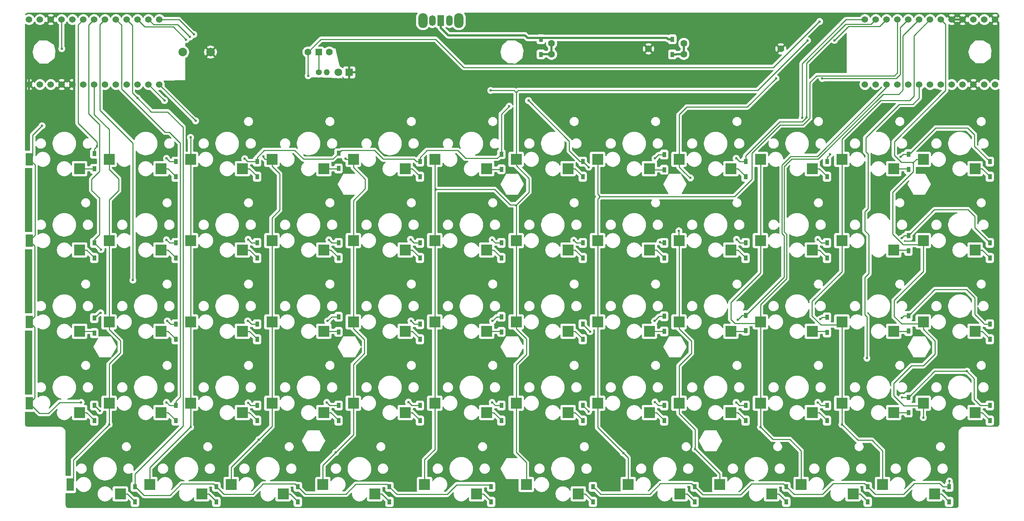
<source format=gbr>
%TF.GenerationSoftware,KiCad,Pcbnew,9.0.1*%
%TF.CreationDate,2025-05-11T16:24:07+09:00*%
%TF.ProjectId,Thinpact,5468696e-7061-4637-942e-6b696361645f,rev?*%
%TF.SameCoordinates,Original*%
%TF.FileFunction,Copper,L2,Bot*%
%TF.FilePolarity,Positive*%
%FSLAX46Y46*%
G04 Gerber Fmt 4.6, Leading zero omitted, Abs format (unit mm)*
G04 Created by KiCad (PCBNEW 9.0.1) date 2025-05-11 16:24:07*
%MOMM*%
%LPD*%
G01*
G04 APERTURE LIST*
%TA.AperFunction,SMDPad,CuDef*%
%ADD10R,2.600000X2.600000*%
%TD*%
%TA.AperFunction,SMDPad,CuDef*%
%ADD11R,0.950000X1.300000*%
%TD*%
%TA.AperFunction,ComponentPad*%
%ADD12C,1.600000*%
%TD*%
%TA.AperFunction,SMDPad,CuDef*%
%ADD13R,1.800000X3.000000*%
%TD*%
%TA.AperFunction,ComponentPad*%
%ADD14R,1.800000X1.800000*%
%TD*%
%TA.AperFunction,ComponentPad*%
%ADD15C,1.800000*%
%TD*%
%TA.AperFunction,ComponentPad*%
%ADD16R,1.500000X1.500000*%
%TD*%
%TA.AperFunction,ComponentPad*%
%ADD17C,1.524000*%
%TD*%
%TA.AperFunction,ComponentPad*%
%ADD18C,1.400000*%
%TD*%
%TA.AperFunction,ComponentPad*%
%ADD19O,1.400000X1.400000*%
%TD*%
%TA.AperFunction,ComponentPad*%
%ADD20O,2.200000X3.500000*%
%TD*%
%TA.AperFunction,ComponentPad*%
%ADD21O,1.500000X2.500000*%
%TD*%
%TA.AperFunction,ComponentPad*%
%ADD22R,1.500000X2.500000*%
%TD*%
%TA.AperFunction,ComponentPad*%
%ADD23C,2.000000*%
%TD*%
%TA.AperFunction,ViaPad*%
%ADD24C,0.600000*%
%TD*%
%TA.AperFunction,Conductor*%
%ADD25C,0.250000*%
%TD*%
%TA.AperFunction,Conductor*%
%ADD26C,0.500000*%
%TD*%
G04 APERTURE END LIST*
D10*
%TO.P,SW51,1,1*%
%TO.N,col1*%
X220025000Y-94187500D03*
%TO.P,SW51,2,2*%
%TO.N,Net-(D51-A)*%
X232175000Y-96387500D03*
%TD*%
%TO.P,SW56,1,1*%
%TO.N,col0*%
X239075000Y-94187500D03*
%TO.P,SW56,2,2*%
%TO.N,Net-(D56-A)*%
X251225000Y-96387500D03*
%TD*%
%TO.P,SW35,1,1*%
%TO.N,col4*%
X162875000Y-75137500D03*
%TO.P,SW35,2,2*%
%TO.N,Net-(D35-A)*%
X175025000Y-77337500D03*
%TD*%
D11*
%TO.P,D45,1,K*%
%TO.N,row0*%
X216550000Y-75662500D03*
%TO.P,D45,2,A*%
%TO.N,Net-(D45-A)*%
X216550000Y-79212500D03*
%TD*%
%TO.P,D52,1,K*%
%TO.N,row7*%
X235600000Y-111825000D03*
%TO.P,D52,2,A*%
%TO.N,Net-(D52-A)*%
X235600000Y-115375000D03*
%TD*%
D10*
%TO.P,SW33,1,1*%
%TO.N,col5*%
X143825000Y-132287500D03*
%TO.P,SW33,2,2*%
%TO.N,Net-(D33-A)*%
X155975000Y-134487500D03*
%TD*%
D11*
%TO.P,D36,1,K*%
%TO.N,row1*%
X178450000Y-94712500D03*
%TO.P,D36,2,A*%
%TO.N,Net-(D36-A)*%
X178450000Y-98262500D03*
%TD*%
D10*
%TO.P,SW48,1,1*%
%TO.N,col2*%
X200975000Y-132287500D03*
%TO.P,SW48,2,2*%
%TO.N,Net-(D48-A)*%
X213125000Y-134487500D03*
%TD*%
D11*
%TO.P,D58,1,K*%
%TO.N,row8*%
X254650000Y-132812500D03*
%TO.P,D58,2,A*%
%TO.N,Net-(D58-A)*%
X254650000Y-136362500D03*
%TD*%
%TO.P,D37,1,K*%
%TO.N,row7*%
X178450000Y-111925000D03*
%TO.P,D37,2,A*%
%TO.N,Net-(D37-A)*%
X178450000Y-115475000D03*
%TD*%
D12*
%TO.P,BT1,1,+*%
%TO.N,Net-(BT1-+)*%
X152100000Y-50521200D03*
X152100000Y-47981200D03*
%TO.P,BT1,2,-*%
%TO.N,GND*%
X174800000Y-49251200D03*
%TD*%
D10*
%TO.P,SW23,1,1*%
%TO.N,col4*%
X105725000Y-132287500D03*
%TO.P,SW23,2,2*%
%TO.N,Net-(D23-A)*%
X117875000Y-134487500D03*
%TD*%
%TO.P,SW32,1,1*%
%TO.N,col5*%
X143825000Y-113237500D03*
%TO.P,SW32,2,2*%
%TO.N,Net-(D32-A)*%
X155975000Y-115437500D03*
%TD*%
%TO.P,SW49,1,1*%
%TO.N,col2*%
X210500000Y-151337500D03*
%TO.P,SW49,2,2*%
%TO.N,Net-(D49-A)*%
X222650000Y-153537500D03*
%TD*%
D12*
%TO.P,BT2,1,+*%
%TO.N,Net-(BT2-+)*%
X183056200Y-50521200D03*
X183056200Y-47981200D03*
%TO.P,BT2,2,-*%
%TO.N,GND*%
X205756200Y-49251200D03*
%TD*%
D10*
%TO.P,SW40,1,1*%
%TO.N,col3*%
X181925000Y-75137500D03*
%TO.P,SW40,2,2*%
%TO.N,Net-(D40-A)*%
X194075000Y-77337500D03*
%TD*%
D11*
%TO.P,D44,1,K*%
%TO.N,row9*%
X207025000Y-151862500D03*
%TO.P,D44,2,A*%
%TO.N,Net-(D44-A)*%
X207025000Y-155412500D03*
%TD*%
%TO.P,D53,1,K*%
%TO.N,row8*%
X235600000Y-130925000D03*
%TO.P,D53,2,A*%
%TO.N,Net-(D53-A)*%
X235600000Y-134475000D03*
%TD*%
%TO.P,D43,1,K*%
%TO.N,row8*%
X197500000Y-132812500D03*
%TO.P,D43,2,A*%
%TO.N,Net-(D43-A)*%
X197500000Y-136362500D03*
%TD*%
%TO.P,D31,1,K*%
%TO.N,row1*%
X159400000Y-94712500D03*
%TO.P,D31,2,A*%
%TO.N,Net-(D31-A)*%
X159400000Y-98262500D03*
%TD*%
D10*
%TO.P,SW47,1,1*%
%TO.N,col2*%
X200975000Y-113237500D03*
%TO.P,SW47,2,2*%
%TO.N,Net-(D47-A)*%
X213125000Y-115437500D03*
%TD*%
D11*
%TO.P,D19,1,K*%
%TO.N,row6*%
X92725000Y-151862500D03*
%TO.P,D19,2,A*%
%TO.N,Net-(D19-A)*%
X92725000Y-155412500D03*
%TD*%
%TO.P,D42,1,K*%
%TO.N,row7*%
X197500000Y-111725000D03*
%TO.P,D42,2,A*%
%TO.N,Net-(D42-A)*%
X197500000Y-115275000D03*
%TD*%
D10*
%TO.P,SW18,1,1*%
%TO.N,col3*%
X86675000Y-132287500D03*
%TO.P,SW18,2,2*%
%TO.N,Net-(D18-A)*%
X98825000Y-134487500D03*
%TD*%
D11*
%TO.P,D33,1,K*%
%TO.N,row8*%
X159400000Y-132812500D03*
%TO.P,D33,2,A*%
%TO.N,Net-(D33-A)*%
X159400000Y-136362500D03*
%TD*%
%TO.P,D4,1,K*%
%TO.N,row5*%
X45100000Y-132812500D03*
%TO.P,D4,2,A*%
%TO.N,Net-(D4-A)*%
X45100000Y-136362500D03*
%TD*%
D10*
%TO.P,SW53,1,1*%
%TO.N,col1*%
X220025000Y-132287500D03*
%TO.P,SW53,2,2*%
%TO.N,Net-(D53-A)*%
X232175000Y-134487500D03*
%TD*%
%TO.P,SW19,1,1*%
%TO.N,col3*%
X77150000Y-151337500D03*
%TO.P,SW19,2,2*%
%TO.N,Net-(D19-A)*%
X89300000Y-153537500D03*
%TD*%
%TO.P,SW7,1,1*%
%TO.N,col1*%
X48575000Y-113237500D03*
%TO.P,SW7,2,2*%
%TO.N,Net-(D7-A)*%
X60725000Y-115437500D03*
%TD*%
D11*
%TO.P,D57,1,K*%
%TO.N,row7*%
X254650000Y-113762500D03*
%TO.P,D57,2,A*%
%TO.N,Net-(D57-A)*%
X254650000Y-117312500D03*
%TD*%
D13*
%TO.P,SW9,1,1*%
%TO.N,col1*%
X39450000Y-151337500D03*
D10*
%TO.P,SW9,2,2*%
%TO.N,Net-(D9-A)*%
X51200000Y-153537500D03*
%TD*%
%TO.P,SW14,1,1*%
%TO.N,col2*%
X58100000Y-151337500D03*
%TO.P,SW14,2,2*%
%TO.N,Net-(D14-A)*%
X70250000Y-153537500D03*
%TD*%
D11*
%TO.P,D11,1,K*%
%TO.N,row3*%
X83200000Y-94712500D03*
%TO.P,D11,2,A*%
%TO.N,Net-(D11-A)*%
X83200000Y-98262500D03*
%TD*%
D10*
%TO.P,SW42,1,1*%
%TO.N,col3*%
X181925000Y-113237500D03*
%TO.P,SW42,2,2*%
%TO.N,Net-(D42-A)*%
X194075000Y-115437500D03*
%TD*%
D11*
%TO.P,D48,1,K*%
%TO.N,row8*%
X216550000Y-132812500D03*
%TO.P,D48,2,A*%
%TO.N,Net-(D48-A)*%
X216550000Y-136362500D03*
%TD*%
%TO.P,D21,1,K*%
%TO.N,row3*%
X121300000Y-94712500D03*
%TO.P,D21,2,A*%
%TO.N,Net-(D21-A)*%
X121300000Y-98262500D03*
%TD*%
%TO.P,D14,1,K*%
%TO.N,row6*%
X73675000Y-151862500D03*
%TO.P,D14,2,A*%
%TO.N,Net-(D14-A)*%
X73675000Y-155412500D03*
%TD*%
D10*
%TO.P,SW52,1,1*%
%TO.N,col1*%
X220025000Y-113237500D03*
%TO.P,SW52,2,2*%
%TO.N,Net-(D52-A)*%
X232175000Y-115437500D03*
%TD*%
%TO.P,SW44,1,1*%
%TO.N,col3*%
X191450000Y-151337500D03*
%TO.P,SW44,2,2*%
%TO.N,Net-(D44-A)*%
X203600000Y-153537500D03*
%TD*%
%TO.P,SW21,1,1*%
%TO.N,col4*%
X105725000Y-94187500D03*
%TO.P,SW21,2,2*%
%TO.N,Net-(D21-A)*%
X117875000Y-96387500D03*
%TD*%
%TO.P,SW24,1,1*%
%TO.N,col4*%
X98581300Y-151337500D03*
%TO.P,SW24,2,2*%
%TO.N,Net-(D24-A)*%
X110731300Y-153537500D03*
%TD*%
D11*
%TO.P,D18,1,K*%
%TO.N,row5*%
X102250000Y-132812500D03*
%TO.P,D18,2,A*%
%TO.N,Net-(D18-A)*%
X102250000Y-136362500D03*
%TD*%
D10*
%TO.P,SW12,1,1*%
%TO.N,col2*%
X67625000Y-113237500D03*
%TO.P,SW12,2,2*%
%TO.N,Net-(D12-A)*%
X79775000Y-115437500D03*
%TD*%
%TO.P,SW10,1,1*%
%TO.N,col2*%
X67625000Y-75137500D03*
%TO.P,SW10,2,2*%
%TO.N,Net-(D10-A)*%
X79775000Y-77337500D03*
%TD*%
%TO.P,SW37,1,1*%
%TO.N,col4*%
X162875000Y-113237500D03*
%TO.P,SW37,2,2*%
%TO.N,Net-(D37-A)*%
X175025000Y-115437500D03*
%TD*%
D11*
%TO.P,D32,1,K*%
%TO.N,row7*%
X159400000Y-113762500D03*
%TO.P,D32,2,A*%
%TO.N,Net-(D32-A)*%
X159400000Y-117312500D03*
%TD*%
D10*
%TO.P,SW25,1,1*%
%TO.N,col5*%
X124775000Y-75137500D03*
%TO.P,SW25,2,2*%
%TO.N,Net-(D25-A)*%
X136925000Y-77337500D03*
%TD*%
D11*
%TO.P,D34,1,K*%
%TO.N,row9*%
X161781300Y-151862500D03*
%TO.P,D34,2,A*%
%TO.N,Net-(D34-A)*%
X161781300Y-155412500D03*
%TD*%
%TO.P,D1,1,K*%
%TO.N,row2*%
X45100000Y-73829751D03*
%TO.P,D1,2,A*%
%TO.N,Net-(D1-A)*%
X45100000Y-77379751D03*
%TD*%
%TO.P,D13,1,K*%
%TO.N,row5*%
X83200000Y-132812500D03*
%TO.P,D13,2,A*%
%TO.N,Net-(D13-A)*%
X83200000Y-136362500D03*
%TD*%
D10*
%TO.P,SW38,1,1*%
%TO.N,col4*%
X162875000Y-132287500D03*
%TO.P,SW38,2,2*%
%TO.N,Net-(D38-A)*%
X175025000Y-134487500D03*
%TD*%
%TO.P,SW11,1,1*%
%TO.N,col2*%
X67625000Y-94187500D03*
%TO.P,SW11,2,2*%
%TO.N,Net-(D11-A)*%
X79775000Y-96387500D03*
%TD*%
%TO.P,SW58,1,1*%
%TO.N,col0*%
X239075000Y-132287500D03*
%TO.P,SW58,2,2*%
%TO.N,Net-(D58-A)*%
X251225000Y-134487500D03*
%TD*%
D11*
%TO.P,D55,1,K*%
%TO.N,row0*%
X254650000Y-75662500D03*
%TO.P,D55,2,A*%
%TO.N,Net-(D55-A)*%
X254650000Y-79212500D03*
%TD*%
D14*
%TO.P,D61,1,K*%
%TO.N,GND*%
X104775000Y-54768700D03*
D15*
%TO.P,D61,2,A*%
%TO.N,Net-(D61-A)*%
X102235000Y-54768700D03*
%TD*%
D11*
%TO.P,D27,1,K*%
%TO.N,row4*%
X140350000Y-112025000D03*
%TO.P,D27,2,A*%
%TO.N,Net-(D27-A)*%
X140350000Y-115575000D03*
%TD*%
D16*
%TO.P,SW61,1,A*%
%TO.N,Net-(JP1-A)*%
X97631300Y-50006200D03*
D12*
%TO.P,SW61,2,B*%
%TO.N,led*%
X95131300Y-50006200D03*
%TO.P,SW61,3,C*%
%TO.N,unconnected-(SW61-C-Pad3)*%
X100131300Y-50006200D03*
%TD*%
D11*
%TO.P,D6,1,K*%
%TO.N,row3*%
X64150000Y-94712500D03*
%TO.P,D6,2,A*%
%TO.N,Net-(D6-A)*%
X64150000Y-98262500D03*
%TD*%
D10*
%TO.P,SW55,1,1*%
%TO.N,col0*%
X239075000Y-75137500D03*
%TO.P,SW55,2,2*%
%TO.N,Net-(D55-A)*%
X251225000Y-77337500D03*
%TD*%
%TO.P,SW39,1,1*%
%TO.N,col4*%
X170018800Y-151337500D03*
%TO.P,SW39,2,2*%
%TO.N,Net-(D39-A)*%
X182168800Y-153537500D03*
%TD*%
%TO.P,SW13,1,1*%
%TO.N,col2*%
X67625000Y-132287500D03*
%TO.P,SW13,2,2*%
%TO.N,Net-(D13-A)*%
X79775000Y-134487500D03*
%TD*%
D11*
%TO.P,D5,1,K*%
%TO.N,row2*%
X64150000Y-75662500D03*
%TO.P,D5,2,A*%
%TO.N,Net-(D5-A)*%
X64150000Y-79212500D03*
%TD*%
D10*
%TO.P,SW29,1,1*%
%TO.N,col5*%
X122393800Y-151337500D03*
%TO.P,SW29,2,2*%
%TO.N,Net-(D29-A)*%
X134543800Y-153537500D03*
%TD*%
%TO.P,SW54,1,1*%
%TO.N,col1*%
X229550000Y-151337500D03*
%TO.P,SW54,2,2*%
%TO.N,Net-(D54-A)*%
X241700000Y-153537500D03*
%TD*%
D17*
%TO.P,U2,1,D3/PIN1*%
%TO.N,led*%
X253365300Y-42396200D03*
%TO.P,U2,2,D2/PIN2*%
%TO.N,unconnected-(U2-D2{slash}PIN2-Pad2)*%
X250825300Y-42396200D03*
%TO.P,U2,3,GND*%
%TO.N,GND*%
X248285300Y-42396200D03*
%TO.P,U2,4,GND*%
X245745300Y-42396200D03*
%TO.P,U2,5,D1/PIN5/SDA*%
%TO.N,col0*%
X243205300Y-42396200D03*
%TO.P,U2,6,D0/PIN6/SCL*%
%TO.N,col1*%
X240665300Y-42396200D03*
%TO.P,U2,7,D4/PIN7*%
%TO.N,col2*%
X238125300Y-42396200D03*
%TO.P,U2,8,C6/PIN8*%
%TO.N,col3*%
X235585300Y-42396200D03*
%TO.P,U2,9,D7/PIN9*%
%TO.N,col4*%
X233045300Y-42396200D03*
%TO.P,U2,10,E6/PIN10*%
%TO.N,col5*%
X230505300Y-42396200D03*
%TO.P,U2,11,B4/PIN11*%
%TO.N,row0*%
X227965300Y-42396200D03*
%TO.P,U2,12,B5/PIN12*%
%TO.N,row1*%
X225425300Y-42396200D03*
%TO.P,U2,13,B6/PIN13*%
%TO.N,row9*%
X225425300Y-57616200D03*
%TO.P,U2,14,B2/PIN14*%
%TO.N,row8*%
X227965300Y-57616200D03*
%TO.P,U2,15,B3/PIN15*%
%TO.N,row7*%
X230505300Y-57616200D03*
%TO.P,U2,16,B1/PIN16*%
%TO.N,row6*%
X233045300Y-57616200D03*
%TO.P,U2,17,F7/PIN17*%
%TO.N,row5*%
X235585300Y-57616200D03*
%TO.P,U2,18,F6/PIN18*%
%TO.N,row4*%
X238125300Y-57616200D03*
%TO.P,U2,19,F5/PIN19*%
%TO.N,row3*%
X240665300Y-57616200D03*
%TO.P,U2,20,F4/PIN20*%
%TO.N,row2*%
X243205300Y-57616200D03*
%TO.P,U2,21,VCC*%
%TO.N,unconnected-(U2-VCC-Pad21)*%
X245745300Y-57616200D03*
%TO.P,U2,22,RST*%
%TO.N,reset*%
X248285300Y-57616200D03*
%TO.P,U2,23,GND*%
%TO.N,GND*%
X250825300Y-57616200D03*
%TO.P,U2,24,RAW*%
%TO.N,unconnected-(U2-RAW-Pad24)*%
X253365300Y-57616200D03*
%TO.P,U2,25,BAT+*%
%TO.N,bat+*%
X255905300Y-57616200D03*
%TO.P,U2,26,BAT-*%
%TO.N,GND*%
X255905300Y-42396200D03*
%TD*%
D10*
%TO.P,SW57,1,1*%
%TO.N,col0*%
X239075000Y-113237500D03*
%TO.P,SW57,2,2*%
%TO.N,Net-(D57-A)*%
X251225000Y-115437500D03*
%TD*%
D11*
%TO.P,D3,1,K*%
%TO.N,row4*%
X45100000Y-112325000D03*
%TO.P,D3,2,A*%
%TO.N,Net-(D3-A)*%
X45100000Y-115875000D03*
%TD*%
%TO.P,D29,1,K*%
%TO.N,row6*%
X137968800Y-151862500D03*
%TO.P,D29,2,A*%
%TO.N,Net-(D29-A)*%
X137968800Y-155412500D03*
%TD*%
D10*
%TO.P,SW22,1,1*%
%TO.N,col4*%
X105725000Y-113237500D03*
%TO.P,SW22,2,2*%
%TO.N,Net-(D22-A)*%
X117875000Y-115437500D03*
%TD*%
D11*
%TO.P,D25,1,K*%
%TO.N,row2*%
X140350000Y-73925000D03*
%TO.P,D25,2,A*%
%TO.N,Net-(D25-A)*%
X140350000Y-77475000D03*
%TD*%
%TO.P,D26,1,K*%
%TO.N,row3*%
X140350000Y-94712500D03*
%TO.P,D26,2,A*%
%TO.N,Net-(D26-A)*%
X140350000Y-98262500D03*
%TD*%
%TO.P,D28,1,K*%
%TO.N,row5*%
X140350000Y-132812500D03*
%TO.P,D28,2,A*%
%TO.N,Net-(D28-A)*%
X140350000Y-136362500D03*
%TD*%
D10*
%TO.P,SW46,1,1*%
%TO.N,col2*%
X200975000Y-94187500D03*
%TO.P,SW46,2,2*%
%TO.N,Net-(D46-A)*%
X213125000Y-96387500D03*
%TD*%
%TO.P,SW5,1,1*%
%TO.N,col1*%
X48575000Y-75137500D03*
%TO.P,SW5,2,2*%
%TO.N,Net-(D5-A)*%
X60725000Y-77337500D03*
%TD*%
%TO.P,SW31,1,1*%
%TO.N,col5*%
X143825000Y-94187500D03*
%TO.P,SW31,2,2*%
%TO.N,Net-(D31-A)*%
X155975000Y-96387500D03*
%TD*%
%TO.P,SW17,1,1*%
%TO.N,col3*%
X86675000Y-113237500D03*
%TO.P,SW17,2,2*%
%TO.N,Net-(D17-A)*%
X98825000Y-115437500D03*
%TD*%
D13*
%TO.P,SW2,1,1*%
%TO.N,col0*%
X29925000Y-94187500D03*
D10*
%TO.P,SW2,2,2*%
%TO.N,Net-(D2-A)*%
X41675000Y-96387500D03*
%TD*%
D11*
%TO.P,D49,1,K*%
%TO.N,row9*%
X226075000Y-151862500D03*
%TO.P,D49,2,A*%
%TO.N,Net-(D49-A)*%
X226075000Y-155412500D03*
%TD*%
D10*
%TO.P,SW16,1,1*%
%TO.N,col3*%
X86675000Y-94187500D03*
%TO.P,SW16,2,2*%
%TO.N,Net-(D16-A)*%
X98825000Y-96387500D03*
%TD*%
D11*
%TO.P,D23,1,K*%
%TO.N,row5*%
X121300000Y-132812500D03*
%TO.P,D23,2,A*%
%TO.N,Net-(D23-A)*%
X121300000Y-136362500D03*
%TD*%
D18*
%TO.P,R1,1*%
%TO.N,Net-(JP1-A)*%
X97631300Y-54768700D03*
D19*
%TO.P,R1,2*%
%TO.N,Net-(D61-A)*%
X99531300Y-54768700D03*
%TD*%
D13*
%TO.P,SW3,1,1*%
%TO.N,col0*%
X29925000Y-113237500D03*
D10*
%TO.P,SW3,2,2*%
%TO.N,Net-(D3-A)*%
X41675000Y-115437500D03*
%TD*%
D11*
%TO.P,D7,1,K*%
%TO.N,row4*%
X64150000Y-113762500D03*
%TO.P,D7,2,A*%
%TO.N,Net-(D7-A)*%
X64150000Y-117312500D03*
%TD*%
D10*
%TO.P,SW36,1,1*%
%TO.N,col4*%
X162875000Y-94187500D03*
%TO.P,SW36,2,2*%
%TO.N,Net-(D36-A)*%
X175025000Y-96387500D03*
%TD*%
D13*
%TO.P,SW1,1,1*%
%TO.N,col0*%
X29925000Y-75137500D03*
D10*
%TO.P,SW1,2,2*%
%TO.N,Net-(D1-A)*%
X41675000Y-77337500D03*
%TD*%
D11*
%TO.P,D35,1,K*%
%TO.N,row0*%
X178450000Y-74025000D03*
%TO.P,D35,2,A*%
%TO.N,Net-(D35-A)*%
X178450000Y-77575000D03*
%TD*%
%TO.P,D46,1,K*%
%TO.N,row1*%
X216550000Y-94712500D03*
%TO.P,D46,2,A*%
%TO.N,Net-(D46-A)*%
X216550000Y-98262500D03*
%TD*%
D10*
%TO.P,SW26,1,1*%
%TO.N,col5*%
X124775000Y-94187500D03*
%TO.P,SW26,2,2*%
%TO.N,Net-(D26-A)*%
X136925000Y-96387500D03*
%TD*%
D11*
%TO.P,D59,1,K*%
%TO.N,Net-(D59-K)*%
X149600000Y-47000000D03*
%TO.P,D59,2,A*%
%TO.N,Net-(BT1-+)*%
X149600000Y-50550000D03*
%TD*%
D17*
%TO.P,U1,1,D3/PIN1*%
%TO.N,led*%
X32384800Y-57616200D03*
%TO.P,U1,2,D2/PIN2*%
%TO.N,unconnected-(U1-D2{slash}PIN2-Pad2)*%
X34924800Y-57616200D03*
%TO.P,U1,3,GND*%
%TO.N,GND*%
X37464800Y-57616200D03*
%TO.P,U1,4,GND*%
X40004800Y-57616200D03*
%TO.P,U1,5,D1/PIN5/SDA*%
%TO.N,col0*%
X42544800Y-57616200D03*
%TO.P,U1,6,D0/PIN6/SCL*%
%TO.N,col1*%
X45084800Y-57616200D03*
%TO.P,U1,7,D4/PIN7*%
%TO.N,col2*%
X47624800Y-57616200D03*
%TO.P,U1,8,C6/PIN8*%
%TO.N,col3*%
X50164800Y-57616200D03*
%TO.P,U1,9,D7/PIN9*%
%TO.N,col4*%
X52704800Y-57616200D03*
%TO.P,U1,10,E6/PIN10*%
%TO.N,col5*%
X55244800Y-57616200D03*
%TO.P,U1,11,B4/PIN11*%
%TO.N,row0*%
X57784800Y-57616200D03*
%TO.P,U1,12,B5/PIN12*%
%TO.N,row1*%
X60324800Y-57616200D03*
%TO.P,U1,13,B6/PIN13*%
%TO.N,row9*%
X60324800Y-42396200D03*
%TO.P,U1,14,B2/PIN14*%
%TO.N,row8*%
X57784800Y-42396200D03*
%TO.P,U1,15,B3/PIN15*%
%TO.N,row7*%
X55244800Y-42396200D03*
%TO.P,U1,16,B1/PIN16*%
%TO.N,row6*%
X52704800Y-42396200D03*
%TO.P,U1,17,F7/PIN17*%
%TO.N,row5*%
X50164800Y-42396200D03*
%TO.P,U1,18,F6/PIN18*%
%TO.N,row4*%
X47624800Y-42396200D03*
%TO.P,U1,19,F5/PIN19*%
%TO.N,row3*%
X45084800Y-42396200D03*
%TO.P,U1,20,F4/PIN20*%
%TO.N,row2*%
X42544800Y-42396200D03*
%TO.P,U1,21,VCC*%
%TO.N,unconnected-(U1-VCC-Pad21)*%
X40004800Y-42396200D03*
%TO.P,U1,22,RST*%
%TO.N,reset*%
X37464800Y-42396200D03*
%TO.P,U1,23,GND*%
%TO.N,GND*%
X34924800Y-42396200D03*
%TO.P,U1,24,RAW*%
%TO.N,unconnected-(U1-RAW-Pad24)*%
X32384800Y-42396200D03*
%TO.P,U1,25,BAT+*%
%TO.N,bat+*%
X29844800Y-42396200D03*
%TO.P,U1,26,BAT-*%
%TO.N,GND*%
X29844800Y-57616200D03*
%TD*%
D10*
%TO.P,SW28,1,1*%
%TO.N,col5*%
X124775000Y-132287500D03*
%TO.P,SW28,2,2*%
%TO.N,Net-(D28-A)*%
X136925000Y-134487500D03*
%TD*%
D11*
%TO.P,D20,1,K*%
%TO.N,row2*%
X121300000Y-75662500D03*
%TO.P,D20,2,A*%
%TO.N,Net-(D20-A)*%
X121300000Y-79212500D03*
%TD*%
%TO.P,D9,1,K*%
%TO.N,row6*%
X54625000Y-151862500D03*
%TO.P,D9,2,A*%
%TO.N,Net-(D9-A)*%
X54625000Y-155412500D03*
%TD*%
%TO.P,D15,1,K*%
%TO.N,row2*%
X102250000Y-73725000D03*
%TO.P,D15,2,A*%
%TO.N,Net-(D15-A)*%
X102250000Y-77275000D03*
%TD*%
D20*
%TO.P,SW60,*%
%TO.N,*%
X130406300Y-42624400D03*
X122006300Y-42624400D03*
D21*
%TO.P,SW60,1,A*%
%TO.N,bat+*%
X128206300Y-42624400D03*
D22*
%TO.P,SW60,2,B*%
%TO.N,Net-(D59-K)*%
X126206300Y-42624400D03*
D21*
%TO.P,SW60,3,C*%
%TO.N,unconnected-(SW60-C-Pad3)*%
X124206300Y-42624400D03*
%TD*%
D10*
%TO.P,SW15,1,1*%
%TO.N,col3*%
X86675000Y-75137500D03*
%TO.P,SW15,2,2*%
%TO.N,Net-(D15-A)*%
X98825000Y-77337500D03*
%TD*%
D11*
%TO.P,D60,1,K*%
%TO.N,Net-(D59-K)*%
X180356800Y-47000000D03*
%TO.P,D60,2,A*%
%TO.N,Net-(BT2-+)*%
X180356800Y-50550000D03*
%TD*%
D10*
%TO.P,SW45,1,1*%
%TO.N,col2*%
X200975000Y-75137500D03*
%TO.P,SW45,2,2*%
%TO.N,Net-(D45-A)*%
X213125000Y-77337500D03*
%TD*%
%TO.P,SW30,1,1*%
%TO.N,col5*%
X143825000Y-75137500D03*
%TO.P,SW30,2,2*%
%TO.N,Net-(D30-A)*%
X155975000Y-77337500D03*
%TD*%
D11*
%TO.P,D16,1,K*%
%TO.N,row3*%
X102250000Y-94712500D03*
%TO.P,D16,2,A*%
%TO.N,Net-(D16-A)*%
X102250000Y-98262500D03*
%TD*%
%TO.P,D2,1,K*%
%TO.N,row3*%
X45100000Y-94712500D03*
%TO.P,D2,2,A*%
%TO.N,Net-(D2-A)*%
X45100000Y-98262500D03*
%TD*%
D10*
%TO.P,SW50,1,1*%
%TO.N,col1*%
X220025000Y-75137500D03*
%TO.P,SW50,2,2*%
%TO.N,Net-(D50-A)*%
X232175000Y-77337500D03*
%TD*%
%TO.P,SW41,1,1*%
%TO.N,col3*%
X181925000Y-94187500D03*
%TO.P,SW41,2,2*%
%TO.N,Net-(D41-A)*%
X194075000Y-96387500D03*
%TD*%
D11*
%TO.P,D47,1,K*%
%TO.N,row7*%
X216550000Y-112175000D03*
%TO.P,D47,2,A*%
%TO.N,Net-(D47-A)*%
X216550000Y-115725000D03*
%TD*%
D10*
%TO.P,SW8,1,1*%
%TO.N,col1*%
X48575000Y-132287500D03*
%TO.P,SW8,2,2*%
%TO.N,Net-(D8-A)*%
X60725000Y-134487500D03*
%TD*%
%TO.P,SW20,1,1*%
%TO.N,col4*%
X105725000Y-75137500D03*
%TO.P,SW20,2,2*%
%TO.N,Net-(D20-A)*%
X117875000Y-77337500D03*
%TD*%
D11*
%TO.P,D50,1,K*%
%TO.N,row0*%
X235600000Y-73925000D03*
%TO.P,D50,2,A*%
%TO.N,Net-(D50-A)*%
X235600000Y-77475000D03*
%TD*%
D10*
%TO.P,SW34,1,1*%
%TO.N,col5*%
X146206300Y-151337500D03*
%TO.P,SW34,2,2*%
%TO.N,Net-(D34-A)*%
X158356300Y-153537500D03*
%TD*%
D11*
%TO.P,D51,1,K*%
%TO.N,row1*%
X235600000Y-93025000D03*
%TO.P,D51,2,A*%
%TO.N,Net-(D51-A)*%
X235600000Y-96575000D03*
%TD*%
D10*
%TO.P,SW43,1,1*%
%TO.N,col3*%
X181925000Y-132287500D03*
%TO.P,SW43,2,2*%
%TO.N,Net-(D43-A)*%
X194075000Y-134487500D03*
%TD*%
%TO.P,SW6,1,1*%
%TO.N,col1*%
X48575000Y-94187500D03*
%TO.P,SW6,2,2*%
%TO.N,Net-(D6-A)*%
X60725000Y-96387500D03*
%TD*%
D11*
%TO.P,D17,1,K*%
%TO.N,row4*%
X102250000Y-112025000D03*
%TO.P,D17,2,A*%
%TO.N,Net-(D17-A)*%
X102250000Y-115575000D03*
%TD*%
%TO.P,D41,1,K*%
%TO.N,row1*%
X197500000Y-94712500D03*
%TO.P,D41,2,A*%
%TO.N,Net-(D41-A)*%
X197500000Y-98262500D03*
%TD*%
%TO.P,D56,1,K*%
%TO.N,row1*%
X254650000Y-94712500D03*
%TO.P,D56,2,A*%
%TO.N,Net-(D56-A)*%
X254650000Y-98262500D03*
%TD*%
%TO.P,D24,1,K*%
%TO.N,row6*%
X114156300Y-151862500D03*
%TO.P,D24,2,A*%
%TO.N,Net-(D24-A)*%
X114156300Y-155412500D03*
%TD*%
%TO.P,D12,1,K*%
%TO.N,row4*%
X83200000Y-113762500D03*
%TO.P,D12,2,A*%
%TO.N,Net-(D12-A)*%
X83200000Y-117312500D03*
%TD*%
D13*
%TO.P,SW4,1,1*%
%TO.N,col0*%
X29925000Y-132287500D03*
D10*
%TO.P,SW4,2,2*%
%TO.N,Net-(D4-A)*%
X41675000Y-134487500D03*
%TD*%
D11*
%TO.P,D54,1,K*%
%TO.N,row9*%
X245125000Y-151862500D03*
%TO.P,D54,2,A*%
%TO.N,Net-(D54-A)*%
X245125000Y-155412500D03*
%TD*%
%TO.P,D38,1,K*%
%TO.N,row8*%
X178450000Y-132812500D03*
%TO.P,D38,2,A*%
%TO.N,Net-(D38-A)*%
X178450000Y-136362500D03*
%TD*%
%TO.P,D8,1,K*%
%TO.N,row5*%
X64150000Y-132812500D03*
%TO.P,D8,2,A*%
%TO.N,Net-(D8-A)*%
X64150000Y-136362500D03*
%TD*%
%TO.P,D39,1,K*%
%TO.N,row9*%
X185593800Y-151862500D03*
%TO.P,D39,2,A*%
%TO.N,Net-(D39-A)*%
X185593800Y-155412500D03*
%TD*%
%TO.P,D10,1,K*%
%TO.N,row2*%
X83200000Y-75662500D03*
%TO.P,D10,2,A*%
%TO.N,Net-(D10-A)*%
X83200000Y-79212500D03*
%TD*%
%TO.P,D22,1,K*%
%TO.N,row4*%
X121300000Y-113762500D03*
%TO.P,D22,2,A*%
%TO.N,Net-(D22-A)*%
X121300000Y-117312500D03*
%TD*%
%TO.P,D30,1,K*%
%TO.N,row0*%
X159400000Y-75662500D03*
%TO.P,D30,2,A*%
%TO.N,Net-(D30-A)*%
X159400000Y-79212500D03*
%TD*%
D10*
%TO.P,SW27,1,1*%
%TO.N,col5*%
X124775000Y-113237500D03*
%TO.P,SW27,2,2*%
%TO.N,Net-(D27-A)*%
X136925000Y-115437500D03*
%TD*%
D11*
%TO.P,D40,1,K*%
%TO.N,row0*%
X197500000Y-75662500D03*
%TO.P,D40,2,A*%
%TO.N,Net-(D40-A)*%
X197500000Y-79212500D03*
%TD*%
D23*
%TO.P,SW59,1,1*%
%TO.N,reset*%
X65806300Y-50006200D03*
%TO.P,SW59,2,2*%
%TO.N,GND*%
X72306300Y-50006200D03*
%TD*%
D24*
%TO.N,reset*%
X37500000Y-49200000D03*
%TO.N,GND*%
X160475000Y-126825000D03*
X84850000Y-48650000D03*
X216500000Y-87900000D03*
X247050000Y-137625000D03*
X40100000Y-50300000D03*
X231600000Y-67325000D03*
X126350000Y-46150000D03*
X29200000Y-44050000D03*
X92700000Y-64100000D03*
X165450000Y-52375000D03*
X256425000Y-59400000D03*
X51550000Y-41100000D03*
X245350000Y-47650000D03*
X206650000Y-68600000D03*
X99050000Y-48575000D03*
X124800000Y-57275000D03*
X254300000Y-73300000D03*
X59500000Y-85500000D03*
X256475000Y-99500000D03*
X122675000Y-89700000D03*
X32325000Y-125075000D03*
X236675000Y-107100000D03*
X191100000Y-156300000D03*
X201200000Y-66100000D03*
X132400000Y-41200000D03*
X214525000Y-58500000D03*
X203875000Y-85350000D03*
X203550000Y-98800000D03*
X235525000Y-87625000D03*
X224200000Y-41150000D03*
X173500000Y-122200000D03*
X203525000Y-52050000D03*
X162600000Y-64900000D03*
X29250000Y-110850000D03*
X214875000Y-45650000D03*
X159300000Y-106900000D03*
X114150000Y-52300000D03*
X29275000Y-91750000D03*
X217925000Y-66475000D03*
X165000000Y-41150000D03*
X31100000Y-41100000D03*
X250700000Y-53000000D03*
X209650000Y-52050000D03*
X198800000Y-141200000D03*
X221475000Y-126775000D03*
X194900000Y-41150000D03*
X74650000Y-41150000D03*
X179925000Y-127725000D03*
X29250000Y-77500000D03*
X70900000Y-68950000D03*
X29225000Y-115600000D03*
X236900000Y-70100000D03*
X223700000Y-83725000D03*
X141925000Y-67800000D03*
X39900000Y-62900000D03*
X62525000Y-57725000D03*
X128600000Y-52300000D03*
X256200000Y-137000000D03*
X29300000Y-134675000D03*
X134000000Y-85300000D03*
X228825000Y-123200000D03*
X51300000Y-86375000D03*
X120200000Y-41150000D03*
X120100000Y-43700000D03*
X91450000Y-54650000D03*
X256550000Y-55900000D03*
X39000000Y-156275000D03*
X107800000Y-46000000D03*
X109950000Y-48050000D03*
X147175000Y-47800000D03*
X95700000Y-123400000D03*
X225775000Y-67225000D03*
X38725000Y-148975000D03*
X210625000Y-45425000D03*
X38775000Y-153725000D03*
X98550000Y-41150000D03*
X115100000Y-83600000D03*
X142800000Y-155900000D03*
X221900000Y-105300000D03*
X245325000Y-44625000D03*
X129150000Y-79600000D03*
X29300000Y-129825000D03*
X29425000Y-137250000D03*
X29300000Y-72425000D03*
X234200000Y-98900000D03*
X229250000Y-83450000D03*
X36425000Y-55200000D03*
X199025000Y-127575000D03*
X77000000Y-104700000D03*
X29225000Y-96550000D03*
X111000000Y-52725000D03*
X220238991Y-51005896D03*
X201375000Y-104400000D03*
X38675000Y-137975000D03*
X182800000Y-57750000D03*
X246500000Y-155800000D03*
X115200000Y-123700000D03*
X185725000Y-55975000D03*
X103800000Y-89575000D03*
X67800000Y-43650000D03*
X201475000Y-55975000D03*
X69975000Y-54350000D03*
X95200000Y-156100000D03*
%TO.N,row8*%
X214400000Y-132100000D03*
X160800000Y-134200000D03*
X249300000Y-124800000D03*
X234150000Y-130900000D03*
X67500000Y-46475000D03*
X176300000Y-132000000D03*
X195300000Y-132100000D03*
%TO.N,col2*%
X67625000Y-137900000D03*
X201000000Y-137900000D03*
X67625000Y-70000000D03*
%TO.N,col5*%
X137850000Y-59000000D03*
X212009150Y-47290850D03*
X218300000Y-47290850D03*
%TO.N,row3*%
X62000000Y-94000000D03*
X119100000Y-93900000D03*
X138200000Y-94000000D03*
X46700000Y-96300000D03*
X100000000Y-94000000D03*
X81100000Y-93900000D03*
%TO.N,row9*%
X68400000Y-45875000D03*
X245200000Y-150500000D03*
%TO.N,col0*%
X32880500Y-67280500D03*
X239100000Y-135650000D03*
X42025000Y-132100000D03*
%TO.N,col4*%
X101575000Y-143825000D03*
X168909800Y-143990200D03*
X103879300Y-74970200D03*
%TO.N,led*%
X95150000Y-55550000D03*
X214825000Y-42850000D03*
%TO.N,row5*%
X99500000Y-132100000D03*
X118600000Y-132012400D03*
X46400000Y-134100000D03*
X62000000Y-132100000D03*
X81100000Y-132200000D03*
X138200000Y-132100000D03*
%TO.N,row0*%
X195300000Y-74900000D03*
X217293700Y-73950700D03*
X160800000Y-77000000D03*
X233800000Y-74550000D03*
X61541200Y-61372600D03*
X146699400Y-61372600D03*
X176300000Y-74900000D03*
X211748200Y-65349100D03*
%TO.N,row2*%
X62000000Y-74900000D03*
X45700000Y-72100000D03*
X142187750Y-62687750D03*
X80300000Y-75000000D03*
%TO.N,row6*%
X55200000Y-60750000D03*
%TO.N,row7*%
X234000000Y-112350000D03*
X195650000Y-112750000D03*
X161100000Y-115500000D03*
X176200000Y-113000000D03*
X214950000Y-112600000D03*
X66600000Y-47100000D03*
%TO.N,row1*%
X157300000Y-94100000D03*
X214400000Y-93900000D03*
X177453000Y-94515600D03*
X68831400Y-66122800D03*
X210725700Y-65449800D03*
X195400000Y-93900000D03*
X234050000Y-93600000D03*
%TO.N,col3*%
X185706200Y-143056200D03*
X83575000Y-140825000D03*
X181900000Y-91900000D03*
X84700000Y-74500000D03*
X204625000Y-56175000D03*
X215425000Y-56200000D03*
X184600000Y-79500000D03*
%TO.N,col1*%
X48575000Y-137275000D03*
X220050000Y-137275000D03*
%TO.N,row4*%
X62200000Y-113000000D03*
X46600000Y-111100000D03*
X138300000Y-113000000D03*
X99700000Y-113000000D03*
X225900000Y-121750000D03*
X81000000Y-113000000D03*
X119200000Y-113000000D03*
X54150000Y-103450000D03*
%TD*%
D25*
%TO.N,reset*%
X37464800Y-49164800D02*
X37500000Y-49200000D01*
X37464800Y-42396200D02*
X37464800Y-49164800D01*
D26*
%TO.N,GND*%
X256624000Y-43114900D02*
X256624000Y-43450000D01*
X256615304Y-41686196D02*
X256615304Y-41405684D01*
X245745300Y-42396200D02*
X248285300Y-42396200D01*
X29844800Y-57616200D02*
X29844800Y-59044800D01*
X40400000Y-55825000D02*
X40400000Y-57221000D01*
X255905300Y-42396200D02*
X256624000Y-43114900D01*
X40425000Y-58036400D02*
X40004800Y-57616200D01*
X40400000Y-57221000D02*
X40004800Y-57616200D01*
X40425000Y-59625000D02*
X40425000Y-58036400D01*
X255905300Y-42396200D02*
X256615304Y-41686196D01*
X29844800Y-57616200D02*
X29844800Y-56230200D01*
X29126000Y-55974000D02*
X29126000Y-58950000D01*
D25*
%TO.N,row8*%
X160800000Y-134200000D02*
X159412500Y-132812500D01*
X235600000Y-130925000D02*
X241725000Y-124800000D01*
X234175000Y-130925000D02*
X234150000Y-130900000D01*
X252412500Y-132812500D02*
X254650000Y-132812500D01*
X196012500Y-132812500D02*
X195300000Y-132100000D01*
X214400000Y-132100000D02*
X215112500Y-132812500D01*
X241725000Y-124800000D02*
X249300000Y-124800000D01*
X197500000Y-132812500D02*
X196012500Y-132812500D01*
X251000000Y-126500000D02*
X251000000Y-131400000D01*
X159412500Y-132812500D02*
X159400000Y-132812500D01*
X178450000Y-132812500D02*
X177112500Y-132812500D01*
X58988600Y-43600000D02*
X64625000Y-43600000D01*
X64625000Y-43600000D02*
X67500000Y-46475000D01*
X215112500Y-132812500D02*
X216550000Y-132812500D01*
X235600000Y-130925000D02*
X234175000Y-130925000D01*
X57784800Y-42396200D02*
X58988600Y-43600000D01*
X251000000Y-131400000D02*
X252412500Y-132812500D01*
X177112500Y-132812500D02*
X176300000Y-132000000D01*
X249300000Y-124800000D02*
X251000000Y-126500000D01*
X178500100Y-132812500D02*
X178450000Y-132812500D01*
%TO.N,col2*%
X58100000Y-147400000D02*
X67525000Y-137975000D01*
X200975000Y-137875000D02*
X201000000Y-137900000D01*
X210500000Y-143437600D02*
X210500000Y-151337500D01*
X67600000Y-137900000D02*
X67625000Y-137900000D01*
X200975000Y-132287500D02*
X200975000Y-133912600D01*
X67625000Y-70000000D02*
X67625000Y-75137500D01*
X206525000Y-76850000D02*
X206525000Y-92150000D01*
X194050000Y-108675000D02*
X200975000Y-101750000D01*
X214500000Y-75100000D02*
X208275000Y-75100000D01*
X67625000Y-94187500D02*
X67625000Y-113237500D01*
X201000000Y-137900000D02*
X203868800Y-140768800D01*
X208275000Y-75100000D02*
X206525000Y-76850000D01*
X238125300Y-42396200D02*
X234325000Y-46196500D01*
X229725000Y-59875000D02*
X214500000Y-75100000D01*
X207831200Y-140768800D02*
X210500000Y-143437600D01*
X200612500Y-113600000D02*
X195025000Y-113600000D01*
X58100000Y-151337500D02*
X58100000Y-147400000D01*
X67625000Y-80194700D02*
X67625000Y-75137500D01*
X67525000Y-137975000D02*
X67625000Y-137875000D01*
X200975000Y-132287500D02*
X200975000Y-113237500D01*
X200975000Y-133912600D02*
X200975000Y-137875000D01*
X234325000Y-58900000D02*
X233350000Y-59875000D01*
X200975000Y-113237500D02*
X200612500Y-113600000D01*
X206525000Y-92150000D02*
X207075000Y-92700000D01*
X195025000Y-113600000D02*
X194050000Y-112625000D01*
X67525000Y-137975000D02*
X67600000Y-137900000D01*
X200975000Y-101750000D02*
X200975000Y-94187500D01*
X203868800Y-140768800D02*
X207831200Y-140768800D01*
X233350000Y-59875000D02*
X229725000Y-59875000D01*
X200975000Y-109200000D02*
X200975000Y-113237500D01*
X200975000Y-94187500D02*
X200975000Y-75137500D01*
X67625000Y-80194700D02*
X67625000Y-94187500D01*
X67625000Y-113237500D02*
X67625000Y-130662400D01*
X207075000Y-92700000D02*
X207075000Y-103100000D01*
X67625000Y-137875000D02*
X67625000Y-132287500D01*
X207075000Y-103100000D02*
X200975000Y-109200000D01*
X201000000Y-94162500D02*
X200975000Y-94187500D01*
X234325000Y-46196500D02*
X234325000Y-58900000D01*
X194050000Y-112625000D02*
X194050000Y-108675000D01*
X67625000Y-132287500D02*
X67625000Y-130662400D01*
%TO.N,col5*%
X124775000Y-82200000D02*
X125200000Y-82200000D01*
X146206300Y-146206300D02*
X146206300Y-151337500D01*
X125200000Y-82200000D02*
X138600000Y-82200000D01*
X124775000Y-113237500D02*
X124775000Y-94187500D01*
X144300000Y-59000000D02*
X200300000Y-59000000D01*
X143825000Y-75137500D02*
X143825000Y-60025000D01*
X143350000Y-59000000D02*
X137850000Y-59000000D01*
X143825000Y-59475000D02*
X143625000Y-59275000D01*
X124775000Y-132287500D02*
X124775000Y-142700000D01*
X143825000Y-113237500D02*
X143825000Y-114825000D01*
X143800000Y-86100000D02*
X143500000Y-85800000D01*
X143825000Y-143400000D02*
X143825000Y-143825000D01*
X138800000Y-82200000D02*
X142400000Y-85800000D01*
X146800000Y-79600000D02*
X146800000Y-82825000D01*
X125175000Y-82200000D02*
X124775000Y-82600000D01*
X146200000Y-120825000D02*
X143825000Y-123200000D01*
X124775000Y-82600000D02*
X124775000Y-94187500D01*
X122393800Y-145506200D02*
X122393800Y-151337500D01*
X143825000Y-76625000D02*
X146800000Y-79600000D01*
X124775000Y-142700000D02*
X124775000Y-143125000D01*
X143825000Y-132287500D02*
X143825000Y-143400000D01*
X143825000Y-86100000D02*
X143825000Y-94187500D01*
X124775000Y-113237500D02*
X124775000Y-132287500D01*
X143625000Y-59275000D02*
X143350000Y-59000000D01*
X125200000Y-82200000D02*
X125175000Y-82200000D01*
X124775000Y-80203600D02*
X124775000Y-81800000D01*
X146800000Y-82825000D02*
X143825000Y-85800000D01*
X143825000Y-60025000D02*
X143825000Y-59475000D01*
X143825000Y-85800000D02*
X143825000Y-86100000D01*
X125175000Y-82200000D02*
X124775000Y-81800000D01*
X143825000Y-143825000D02*
X146206300Y-146206300D01*
X124775000Y-82200000D02*
X124775000Y-82600000D01*
X228901500Y-44000000D02*
X221590850Y-44000000D01*
X230505300Y-42396200D02*
X228901500Y-44000000D01*
X144025000Y-59275000D02*
X143625000Y-59275000D01*
X200300000Y-59000000D02*
X212009150Y-47290850D01*
X143825000Y-75137500D02*
X143825000Y-76625000D01*
X143500000Y-85800000D02*
X143825000Y-85800000D01*
X124775000Y-80203600D02*
X124775000Y-75137500D01*
X143825000Y-123200000D02*
X143825000Y-132287500D01*
X143825000Y-59475000D02*
X144025000Y-59275000D01*
X124775000Y-143125000D02*
X122393800Y-145506200D01*
X143825000Y-114825000D02*
X146200000Y-117200000D01*
X143825000Y-86100000D02*
X143800000Y-86100000D01*
X144025000Y-59275000D02*
X144300000Y-59000000D01*
X221590850Y-44000000D02*
X218300000Y-47290850D01*
X124775000Y-81800000D02*
X124775000Y-82200000D01*
X143825000Y-94187500D02*
X143825000Y-113237500D01*
X138600000Y-82200000D02*
X138800000Y-82200000D01*
X142400000Y-85800000D02*
X143500000Y-85800000D01*
X146200000Y-117200000D02*
X146200000Y-120825000D01*
%TO.N,row3*%
X45100000Y-94712500D02*
X45112500Y-94712500D01*
X138200000Y-94000000D02*
X138912500Y-94712500D01*
X46326000Y-92724100D02*
X45100000Y-93950100D01*
X81100000Y-93900000D02*
X81912500Y-94712500D01*
X44500000Y-79800000D02*
X44500000Y-82400000D01*
X45100000Y-93950100D02*
X45100000Y-94712500D01*
X100000000Y-94000000D02*
X100712500Y-94712500D01*
X45112500Y-94712500D02*
X46700000Y-96300000D01*
X119100000Y-93900000D02*
X119912500Y-94712500D01*
X43800000Y-43681000D02*
X43800000Y-64474000D01*
X119912500Y-94712500D02*
X121300000Y-94712500D01*
X100712500Y-94712500D02*
X102250000Y-94712500D01*
X138912500Y-94712500D02*
X140350000Y-94712500D01*
X62712500Y-94712500D02*
X64150000Y-94712500D01*
X46326000Y-84226000D02*
X46326000Y-92724100D01*
X46326000Y-77974000D02*
X44500000Y-79800000D01*
X46326000Y-67000000D02*
X46326000Y-77974000D01*
X44500000Y-82400000D02*
X46326000Y-84226000D01*
X45084800Y-42396200D02*
X43800000Y-43681000D01*
X43800000Y-64474000D02*
X46326000Y-67000000D01*
X81912500Y-94712500D02*
X83200000Y-94712500D01*
X62000000Y-94000000D02*
X62712500Y-94712500D01*
%TO.N,row9*%
X207025000Y-151862500D02*
X206362500Y-151200000D01*
X245125000Y-151862500D02*
X245125000Y-150575000D01*
X163600000Y-153600000D02*
X161862500Y-151862500D01*
X177597500Y-151100000D02*
X175097500Y-153600000D01*
X208850000Y-153650000D02*
X207062500Y-151862500D01*
X237000000Y-151100000D02*
X234450000Y-153650000D01*
X215450000Y-153650000D02*
X208850000Y-153650000D01*
X175097500Y-153600000D02*
X163600000Y-153600000D01*
X198913950Y-151200000D02*
X196363950Y-153750000D01*
X225312500Y-151100000D02*
X218000000Y-151100000D01*
X184831300Y-151100000D02*
X177597500Y-151100000D01*
X227850000Y-153650000D02*
X226075000Y-151875000D01*
X218000000Y-151100000D02*
X215450000Y-153650000D01*
X185593800Y-151862500D02*
X184831300Y-151100000D01*
X196363950Y-153750000D02*
X187450000Y-153750000D01*
X245125000Y-151862500D02*
X243662500Y-151862500D01*
X187450000Y-153750000D02*
X185593800Y-151893800D01*
X243662500Y-151862500D02*
X242900000Y-151100000D01*
X60324800Y-42396200D02*
X64921200Y-42396200D01*
X207062500Y-151862500D02*
X207025000Y-151862500D01*
X226075000Y-151862500D02*
X225312500Y-151100000D01*
X234450000Y-153650000D02*
X227850000Y-153650000D01*
X64921200Y-42396200D02*
X68400000Y-45875000D01*
X245125000Y-150575000D02*
X245200000Y-150500000D01*
X206362500Y-151200000D02*
X198913950Y-151200000D01*
X161862500Y-151862500D02*
X161781300Y-151862500D01*
X185593800Y-151893800D02*
X185593800Y-151862500D01*
X245125000Y-151862500D02*
X245137500Y-151862500D01*
X226075000Y-151875000D02*
X226075000Y-151862500D01*
X242900000Y-151100000D02*
X237000000Y-151100000D01*
%TO.N,col0*%
X244314000Y-43504900D02*
X243205300Y-42396200D01*
X236750000Y-75850000D02*
X236450000Y-75850000D01*
X234550000Y-132850000D02*
X238512500Y-132850000D01*
X232300000Y-74200000D02*
X232300000Y-71014000D01*
X29925000Y-94187500D02*
X31175000Y-95437500D01*
X231950000Y-82850000D02*
X231950000Y-92700000D01*
X29925000Y-75137500D02*
X31225000Y-76437500D01*
X31200000Y-131012500D02*
X29925000Y-132287500D01*
X238162500Y-95100000D02*
X239075000Y-94187500D01*
X236450000Y-75850000D02*
X233950000Y-75850000D01*
X234350000Y-95100000D02*
X238162500Y-95100000D01*
X31225000Y-76437500D02*
X31225000Y-92887500D01*
X32312500Y-134675000D02*
X31200000Y-133562500D01*
X239075000Y-123500000D02*
X236350000Y-123500000D01*
X239075000Y-101375000D02*
X232250000Y-108200000D01*
X239075000Y-114975000D02*
X241800000Y-117700000D01*
X239075000Y-132287500D02*
X239075000Y-135625000D01*
X236750000Y-75850000D02*
X236750000Y-76150000D01*
X241800000Y-120775000D02*
X239075000Y-123500000D01*
X31225000Y-92887500D02*
X29925000Y-94187500D01*
X236750000Y-78050000D02*
X231950000Y-82850000D01*
X31200000Y-114512500D02*
X31200000Y-131012500D01*
X42025000Y-132100000D02*
X36975000Y-132100000D01*
X238512500Y-132850000D02*
X239075000Y-132287500D01*
X232200000Y-127650000D02*
X232200000Y-130500000D01*
X231950000Y-92700000D02*
X234350000Y-95100000D01*
X36975000Y-132100000D02*
X34400000Y-134675000D01*
X232250000Y-108200000D02*
X232250000Y-111950000D01*
X239075000Y-75137500D02*
X237462500Y-75137500D01*
X234000000Y-113700000D02*
X238612500Y-113700000D01*
X232250000Y-111950000D02*
X234000000Y-113700000D01*
X31175000Y-111987500D02*
X29925000Y-113237500D01*
X236350000Y-123500000D02*
X232200000Y-127650000D01*
X34400000Y-134675000D02*
X32312500Y-134675000D01*
X237462500Y-75137500D02*
X236750000Y-75850000D01*
X239075000Y-75137500D02*
X239075000Y-75175000D01*
X244314000Y-59000000D02*
X244314000Y-43504900D01*
X239075000Y-113237500D02*
X239075000Y-114975000D01*
X32880500Y-67280500D02*
X30700000Y-69461000D01*
X239075000Y-135625000D02*
X239100000Y-135650000D01*
X232300000Y-71014000D02*
X244314000Y-59000000D01*
X236750000Y-76150000D02*
X236750000Y-78050000D01*
X239075000Y-94187500D02*
X239075000Y-101375000D01*
X236450000Y-75850000D02*
X236750000Y-76150000D01*
X232200000Y-130500000D02*
X234550000Y-132850000D01*
X233950000Y-75850000D02*
X232300000Y-74200000D01*
X30700000Y-74362500D02*
X29925000Y-75137500D01*
X29925000Y-113237500D02*
X31200000Y-114512500D01*
X238612500Y-113700000D02*
X239075000Y-113237500D01*
X31200000Y-133562500D02*
X29925000Y-132287500D01*
X241800000Y-117700000D02*
X241800000Y-120775000D01*
X31175000Y-95437500D02*
X31175000Y-111987500D01*
X30700000Y-69461000D02*
X30700000Y-74362500D01*
%TO.N,col4*%
X162875000Y-113237500D02*
X162875000Y-131810600D01*
X210884400Y-67100000D02*
X205575000Y-67100000D01*
X162875000Y-80740000D02*
X162875000Y-75137500D01*
X168909800Y-143990200D02*
X169559800Y-144640200D01*
X163212500Y-83637500D02*
X162875000Y-83300000D01*
X162875000Y-113237500D02*
X162875000Y-94187500D01*
X163212500Y-84112500D02*
X162875000Y-84450000D01*
X233045300Y-54854700D02*
X232350000Y-55550000D01*
X105725000Y-84800000D02*
X105725000Y-94187500D01*
X105725000Y-114825000D02*
X108300000Y-117400000D01*
X105725000Y-75137500D02*
X104099900Y-75137500D01*
X101575000Y-143825000D02*
X98581300Y-146818700D01*
X105725000Y-132287500D02*
X105725000Y-139675000D01*
X162875000Y-83300000D02*
X162875000Y-80740000D01*
X105725000Y-108794500D02*
X105725000Y-113237500D01*
X170018800Y-145099200D02*
X170018800Y-151337500D01*
X98581300Y-146818700D02*
X98581300Y-151337500D01*
X108500000Y-79800000D02*
X108500000Y-82025000D01*
X168909800Y-143990200D02*
X168834800Y-143915200D01*
X162875000Y-132287500D02*
X162875000Y-137955400D01*
X103879300Y-74970200D02*
X103932600Y-74970200D01*
X212525000Y-65459400D02*
X210884400Y-67100000D01*
X163450000Y-83875000D02*
X163212500Y-83637500D01*
X198952300Y-79797700D02*
X194875000Y-83875000D01*
X232350000Y-55550000D02*
X214125000Y-55550000D01*
X162875000Y-94187500D02*
X162875000Y-84475000D01*
X105725000Y-123200000D02*
X105725000Y-132287500D01*
X163212500Y-83637500D02*
X163212500Y-84112500D01*
X233045300Y-42396200D02*
X233045300Y-54854700D01*
X105725000Y-139675000D02*
X101575000Y-143825000D01*
X105725000Y-75137500D02*
X105725000Y-77025000D01*
X162875000Y-84450000D02*
X162875000Y-84475000D01*
X205575000Y-67100000D02*
X198952300Y-73722700D01*
X194875000Y-83875000D02*
X163450000Y-83875000D01*
X108300000Y-120625000D02*
X105725000Y-123200000D01*
X108300000Y-117400000D02*
X108300000Y-120625000D01*
X162875000Y-137955400D02*
X168909800Y-143990200D01*
X105725000Y-94187500D02*
X105725000Y-106400000D01*
X198952300Y-73722700D02*
X198952300Y-79797700D01*
X162875000Y-131810600D02*
X162875000Y-132287500D01*
X212525000Y-57150000D02*
X212525000Y-65459400D01*
X105725000Y-106400000D02*
X105725000Y-108794500D01*
X170000000Y-151356300D02*
X170018800Y-151337500D01*
X105725000Y-113237500D02*
X105725000Y-114825000D01*
X103932600Y-74970200D02*
X104099900Y-75137500D01*
X163450000Y-83875000D02*
X163212500Y-84112500D01*
X105725000Y-77025000D02*
X108500000Y-79800000D01*
X214125000Y-55550000D02*
X212525000Y-57150000D01*
X108500000Y-82025000D02*
X105725000Y-84800000D01*
X169559800Y-144640200D02*
X170018800Y-145099200D01*
%TO.N,led*%
X214750000Y-42850000D02*
X204000000Y-53600000D01*
X204000000Y-53600000D02*
X131600000Y-53600000D01*
X95131300Y-50006200D02*
X95131300Y-54950000D01*
X125018100Y-47018100D02*
X98119400Y-47018100D01*
X98119400Y-47018100D02*
X95131300Y-50006200D01*
X131600000Y-53600000D02*
X125018100Y-47018100D01*
X95131300Y-55531300D02*
X95150000Y-55550000D01*
X214825000Y-42850000D02*
X214750000Y-42850000D01*
X95131300Y-54950000D02*
X95131300Y-55531300D01*
%TO.N,row5*%
X51450000Y-58600000D02*
X61616150Y-68766150D01*
X81712500Y-132812500D02*
X83200000Y-132812500D01*
X121287500Y-132800000D02*
X121300000Y-132812500D01*
X65248600Y-71330900D02*
X65248600Y-130738800D01*
X61616150Y-68766150D02*
X62683850Y-68766150D01*
X81100000Y-132200000D02*
X81712500Y-132812500D01*
X45112500Y-132812500D02*
X46400000Y-134100000D01*
X65248600Y-130738800D02*
X64150000Y-131837400D01*
X62000000Y-132100000D02*
X62712500Y-132812500D01*
X64150000Y-131837400D02*
X64150000Y-132812500D01*
X102237500Y-132800000D02*
X102250000Y-132812500D01*
X102250000Y-132812500D02*
X102250000Y-132441000D01*
X138912500Y-132812500D02*
X140350000Y-132812500D01*
X62712500Y-132812500D02*
X64150000Y-132812500D01*
X102250000Y-132441000D02*
X102250000Y-132342800D01*
X138200000Y-132100000D02*
X138912500Y-132812500D01*
X62683850Y-68766150D02*
X65248600Y-71330900D01*
X119387600Y-132800000D02*
X121287500Y-132800000D01*
X118600000Y-132012400D02*
X119387600Y-132800000D01*
X51450000Y-43681400D02*
X51450000Y-58600000D01*
X99500000Y-132100000D02*
X100200000Y-132800000D01*
X100200000Y-132800000D02*
X102237500Y-132800000D01*
X50164800Y-42396200D02*
X51450000Y-43681400D01*
%TO.N,row0*%
X235600000Y-73925000D02*
X235825000Y-73925000D01*
X235575000Y-73950000D02*
X235600000Y-73925000D01*
X251050000Y-72062500D02*
X251050000Y-69400000D01*
X249450000Y-67800000D02*
X251050000Y-69400000D01*
X159462500Y-75662500D02*
X160800000Y-77000000D01*
X159400000Y-75662500D02*
X159462500Y-75662500D01*
X211748200Y-52651800D02*
X211748200Y-65349100D01*
X241950000Y-67800000D02*
X249450000Y-67800000D01*
X196062500Y-75662500D02*
X195300000Y-74900000D01*
X197500000Y-75662500D02*
X196062500Y-75662500D01*
X159400000Y-75662500D02*
X158762500Y-75662500D01*
X176300000Y-74900000D02*
X177175000Y-74025000D01*
X216550000Y-74687400D02*
X216557000Y-74687400D01*
X211748200Y-65349100D02*
X210779700Y-66317600D01*
X226861500Y-43500000D02*
X220900000Y-43500000D01*
X216557000Y-74687400D02*
X217293700Y-73950700D01*
X254650000Y-75662500D02*
X251050000Y-72062500D01*
X177175000Y-74025000D02*
X178450000Y-74025000D01*
X235825000Y-73925000D02*
X241950000Y-67800000D01*
X233800000Y-74550000D02*
X234400000Y-73950000D01*
X220900000Y-43500000D02*
X211748200Y-52651800D01*
X197500000Y-74300000D02*
X197500000Y-75662500D01*
X156246000Y-73146000D02*
X158762500Y-75662500D01*
X216550000Y-75662500D02*
X216550000Y-74687400D01*
X227965300Y-42396200D02*
X226861500Y-43500000D01*
X57784800Y-57616200D02*
X61541200Y-61372600D01*
X234400000Y-73950000D02*
X235575000Y-73950000D01*
X156246000Y-72002200D02*
X156246000Y-70919200D01*
X205482400Y-66317600D02*
X197500000Y-74300000D01*
X210779700Y-66317600D02*
X205482400Y-66317600D01*
X156246000Y-70919200D02*
X146699400Y-61372600D01*
X156246000Y-72002200D02*
X156246000Y-73146000D01*
%TO.N,row2*%
X120499900Y-75662500D02*
X121300000Y-75662500D01*
X140350000Y-73925000D02*
X140350000Y-64525500D01*
X121300000Y-75662500D02*
X121300000Y-74687400D01*
X100912600Y-75087400D02*
X94068100Y-75087400D01*
X110673900Y-73062300D02*
X112706200Y-75094600D01*
X102250000Y-73725000D02*
X102250000Y-73750000D01*
X140350000Y-64525500D02*
X142187750Y-62687750D01*
X42544800Y-42396200D02*
X41300000Y-43641000D01*
X92001200Y-73020500D02*
X84866900Y-73020500D01*
X80962500Y-75662500D02*
X80300000Y-75000000D01*
X102250000Y-73750000D02*
X100912600Y-75087400D01*
X41300000Y-43641000D02*
X41300000Y-66650000D01*
X121300000Y-74687400D02*
X122941900Y-73045500D01*
X84866900Y-73020500D02*
X83200000Y-74687400D01*
X94068100Y-75087400D02*
X92001200Y-73020500D01*
X131980700Y-74900000D02*
X139375000Y-74900000D01*
X122941900Y-73045500D02*
X130126200Y-73045500D01*
X112706200Y-75094600D02*
X119932000Y-75094600D01*
X64150000Y-75662500D02*
X62762500Y-75662500D01*
X102250000Y-73725000D02*
X102275000Y-73725000D01*
X83200000Y-75662500D02*
X80962500Y-75662500D01*
X45100000Y-73829751D02*
X45100000Y-72700000D01*
X62762500Y-75662500D02*
X62000000Y-74900000D01*
X102937700Y-73062300D02*
X110673900Y-73062300D01*
X102275000Y-73725000D02*
X102937700Y-73062300D01*
X130126200Y-73045500D02*
X131980700Y-74900000D01*
X83200000Y-74687400D02*
X83200000Y-75662500D01*
X139375000Y-74900000D02*
X140350000Y-73925000D01*
X45700000Y-71050000D02*
X45700000Y-72100000D01*
X45100000Y-72700000D02*
X45700000Y-72100000D01*
X119932000Y-75094600D02*
X120499900Y-75662500D01*
X41300000Y-66650000D02*
X45700000Y-71050000D01*
%TO.N,row6*%
X73662500Y-151862500D02*
X73000000Y-151200000D01*
X92725000Y-151862500D02*
X94462500Y-153600000D01*
X92062500Y-151200000D02*
X84628700Y-151200000D01*
X127650000Y-153650000D02*
X115896950Y-153650000D01*
X106300000Y-151300000D02*
X113593800Y-151300000D01*
X54000000Y-59550000D02*
X55200000Y-60750000D01*
X65889900Y-67621100D02*
X65889900Y-137595900D01*
X75450000Y-153600000D02*
X73712500Y-151862500D01*
X115896950Y-153650000D02*
X114156300Y-151909350D01*
X137968800Y-151862500D02*
X137506300Y-151400000D01*
X137506300Y-151400000D02*
X129900000Y-151400000D01*
X114156300Y-151909350D02*
X114156300Y-151862500D01*
X73675000Y-151862500D02*
X73662500Y-151862500D01*
X94462500Y-153600000D02*
X104000000Y-153600000D01*
X104000000Y-153600000D02*
X106300000Y-151300000D01*
X55200000Y-60750000D02*
X58465400Y-64015400D01*
X73712500Y-151862500D02*
X73675000Y-151862500D01*
X54712500Y-151862500D02*
X54625000Y-151862500D01*
X73000000Y-151200000D02*
X65500000Y-151200000D01*
X54625000Y-151462400D02*
X54700000Y-151537400D01*
X62800000Y-153900000D02*
X56750000Y-153900000D01*
X65889900Y-137595900D02*
X54625000Y-148860800D01*
X92725000Y-151862500D02*
X92062500Y-151200000D01*
X56750000Y-153900000D02*
X54712500Y-151862500D01*
X58465400Y-64015400D02*
X62284200Y-64015400D01*
X52704800Y-42396200D02*
X54000000Y-43691400D01*
X62284200Y-64015400D02*
X65889900Y-67621100D01*
X129900000Y-151400000D02*
X127650000Y-153650000D01*
X54000000Y-43691400D02*
X54000000Y-59550000D01*
X54625000Y-151862500D02*
X54625000Y-148860800D01*
X84628700Y-151200000D02*
X82228700Y-153600000D01*
X65500000Y-151200000D02*
X62800000Y-153900000D01*
X113593800Y-151300000D02*
X114156300Y-151862500D01*
X82228700Y-153600000D02*
X75450000Y-153600000D01*
%TO.N,row7*%
X206500000Y-93000000D02*
X206500000Y-102725000D01*
X159400000Y-113762500D02*
X159400000Y-113800000D01*
X159400000Y-113800000D02*
X161100000Y-115500000D01*
X55244800Y-42396200D02*
X56948600Y-44100000D01*
X216550000Y-112175000D02*
X215375000Y-112175000D01*
X206025000Y-76475000D02*
X206025000Y-92525000D01*
X215375000Y-112175000D02*
X214950000Y-112600000D01*
X230505300Y-58194700D02*
X214275000Y-74425000D01*
X251100000Y-107600000D02*
X251100000Y-111500000D01*
X249150000Y-105650000D02*
X251100000Y-107600000D01*
X251100000Y-111500000D02*
X253225000Y-113625000D01*
X63600000Y-44100000D02*
X66600000Y-47100000D01*
X235600000Y-111825000D02*
X234525000Y-111825000D01*
X235600000Y-111825000D02*
X241775000Y-105650000D01*
X241775000Y-105650000D02*
X249150000Y-105650000D01*
X253362500Y-113762500D02*
X254650000Y-113762500D01*
X208075000Y-74425000D02*
X206025000Y-76475000D01*
X234525000Y-111825000D02*
X234000000Y-112350000D01*
X206025000Y-92525000D02*
X206500000Y-93000000D01*
X177275000Y-111925000D02*
X178450000Y-111925000D01*
X196675000Y-111725000D02*
X195650000Y-112750000D01*
X230505300Y-57616200D02*
X230505300Y-58194700D01*
X206500000Y-102725000D02*
X197500000Y-111725000D01*
X197500000Y-111725000D02*
X196675000Y-111725000D01*
X176200000Y-113000000D02*
X177275000Y-111925000D01*
X56948600Y-44100000D02*
X63600000Y-44100000D01*
X235975000Y-111825000D02*
X235600000Y-111825000D01*
X253225000Y-113625000D02*
X253362500Y-113762500D01*
X214275000Y-74425000D02*
X208075000Y-74425000D01*
%TO.N,row1*%
X60324800Y-57616200D02*
X68831400Y-66122800D01*
X241675000Y-86950000D02*
X249550000Y-86950000D01*
X157300000Y-94100000D02*
X157912500Y-94712500D01*
X196212500Y-94712500D02*
X197500000Y-94712500D01*
X225425300Y-42396200D02*
X221003800Y-42396200D01*
X251100000Y-91162500D02*
X254650000Y-94712500D01*
X157912500Y-94712500D02*
X159400000Y-94712500D01*
X178450000Y-94712500D02*
X177649900Y-94712500D01*
X235600000Y-93025000D02*
X241675000Y-86950000D01*
X210725700Y-52674300D02*
X210725700Y-65449800D01*
X234625000Y-93025000D02*
X234050000Y-93600000D01*
X221003800Y-42396200D02*
X210725700Y-52674300D01*
X251100000Y-88500000D02*
X251100000Y-91162500D01*
X177453000Y-94515600D02*
X177649900Y-94712500D01*
X249550000Y-86950000D02*
X251100000Y-88500000D01*
X235600000Y-93025000D02*
X234625000Y-93025000D01*
X214400000Y-93900000D02*
X215212500Y-94712500D01*
X215212500Y-94712500D02*
X216550000Y-94712500D01*
X195400000Y-93900000D02*
X196212500Y-94712500D01*
%TO.N,col3*%
X181925000Y-123500000D02*
X181925000Y-132287500D01*
X86675000Y-132287500D02*
X86675000Y-113237500D01*
X181925000Y-94187500D02*
X181925000Y-113237500D01*
X181925000Y-113237500D02*
X181925000Y-114825000D01*
X84700000Y-74500000D02*
X84700000Y-74700000D01*
X185706200Y-143056200D02*
X191450000Y-148800000D01*
X184800000Y-120625000D02*
X181925000Y-123500000D01*
X86675000Y-94187500D02*
X86675000Y-88838900D01*
X88477900Y-87036000D02*
X88477900Y-80533700D01*
X181925000Y-64675000D02*
X183700000Y-62900000D01*
X86675000Y-88838900D02*
X88477900Y-87036000D01*
X197900000Y-62900000D02*
X204625000Y-56175000D01*
X181925000Y-134725000D02*
X185706200Y-138506200D01*
X84700000Y-74700000D02*
X85137500Y-75137500D01*
X191450000Y-148800000D02*
X191450000Y-151337500D01*
X184800000Y-117700000D02*
X184800000Y-120625000D01*
X181925000Y-76925000D02*
X183100000Y-78100000D01*
X185706200Y-138506200D02*
X185706200Y-143056200D01*
X183100000Y-78100000D02*
X184500000Y-79500000D01*
X86675000Y-132287500D02*
X86675000Y-137725000D01*
X181925000Y-75137500D02*
X181925000Y-76925000D01*
X232950000Y-56000000D02*
X232750000Y-56200000D01*
X77150000Y-147250000D02*
X77150000Y-151337500D01*
X86675000Y-95713100D02*
X86675000Y-112753300D01*
X181925000Y-132287500D02*
X181925000Y-134725000D01*
X181900000Y-91900000D02*
X181900000Y-94162500D01*
X223250000Y-56200000D02*
X215425000Y-56200000D01*
X233700000Y-55250000D02*
X232950000Y-56000000D01*
X86675000Y-94187500D02*
X86675000Y-95713100D01*
X181925000Y-75137500D02*
X181925000Y-64675000D01*
X184500000Y-79500000D02*
X184600000Y-79500000D01*
X233700000Y-44281500D02*
X233700000Y-47225000D01*
X86675000Y-112753300D02*
X86675000Y-113237500D01*
X235585300Y-42396200D02*
X233700000Y-44281500D01*
X86675000Y-75137500D02*
X86675000Y-76762600D01*
X183700000Y-62900000D02*
X197900000Y-62900000D01*
X85137500Y-75137500D02*
X86675000Y-75137500D01*
X233700000Y-47225000D02*
X233700000Y-55250000D01*
X232750000Y-56200000D02*
X223250000Y-56200000D01*
X86675000Y-76762600D02*
X88477900Y-78565500D01*
X181900000Y-94162500D02*
X181925000Y-94187500D01*
X88477900Y-78565500D02*
X88477900Y-80533700D01*
X86675000Y-137725000D02*
X77150000Y-147250000D01*
X181925000Y-114825000D02*
X184800000Y-117700000D01*
%TO.N,col1*%
X48575000Y-115000000D02*
X51200000Y-117625000D01*
X219312500Y-113950000D02*
X220025000Y-113237500D01*
X220025000Y-75137500D02*
X220025000Y-93449100D01*
X48575000Y-77475000D02*
X50800000Y-79700000D01*
X48575000Y-84625000D02*
X48575000Y-94187500D01*
X48575000Y-113237500D02*
X48575000Y-115000000D01*
X228256200Y-142143800D02*
X227606200Y-141493800D01*
X220025000Y-137250000D02*
X220050000Y-137275000D01*
X50800000Y-79700000D02*
X50800000Y-82400000D01*
X229125000Y-61325000D02*
X220025000Y-70425000D01*
X220025000Y-70425000D02*
X220025000Y-75137500D01*
X51200000Y-120475000D02*
X48575000Y-123100000D01*
X220025000Y-132287500D02*
X220025000Y-130662400D01*
X48575000Y-75137500D02*
X48575000Y-68150000D01*
X215150000Y-113950000D02*
X219312500Y-113950000D01*
X48575000Y-137150000D02*
X48575000Y-132287500D01*
X220025000Y-93449100D02*
X220025000Y-94187500D01*
X48575000Y-94187500D02*
X48575000Y-113237500D01*
X48575000Y-137275000D02*
X48575000Y-137150000D01*
X45084800Y-57616200D02*
X45084800Y-64659800D01*
X227062400Y-140950000D02*
X227581200Y-141468800D01*
X236900000Y-46161500D02*
X236900000Y-60325000D01*
X240665300Y-42396200D02*
X236900000Y-46161500D01*
X229550000Y-143437600D02*
X228256200Y-142143800D01*
X40225000Y-145625000D02*
X40225000Y-150562500D01*
X48575000Y-123100000D02*
X48575000Y-132287500D01*
X45084800Y-64659800D02*
X48575000Y-68150000D01*
X220025000Y-101475000D02*
X213050000Y-108450000D01*
X227606200Y-141493800D02*
X227581200Y-141468800D01*
X235900000Y-61325000D02*
X229125000Y-61325000D01*
X50800000Y-82400000D02*
X48575000Y-84625000D01*
X223750000Y-140950000D02*
X227062400Y-140950000D01*
X213050000Y-111850000D02*
X215150000Y-113950000D01*
X48575000Y-75137500D02*
X48575000Y-77475000D01*
X236900000Y-60325000D02*
X235900000Y-61325000D01*
X220025000Y-132287500D02*
X220025000Y-137250000D01*
X229550000Y-151337500D02*
X229550000Y-143437600D01*
X213050000Y-108450000D02*
X213050000Y-111850000D01*
X40225000Y-150562500D02*
X39450000Y-151337500D01*
X220025000Y-113237500D02*
X220025000Y-130662400D01*
X220050000Y-137275000D02*
X220075000Y-137275000D01*
X220025000Y-94187500D02*
X220025000Y-101475000D01*
X51200000Y-117625000D02*
X51200000Y-120475000D01*
X220075000Y-137275000D02*
X223750000Y-140950000D01*
X48575000Y-137275000D02*
X40225000Y-145625000D01*
%TO.N,row4*%
X225900000Y-112050000D02*
X225400000Y-111550000D01*
X81100000Y-113000000D02*
X81862500Y-113762500D01*
X225625000Y-73325000D02*
X225625000Y-70050000D01*
X139250000Y-112050000D02*
X140325000Y-112050000D01*
X225400000Y-102850000D02*
X226350000Y-101900000D01*
X138300000Y-113000000D02*
X139250000Y-112050000D01*
X226150000Y-86650000D02*
X226150000Y-73850000D01*
X225400000Y-87400000D02*
X226150000Y-86650000D01*
X226150000Y-73850000D02*
X225625000Y-73325000D01*
X226350000Y-101900000D02*
X226350000Y-92800000D01*
X225625000Y-70050000D02*
X233425000Y-62250000D01*
X64150000Y-113550000D02*
X64150000Y-113762500D01*
X236650000Y-62250000D02*
X238125300Y-60774700D01*
X46325000Y-111100000D02*
X45100000Y-112325000D01*
X225900000Y-121750000D02*
X225900000Y-112050000D01*
X81862500Y-113762500D02*
X83200000Y-113762500D01*
X225400000Y-111550000D02*
X225400000Y-102850000D01*
X226350000Y-92800000D02*
X225400000Y-91850000D01*
X54150000Y-71300000D02*
X54150000Y-103287700D01*
X62962500Y-113762500D02*
X62200000Y-113000000D01*
X47624800Y-42396200D02*
X46450000Y-43571000D01*
X121300000Y-113762500D02*
X119962500Y-113762500D01*
X238125300Y-60774700D02*
X238125300Y-57616200D01*
X233425000Y-62250000D02*
X236650000Y-62250000D01*
X46450000Y-43571000D02*
X46450000Y-63600000D01*
X225400000Y-91850000D02*
X225400000Y-87400000D01*
X54150000Y-103287700D02*
X54150000Y-103450000D01*
X119962500Y-113762500D02*
X119200000Y-113000000D01*
X46600000Y-111100000D02*
X46325000Y-111100000D01*
X140325000Y-112050000D02*
X140350000Y-112025000D01*
X81000000Y-113000000D02*
X81100000Y-113000000D01*
X62962500Y-113762500D02*
X64150000Y-113762500D01*
X46450000Y-63600000D02*
X54150000Y-71300000D01*
X99700000Y-113000000D02*
X100675000Y-112025000D01*
X100675000Y-112025000D02*
X102250000Y-112025000D01*
%TO.N,Net-(D14-A)*%
X71875100Y-153537500D02*
X70250000Y-153537500D01*
X73675000Y-155337400D02*
X71875100Y-153537500D01*
X73675000Y-155412500D02*
X73675000Y-155337400D01*
%TO.N,Net-(D1-A)*%
X41675000Y-77337500D02*
X45057749Y-77337500D01*
X45057749Y-77337500D02*
X45100000Y-77379751D01*
%TO.N,Net-(D2-A)*%
X45100000Y-98262500D02*
X45100000Y-98187400D01*
X45100000Y-98187400D02*
X43300100Y-96387500D01*
X43300100Y-96387500D02*
X41675000Y-96387500D01*
%TO.N,Net-(D3-A)*%
X44662500Y-115437500D02*
X45100000Y-115875000D01*
X41675000Y-115437500D02*
X44662500Y-115437500D01*
%TO.N,Net-(D4-A)*%
X45100000Y-136287400D02*
X43300100Y-134487500D01*
X43300100Y-134487500D02*
X41675000Y-134487500D01*
X45100000Y-136362500D02*
X45100000Y-136287400D01*
%TO.N,Net-(D5-A)*%
X64150000Y-79137400D02*
X62350100Y-77337500D01*
X64150000Y-79212500D02*
X64150000Y-79137400D01*
X62350100Y-77337500D02*
X60725000Y-77337500D01*
%TO.N,Net-(D6-A)*%
X64150000Y-98187400D02*
X62350100Y-96387500D01*
X64150000Y-98262500D02*
X64150000Y-98187400D01*
X62350100Y-96387500D02*
X60725000Y-96387500D01*
%TO.N,Net-(D7-A)*%
X64150000Y-117312500D02*
X64150000Y-117237400D01*
X62350100Y-115437500D02*
X60725000Y-115437500D01*
X64150000Y-117237400D02*
X62350100Y-115437500D01*
%TO.N,Net-(D8-A)*%
X64150000Y-136287400D02*
X62350100Y-134487500D01*
X64150000Y-136362500D02*
X64150000Y-136287400D01*
X62350100Y-134487500D02*
X60725000Y-134487500D01*
%TO.N,Net-(D9-A)*%
X54625000Y-155337400D02*
X52825100Y-153537500D01*
X52825100Y-153537500D02*
X51200000Y-153537500D01*
X54625000Y-155412500D02*
X54625000Y-155337400D01*
%TO.N,Net-(D10-A)*%
X81400100Y-77337500D02*
X79775000Y-77337500D01*
X83200000Y-79137400D02*
X81400100Y-77337500D01*
X83200000Y-79212500D02*
X83200000Y-79137400D01*
%TO.N,Net-(D11-A)*%
X81400100Y-96387500D02*
X79775000Y-96387500D01*
X83200000Y-98187400D02*
X81400100Y-96387500D01*
X83200000Y-98262500D02*
X83200000Y-98187400D01*
%TO.N,Net-(D12-A)*%
X81400100Y-115437500D02*
X79775000Y-115437500D01*
X83200000Y-117237400D02*
X81400100Y-115437500D01*
X83200000Y-117312500D02*
X83200000Y-117237400D01*
%TO.N,Net-(D13-A)*%
X83200000Y-136362500D02*
X83200000Y-136287400D01*
X81400100Y-134487500D02*
X79775000Y-134487500D01*
X83200000Y-136287400D02*
X81400100Y-134487500D01*
%TO.N,Net-(D30-A)*%
X157600100Y-77337500D02*
X155975000Y-77337500D01*
X159400000Y-79212500D02*
X159400000Y-79137400D01*
X159400000Y-79137400D02*
X157600100Y-77337500D01*
%TO.N,Net-(D15-A)*%
X98825000Y-77337500D02*
X102187500Y-77337500D01*
X102187500Y-77337500D02*
X102250000Y-77275000D01*
%TO.N,Net-(D16-A)*%
X102250000Y-98262500D02*
X102250000Y-98187400D01*
X102250000Y-98187400D02*
X100450100Y-96387500D01*
X100450100Y-96387500D02*
X98825000Y-96387500D01*
%TO.N,Net-(D17-A)*%
X102112500Y-115437500D02*
X102250000Y-115575000D01*
X98825000Y-115437500D02*
X102112500Y-115437500D01*
%TO.N,Net-(D18-A)*%
X100450100Y-134487500D02*
X98825000Y-134487500D01*
X102250000Y-136287400D02*
X100450100Y-134487500D01*
X102250000Y-136362500D02*
X102250000Y-136287400D01*
%TO.N,Net-(D19-A)*%
X92725000Y-155337400D02*
X90925100Y-153537500D01*
X90925100Y-153537500D02*
X89300000Y-153537500D01*
X92725000Y-155412500D02*
X92725000Y-155337400D01*
%TO.N,Net-(D20-A)*%
X121300000Y-79212500D02*
X121300000Y-79137400D01*
X119500100Y-77337500D02*
X117875000Y-77337500D01*
X121300000Y-79137400D02*
X119500100Y-77337500D01*
%TO.N,Net-(D21-A)*%
X121300000Y-98187400D02*
X119500100Y-96387500D01*
X121300000Y-98262500D02*
X121300000Y-98187400D01*
X119500100Y-96387500D02*
X117875000Y-96387500D01*
%TO.N,Net-(D22-A)*%
X121300000Y-117312500D02*
X121300000Y-117237400D01*
X121300000Y-117237400D02*
X119500100Y-115437500D01*
X119500100Y-115437500D02*
X117875000Y-115437500D01*
%TO.N,Net-(D23-A)*%
X119500100Y-134487500D02*
X117875000Y-134487500D01*
X121300000Y-136287400D02*
X119500100Y-134487500D01*
X121300000Y-136362500D02*
X121300000Y-136287400D01*
%TO.N,Net-(D24-A)*%
X114156300Y-155412500D02*
X114156300Y-155337400D01*
X114156300Y-155337400D02*
X112356400Y-153537500D01*
X110731300Y-153537500D02*
X112356400Y-153537500D01*
%TO.N,Net-(D25-A)*%
X136925000Y-77337500D02*
X137062500Y-77475000D01*
X137062500Y-77475000D02*
X140350000Y-77475000D01*
%TO.N,Net-(D26-A)*%
X140350000Y-98262500D02*
X140350000Y-98187400D01*
X140350000Y-98187400D02*
X138550100Y-96387500D01*
X138550100Y-96387500D02*
X136925000Y-96387500D01*
%TO.N,Net-(D27-A)*%
X136925000Y-115437500D02*
X140212500Y-115437500D01*
X140212500Y-115437500D02*
X140350000Y-115575000D01*
%TO.N,Net-(D28-A)*%
X140350000Y-136362500D02*
X140350000Y-136287400D01*
X140350000Y-136287400D02*
X138550100Y-134487500D01*
X136925000Y-134487500D02*
X138550100Y-134487500D01*
%TO.N,Net-(D29-A)*%
X137968800Y-155412500D02*
X137968800Y-155337400D01*
X134543800Y-153537500D02*
X136168900Y-153537500D01*
X137968800Y-155337400D02*
X136168900Y-153537500D01*
%TO.N,Net-(D31-A)*%
X159400000Y-98187400D02*
X157600100Y-96387500D01*
X157600100Y-96387500D02*
X155975000Y-96387500D01*
X159400000Y-98262500D02*
X159400000Y-98187400D01*
%TO.N,Net-(D32-A)*%
X157600100Y-115437500D02*
X155975000Y-115437500D01*
X159400000Y-117237400D02*
X157600100Y-115437500D01*
X159400000Y-117312500D02*
X159400000Y-117237400D01*
%TO.N,Net-(D33-A)*%
X159400000Y-136362500D02*
X159400000Y-136287400D01*
X159400000Y-136287400D02*
X157600100Y-134487500D01*
X157600100Y-134487500D02*
X155975000Y-134487500D01*
%TO.N,Net-(D34-A)*%
X161781300Y-155337400D02*
X159981400Y-153537500D01*
X158356300Y-153537500D02*
X159981400Y-153537500D01*
X161781300Y-155412500D02*
X161781300Y-155337400D01*
%TO.N,Net-(D35-A)*%
X178450000Y-77575000D02*
X175262500Y-77575000D01*
X175262500Y-77575000D02*
X175025000Y-77337500D01*
%TO.N,Net-(D36-A)*%
X178450000Y-98262500D02*
X178450000Y-98187400D01*
X176650100Y-96387500D02*
X175025000Y-96387500D01*
X178450000Y-98187400D02*
X176650100Y-96387500D01*
%TO.N,Net-(D37-A)*%
X175025000Y-115437500D02*
X178412500Y-115437500D01*
X178412500Y-115437500D02*
X178450000Y-115475000D01*
%TO.N,Net-(D38-A)*%
X178450000Y-136287400D02*
X176650100Y-134487500D01*
X178450000Y-136362500D02*
X178450000Y-136287400D01*
X175025000Y-134487500D02*
X176650100Y-134487500D01*
%TO.N,Net-(D39-A)*%
X185593800Y-155412500D02*
X185593800Y-155337400D01*
X185593800Y-155337400D02*
X183793900Y-153537500D01*
X182168800Y-153537500D02*
X183793900Y-153537500D01*
%TO.N,Net-(D40-A)*%
X195700100Y-77337500D02*
X194075000Y-77337500D01*
X197500000Y-79212500D02*
X197500000Y-79137400D01*
X197500000Y-79137400D02*
X195700100Y-77337500D01*
%TO.N,Net-(D41-A)*%
X197500000Y-98187400D02*
X195700100Y-96387500D01*
X195700100Y-96387500D02*
X194075000Y-96387500D01*
X197500000Y-98262500D02*
X197500000Y-98187400D01*
%TO.N,Net-(D42-A)*%
X197337500Y-115437500D02*
X197500000Y-115275000D01*
X194075000Y-115437500D02*
X197337500Y-115437500D01*
%TO.N,Net-(D43-A)*%
X197500000Y-136287400D02*
X195700100Y-134487500D01*
X195700100Y-134487500D02*
X194075000Y-134487500D01*
X197500000Y-136362500D02*
X197500000Y-136287400D01*
%TO.N,Net-(D44-A)*%
X207025000Y-155337400D02*
X205225100Y-153537500D01*
X203600000Y-153537500D02*
X205225100Y-153537500D01*
X207025000Y-155412500D02*
X207025000Y-155337400D01*
%TO.N,Net-(D45-A)*%
X216550000Y-79212500D02*
X216550000Y-79137400D01*
X216550000Y-79137400D02*
X214750100Y-77337500D01*
X213125000Y-77337500D02*
X214750100Y-77337500D01*
%TO.N,Net-(D46-A)*%
X216550000Y-98262500D02*
X216550000Y-98187400D01*
X216550000Y-98187400D02*
X214750100Y-96387500D01*
X214750100Y-96387500D02*
X213125000Y-96387500D01*
%TO.N,Net-(D47-A)*%
X216262500Y-115437500D02*
X216550000Y-115725000D01*
X213125000Y-115437500D02*
X216262500Y-115437500D01*
%TO.N,Net-(D49-A)*%
X226075000Y-155337400D02*
X224275100Y-153537500D01*
X226075000Y-155412500D02*
X226075000Y-155337400D01*
X224275100Y-153537500D02*
X222650000Y-153537500D01*
%TO.N,Net-(D50-A)*%
X235462500Y-77337500D02*
X235600000Y-77475000D01*
X232175000Y-77337500D02*
X235462500Y-77337500D01*
%TO.N,Net-(D51-A)*%
X235412500Y-96387500D02*
X235600000Y-96575000D01*
D26*
X235437500Y-96387500D02*
X235600000Y-96225000D01*
D25*
X232175000Y-96387500D02*
X235412500Y-96387500D01*
%TO.N,Net-(D52-A)*%
X235537500Y-115437500D02*
X235600000Y-115375000D01*
X232175000Y-115437500D02*
X235537500Y-115437500D01*
%TO.N,Net-(D53-A)*%
X232175000Y-134487500D02*
X235587500Y-134487500D01*
X235587500Y-134487500D02*
X235600000Y-134475000D01*
%TO.N,Net-(D54-A)*%
X244324900Y-154612400D02*
X244324900Y-154537300D01*
X244324900Y-154537300D02*
X243325100Y-153537500D01*
X241700000Y-153537500D02*
X243325100Y-153537500D01*
X245125000Y-155412500D02*
X244324900Y-154612400D01*
%TO.N,Net-(D55-A)*%
X254650000Y-79212500D02*
X254650000Y-79137400D01*
X252850100Y-77337500D02*
X251225000Y-77337500D01*
X254650000Y-79137400D02*
X252850100Y-77337500D01*
%TO.N,Net-(D48-A)*%
X213125000Y-134487500D02*
X214750100Y-134487500D01*
X216550000Y-136287400D02*
X214750100Y-134487500D01*
X216550000Y-136362500D02*
X216550000Y-136287400D01*
%TO.N,Net-(D57-A)*%
X254650000Y-117312500D02*
X254650000Y-117237400D01*
X252850100Y-115437500D02*
X251225000Y-115437500D01*
X254650000Y-117237400D02*
X252850100Y-115437500D01*
%TO.N,Net-(D58-A)*%
X252850100Y-134487500D02*
X251225000Y-134487500D01*
X254650000Y-136287400D02*
X252850100Y-134487500D01*
X254650000Y-136362500D02*
X254650000Y-136287400D01*
D26*
%TO.N,Net-(BT1-+)*%
X152100000Y-47981200D02*
X152100000Y-50521200D01*
X152100000Y-50521200D02*
X150116400Y-50521200D01*
%TO.N,Net-(D59-K)*%
X126206300Y-44324500D02*
X127956700Y-46074900D01*
X127956700Y-46074900D02*
X145874900Y-46074900D01*
X179431700Y-47000000D02*
X180356800Y-47000000D01*
X126206300Y-42624400D02*
X126206300Y-44324500D01*
X146481800Y-46681800D02*
X179113500Y-46681800D01*
X145874900Y-46074900D02*
X146481800Y-46681800D01*
X179113500Y-46681800D02*
X179431700Y-47000000D01*
%TO.N,Net-(BT2-+)*%
X181310700Y-50521200D02*
X181281900Y-50550000D01*
X183056200Y-47981200D02*
X183056200Y-50521200D01*
X183056200Y-50521200D02*
X181310700Y-50521200D01*
X180356800Y-50550000D02*
X181281900Y-50550000D01*
D25*
%TO.N,Net-(D56-A)*%
X254650000Y-98262500D02*
X254650000Y-98187400D01*
X254650000Y-98187400D02*
X252850100Y-96387500D01*
X252850100Y-96387500D02*
X251225000Y-96387500D01*
%TO.N,Net-(JP1-A)*%
X97631300Y-54768700D02*
X97631300Y-50006200D01*
%TD*%
%TA.AperFunction,Conductor*%
%TO.N,GND*%
G36*
X120718159Y-40801435D02*
G01*
X120763914Y-40854239D01*
X120773858Y-40923397D01*
X120751438Y-40978635D01*
X120637432Y-41135551D01*
X120523060Y-41360016D01*
X120445210Y-41599614D01*
X120445210Y-41599615D01*
X120405800Y-41848438D01*
X120405800Y-43400362D01*
X120439483Y-43613024D01*
X120445210Y-43649185D01*
X120523060Y-43888783D01*
X120637432Y-44113248D01*
X120785501Y-44317049D01*
X120785505Y-44317054D01*
X120963645Y-44495194D01*
X120963650Y-44495198D01*
X121141417Y-44624352D01*
X121167455Y-44643270D01*
X121310484Y-44716147D01*
X121391916Y-44757639D01*
X121391918Y-44757639D01*
X121391921Y-44757641D01*
X121631515Y-44835490D01*
X121880338Y-44874900D01*
X121880339Y-44874900D01*
X122132261Y-44874900D01*
X122132262Y-44874900D01*
X122381085Y-44835490D01*
X122620679Y-44757641D01*
X122845145Y-44643270D01*
X123048956Y-44495193D01*
X123227093Y-44317056D01*
X123324632Y-44182804D01*
X123379960Y-44140140D01*
X123449573Y-44134161D01*
X123497833Y-44155372D01*
X123550895Y-44193924D01*
X123619746Y-44229005D01*
X123726270Y-44283282D01*
X123726272Y-44283282D01*
X123726275Y-44283284D01*
X123826617Y-44315887D01*
X123913473Y-44344109D01*
X124107878Y-44374900D01*
X124107883Y-44374900D01*
X124304722Y-44374900D01*
X124499126Y-44344109D01*
X124578874Y-44318197D01*
X124686325Y-44283284D01*
X124861705Y-44193924D01*
X124897914Y-44167615D01*
X124963717Y-44144136D01*
X125031771Y-44159960D01*
X125070063Y-44193620D01*
X125098754Y-44231946D01*
X125098755Y-44231946D01*
X125098756Y-44231948D01*
X125213964Y-44318193D01*
X125213971Y-44318197D01*
X125234729Y-44325939D01*
X125348817Y-44368491D01*
X125361469Y-44369851D01*
X125426017Y-44396588D01*
X125465866Y-44453979D01*
X125469829Y-44468948D01*
X125484640Y-44543407D01*
X125484643Y-44543417D01*
X125526004Y-44643270D01*
X125541216Y-44679995D01*
X125561575Y-44710465D01*
X125571620Y-44725499D01*
X125623349Y-44802918D01*
X125623352Y-44802921D01*
X127062949Y-46242516D01*
X127373748Y-46553315D01*
X127373749Y-46553316D01*
X127439800Y-46619367D01*
X127478285Y-46657852D01*
X127601198Y-46739980D01*
X127601211Y-46739987D01*
X127737782Y-46796556D01*
X127737787Y-46796558D01*
X127737791Y-46796558D01*
X127737792Y-46796559D01*
X127882779Y-46825400D01*
X127882782Y-46825400D01*
X145512670Y-46825400D01*
X145579709Y-46845085D01*
X145600351Y-46861719D01*
X146003380Y-47264748D01*
X146003384Y-47264751D01*
X146126298Y-47346880D01*
X146126311Y-47346887D01*
X146262882Y-47403456D01*
X146262887Y-47403458D01*
X146262891Y-47403458D01*
X146262892Y-47403459D01*
X146407879Y-47432300D01*
X146407882Y-47432300D01*
X146555717Y-47432300D01*
X148500501Y-47432300D01*
X148567540Y-47451985D01*
X148613295Y-47504789D01*
X148624501Y-47556300D01*
X148624501Y-47697876D01*
X148630908Y-47757483D01*
X148681202Y-47892328D01*
X148681206Y-47892335D01*
X148767452Y-48007544D01*
X148767455Y-48007547D01*
X148882664Y-48093793D01*
X148882671Y-48093797D01*
X149017517Y-48144091D01*
X149017516Y-48144091D01*
X149024444Y-48144835D01*
X149077127Y-48150500D01*
X150122872Y-48150499D01*
X150182483Y-48144091D01*
X150317331Y-48093796D01*
X150432546Y-48007546D01*
X150518796Y-47892331D01*
X150569091Y-47757483D01*
X150569091Y-47757482D01*
X150570900Y-47752633D01*
X150612771Y-47696699D01*
X150678235Y-47672282D01*
X150746508Y-47687133D01*
X150795914Y-47736538D01*
X150810766Y-47804811D01*
X150809555Y-47815364D01*
X150799500Y-47878848D01*
X150799500Y-48083551D01*
X150831522Y-48285734D01*
X150894781Y-48480423D01*
X150940344Y-48569844D01*
X150985848Y-48659150D01*
X150987715Y-48662813D01*
X151108028Y-48828413D01*
X151108034Y-48828419D01*
X151252781Y-48973166D01*
X151298384Y-49006298D01*
X151341050Y-49061625D01*
X151349500Y-49106616D01*
X151349500Y-49395782D01*
X151329815Y-49462821D01*
X151298385Y-49496100D01*
X151252787Y-49529228D01*
X151252782Y-49529232D01*
X151108032Y-49673982D01*
X151108028Y-49673987D01*
X151074900Y-49719585D01*
X151019571Y-49762251D01*
X150974582Y-49770700D01*
X150647049Y-49770700D01*
X150580010Y-49751015D01*
X150534255Y-49698211D01*
X150530867Y-49690032D01*
X150518798Y-49657673D01*
X150518793Y-49657664D01*
X150432547Y-49542455D01*
X150432544Y-49542452D01*
X150317335Y-49456206D01*
X150317328Y-49456202D01*
X150182482Y-49405908D01*
X150182483Y-49405908D01*
X150122883Y-49399501D01*
X150122881Y-49399500D01*
X150122873Y-49399500D01*
X150122864Y-49399500D01*
X149077129Y-49399500D01*
X149077123Y-49399501D01*
X149017516Y-49405908D01*
X148882671Y-49456202D01*
X148882664Y-49456206D01*
X148767455Y-49542452D01*
X148767452Y-49542455D01*
X148681206Y-49657664D01*
X148681202Y-49657671D01*
X148630908Y-49792517D01*
X148624501Y-49852116D01*
X148624500Y-49852135D01*
X148624500Y-51247870D01*
X148624501Y-51247876D01*
X148630908Y-51307483D01*
X148681202Y-51442328D01*
X148681206Y-51442335D01*
X148767452Y-51557544D01*
X148767455Y-51557547D01*
X148882664Y-51643793D01*
X148882671Y-51643797D01*
X149017517Y-51694091D01*
X149017516Y-51694091D01*
X149024444Y-51694835D01*
X149077127Y-51700500D01*
X150122872Y-51700499D01*
X150182483Y-51694091D01*
X150317331Y-51643796D01*
X150432546Y-51557546D01*
X150518796Y-51442331D01*
X150535964Y-51396302D01*
X150552351Y-51352367D01*
X150594222Y-51296433D01*
X150659687Y-51272016D01*
X150668533Y-51271700D01*
X150974582Y-51271700D01*
X151041621Y-51291385D01*
X151074900Y-51322815D01*
X151108028Y-51368412D01*
X151108032Y-51368417D01*
X151252786Y-51513171D01*
X151407749Y-51625756D01*
X151418390Y-51633487D01*
X151534607Y-51692703D01*
X151600776Y-51726418D01*
X151600778Y-51726418D01*
X151600781Y-51726420D01*
X151705137Y-51760327D01*
X151795465Y-51789677D01*
X151896557Y-51805688D01*
X151997648Y-51821700D01*
X151997649Y-51821700D01*
X152202351Y-51821700D01*
X152202352Y-51821700D01*
X152404534Y-51789677D01*
X152599219Y-51726420D01*
X152781610Y-51633487D01*
X152886135Y-51557546D01*
X152947213Y-51513171D01*
X152947215Y-51513168D01*
X152947219Y-51513166D01*
X153091966Y-51368419D01*
X153091968Y-51368415D01*
X153091971Y-51368413D01*
X153149584Y-51289114D01*
X153212287Y-51202810D01*
X153305220Y-51020419D01*
X153368477Y-50825734D01*
X153400500Y-50623552D01*
X153400500Y-50418848D01*
X153391664Y-50363059D01*
X153382122Y-50302813D01*
X153376811Y-50269286D01*
X153368477Y-50216666D01*
X153305220Y-50021981D01*
X153305218Y-50021978D01*
X153305218Y-50021976D01*
X153259657Y-49932559D01*
X153212287Y-49839590D01*
X153178083Y-49792512D01*
X153091971Y-49673986D01*
X152947217Y-49529232D01*
X152947212Y-49529228D01*
X152901615Y-49496100D01*
X152858949Y-49440771D01*
X152850500Y-49395782D01*
X152850500Y-49148882D01*
X173500000Y-49148882D01*
X173500000Y-49353517D01*
X173532009Y-49555617D01*
X173595244Y-49750231D01*
X173688141Y-49932550D01*
X173688147Y-49932559D01*
X173720523Y-49977121D01*
X173720524Y-49977122D01*
X174357861Y-49339784D01*
X174380667Y-49424894D01*
X174439910Y-49527506D01*
X174523694Y-49611290D01*
X174626306Y-49670533D01*
X174711414Y-49693337D01*
X174074076Y-50330674D01*
X174118650Y-50363059D01*
X174300968Y-50455955D01*
X174495582Y-50519190D01*
X174697683Y-50551200D01*
X174902317Y-50551200D01*
X175104417Y-50519190D01*
X175299031Y-50455955D01*
X175481349Y-50363059D01*
X175525921Y-50330674D01*
X174888585Y-49693338D01*
X174973694Y-49670533D01*
X175076306Y-49611290D01*
X175160090Y-49527506D01*
X175219333Y-49424894D01*
X175242138Y-49339785D01*
X175879474Y-49977121D01*
X175911861Y-49932547D01*
X175911861Y-49932546D01*
X175952833Y-49852135D01*
X179381300Y-49852135D01*
X179381300Y-51247870D01*
X179381301Y-51247876D01*
X179387708Y-51307483D01*
X179438002Y-51442328D01*
X179438006Y-51442335D01*
X179524252Y-51557544D01*
X179524255Y-51557547D01*
X179639464Y-51643793D01*
X179639471Y-51643797D01*
X179774317Y-51694091D01*
X179774316Y-51694091D01*
X179781244Y-51694835D01*
X179833927Y-51700500D01*
X180879672Y-51700499D01*
X180939283Y-51694091D01*
X181074131Y-51643796D01*
X181189346Y-51557546D01*
X181275596Y-51442331D01*
X181302140Y-51371161D01*
X181308229Y-51363027D01*
X181310567Y-51353136D01*
X181328813Y-51335530D01*
X181344009Y-51315230D01*
X181354871Y-51310386D01*
X181360846Y-51304621D01*
X181394130Y-51292879D01*
X181488623Y-51274083D01*
X181512814Y-51271700D01*
X181930782Y-51271700D01*
X181997821Y-51291385D01*
X182031100Y-51322815D01*
X182064228Y-51368412D01*
X182064232Y-51368417D01*
X182208986Y-51513171D01*
X182363949Y-51625756D01*
X182374590Y-51633487D01*
X182490807Y-51692703D01*
X182556976Y-51726418D01*
X182556978Y-51726418D01*
X182556981Y-51726420D01*
X182661337Y-51760327D01*
X182751665Y-51789677D01*
X182852757Y-51805688D01*
X182953848Y-51821700D01*
X182953849Y-51821700D01*
X183158551Y-51821700D01*
X183158552Y-51821700D01*
X183360734Y-51789677D01*
X183555419Y-51726420D01*
X183737810Y-51633487D01*
X183842335Y-51557546D01*
X183903413Y-51513171D01*
X183903415Y-51513168D01*
X183903419Y-51513166D01*
X184048166Y-51368419D01*
X184048168Y-51368415D01*
X184048171Y-51368413D01*
X184105784Y-51289114D01*
X184168487Y-51202810D01*
X184261420Y-51020419D01*
X184324677Y-50825734D01*
X184356700Y-50623552D01*
X184356700Y-50418848D01*
X184324677Y-50216666D01*
X184324676Y-50216664D01*
X184262401Y-50025000D01*
X184261420Y-50021981D01*
X184261418Y-50021978D01*
X184261418Y-50021976D01*
X184215857Y-49932559D01*
X184168487Y-49839590D01*
X184134283Y-49792512D01*
X184048171Y-49673986D01*
X183903417Y-49529232D01*
X183903412Y-49529228D01*
X183857815Y-49496100D01*
X183815149Y-49440771D01*
X183806700Y-49395782D01*
X183806700Y-49106616D01*
X183826385Y-49039577D01*
X183857813Y-49006299D01*
X183903419Y-48973166D01*
X184048166Y-48828419D01*
X184048168Y-48828415D01*
X184048171Y-48828413D01*
X184124550Y-48723284D01*
X184168487Y-48662810D01*
X184261420Y-48480419D01*
X184324677Y-48285734D01*
X184330337Y-48249999D01*
X184338322Y-48199585D01*
X184356700Y-48083551D01*
X184356700Y-47878848D01*
X184324677Y-47676665D01*
X184285568Y-47556300D01*
X184261420Y-47481981D01*
X184261418Y-47481978D01*
X184261418Y-47481976D01*
X184221409Y-47403456D01*
X184168487Y-47299590D01*
X184150984Y-47275499D01*
X184048171Y-47133986D01*
X183903413Y-46989228D01*
X183737813Y-46868915D01*
X183737812Y-46868914D01*
X183737810Y-46868913D01*
X183680853Y-46839891D01*
X183555423Y-46775981D01*
X183360734Y-46712722D01*
X183186195Y-46685078D01*
X183158552Y-46680700D01*
X182953848Y-46680700D01*
X182929529Y-46684551D01*
X182751665Y-46712722D01*
X182556976Y-46775981D01*
X182374586Y-46868915D01*
X182208986Y-46989228D01*
X182064228Y-47133986D01*
X181943915Y-47299586D01*
X181850981Y-47481976D01*
X181787722Y-47676665D01*
X181755700Y-47878848D01*
X181755700Y-48083551D01*
X181787722Y-48285734D01*
X181850981Y-48480423D01*
X181896544Y-48569844D01*
X181942048Y-48659150D01*
X181943915Y-48662813D01*
X182064228Y-48828413D01*
X182064234Y-48828419D01*
X182208981Y-48973166D01*
X182254584Y-49006298D01*
X182297250Y-49061625D01*
X182305700Y-49106616D01*
X182305700Y-49395782D01*
X182286015Y-49462821D01*
X182254585Y-49496100D01*
X182208987Y-49529228D01*
X182208982Y-49529232D01*
X182064232Y-49673982D01*
X182064228Y-49673987D01*
X182031100Y-49719585D01*
X181975771Y-49762251D01*
X181930782Y-49770700D01*
X181403849Y-49770700D01*
X181336810Y-49751015D01*
X181291055Y-49698211D01*
X181287667Y-49690032D01*
X181275598Y-49657673D01*
X181275593Y-49657664D01*
X181189347Y-49542455D01*
X181189344Y-49542452D01*
X181074135Y-49456206D01*
X181074128Y-49456202D01*
X180939282Y-49405908D01*
X180939283Y-49405908D01*
X180879683Y-49399501D01*
X180879681Y-49399500D01*
X180879673Y-49399500D01*
X180879664Y-49399500D01*
X179833929Y-49399500D01*
X179833923Y-49399501D01*
X179774316Y-49405908D01*
X179639471Y-49456202D01*
X179639464Y-49456206D01*
X179524255Y-49542452D01*
X179524252Y-49542455D01*
X179438006Y-49657664D01*
X179438002Y-49657671D01*
X179387708Y-49792517D01*
X179381301Y-49852116D01*
X179381300Y-49852135D01*
X175952833Y-49852135D01*
X175983212Y-49792512D01*
X175983212Y-49792511D01*
X175983213Y-49792510D01*
X176004754Y-49750233D01*
X176067990Y-49555617D01*
X176100000Y-49353517D01*
X176100000Y-49148882D01*
X176067990Y-48946782D01*
X176004755Y-48752168D01*
X175911859Y-48569850D01*
X175879474Y-48525277D01*
X175879474Y-48525276D01*
X175242137Y-49162613D01*
X175219333Y-49077506D01*
X175160090Y-48974894D01*
X175076306Y-48891110D01*
X174973694Y-48831867D01*
X174888584Y-48809061D01*
X175525922Y-48171724D01*
X175525921Y-48171723D01*
X175481359Y-48139347D01*
X175481350Y-48139341D01*
X175299031Y-48046444D01*
X175104417Y-47983209D01*
X174902317Y-47951200D01*
X174697683Y-47951200D01*
X174495582Y-47983209D01*
X174300968Y-48046444D01*
X174118644Y-48139343D01*
X174074077Y-48171723D01*
X174074077Y-48171724D01*
X174711415Y-48809061D01*
X174626306Y-48831867D01*
X174523694Y-48891110D01*
X174439910Y-48974894D01*
X174380667Y-49077506D01*
X174357861Y-49162614D01*
X173720524Y-48525277D01*
X173720523Y-48525277D01*
X173688143Y-48569844D01*
X173595244Y-48752168D01*
X173532009Y-48946782D01*
X173500000Y-49148882D01*
X152850500Y-49148882D01*
X152850500Y-49106616D01*
X152870185Y-49039577D01*
X152901613Y-49006299D01*
X152947219Y-48973166D01*
X153091966Y-48828419D01*
X153091968Y-48828415D01*
X153091971Y-48828413D01*
X153168350Y-48723284D01*
X153212287Y-48662810D01*
X153305220Y-48480419D01*
X153368477Y-48285734D01*
X153374137Y-48249999D01*
X153382122Y-48199585D01*
X153400500Y-48083551D01*
X153400500Y-47878848D01*
X153368477Y-47676665D01*
X153341818Y-47594619D01*
X153339823Y-47524778D01*
X153375903Y-47464945D01*
X153438603Y-47434116D01*
X153459749Y-47432300D01*
X178751270Y-47432300D01*
X178818309Y-47451985D01*
X178838951Y-47468619D01*
X178953284Y-47582952D01*
X178953289Y-47582956D01*
X179012514Y-47622528D01*
X179012520Y-47622531D01*
X179017270Y-47625705D01*
X179076205Y-47665084D01*
X179132780Y-47688518D01*
X179212788Y-47721659D01*
X179319471Y-47742879D01*
X179381379Y-47775261D01*
X179411460Y-47821163D01*
X179438001Y-47892326D01*
X179438006Y-47892335D01*
X179524252Y-48007544D01*
X179524255Y-48007547D01*
X179639464Y-48093793D01*
X179639471Y-48093797D01*
X179774317Y-48144091D01*
X179774316Y-48144091D01*
X179781244Y-48144835D01*
X179833927Y-48150500D01*
X180879672Y-48150499D01*
X180939283Y-48144091D01*
X181074131Y-48093796D01*
X181189346Y-48007546D01*
X181275596Y-47892331D01*
X181325891Y-47757483D01*
X181332300Y-47697873D01*
X181332299Y-46302128D01*
X181325891Y-46242517D01*
X181275906Y-46108501D01*
X181275597Y-46107671D01*
X181275593Y-46107664D01*
X181189347Y-45992455D01*
X181189344Y-45992452D01*
X181074135Y-45906206D01*
X181074128Y-45906202D01*
X180939282Y-45855908D01*
X180939283Y-45855908D01*
X180879683Y-45849501D01*
X180879681Y-45849500D01*
X180879673Y-45849500D01*
X180879664Y-45849500D01*
X179833929Y-45849500D01*
X179833923Y-45849501D01*
X179774316Y-45855908D01*
X179639471Y-45906202D01*
X179639469Y-45906203D01*
X179540232Y-45980493D01*
X179474768Y-46004910D01*
X179418469Y-45995787D01*
X179332417Y-45960143D01*
X179332407Y-45960140D01*
X179187420Y-45931300D01*
X179187418Y-45931300D01*
X150392127Y-45931300D01*
X150325088Y-45911615D01*
X150317817Y-45906567D01*
X150317335Y-45906206D01*
X150317328Y-45906202D01*
X150182482Y-45855908D01*
X150182483Y-45855908D01*
X150122883Y-45849501D01*
X150122881Y-45849500D01*
X150122873Y-45849500D01*
X150122864Y-45849500D01*
X149077129Y-45849500D01*
X149077123Y-45849501D01*
X149017516Y-45855908D01*
X148882671Y-45906202D01*
X148882664Y-45906206D01*
X148882183Y-45906567D01*
X148881619Y-45906777D01*
X148874886Y-45910454D01*
X148874357Y-45909485D01*
X148816718Y-45930984D01*
X148807873Y-45931300D01*
X146844029Y-45931300D01*
X146776990Y-45911615D01*
X146756348Y-45894981D01*
X146353321Y-45491952D01*
X146353314Y-45491946D01*
X146279629Y-45442712D01*
X146279629Y-45442713D01*
X146230391Y-45409813D01*
X146093817Y-45353243D01*
X146093807Y-45353240D01*
X145948820Y-45324400D01*
X145948818Y-45324400D01*
X128318929Y-45324400D01*
X128251890Y-45304715D01*
X128231248Y-45288081D01*
X127330429Y-44387262D01*
X127296944Y-44325939D01*
X127301928Y-44256247D01*
X127318841Y-44225273D01*
X127342534Y-44193622D01*
X127398467Y-44151753D01*
X127468158Y-44146769D01*
X127514685Y-44167616D01*
X127550895Y-44193924D01*
X127726270Y-44283282D01*
X127726272Y-44283282D01*
X127726275Y-44283284D01*
X127826617Y-44315887D01*
X127913473Y-44344109D01*
X128107878Y-44374900D01*
X128107883Y-44374900D01*
X128304722Y-44374900D01*
X128499126Y-44344109D01*
X128578874Y-44318197D01*
X128686325Y-44283284D01*
X128861705Y-44193924D01*
X128914764Y-44155373D01*
X128980569Y-44131893D01*
X129048623Y-44147718D01*
X129087968Y-44182806D01*
X129185501Y-44317049D01*
X129185505Y-44317054D01*
X129363645Y-44495194D01*
X129363650Y-44495198D01*
X129541417Y-44624352D01*
X129567455Y-44643270D01*
X129710484Y-44716147D01*
X129791916Y-44757639D01*
X129791918Y-44757639D01*
X129791921Y-44757641D01*
X130031515Y-44835490D01*
X130280338Y-44874900D01*
X130280339Y-44874900D01*
X130532261Y-44874900D01*
X130532262Y-44874900D01*
X130781085Y-44835490D01*
X131020679Y-44757641D01*
X131245145Y-44643270D01*
X131448956Y-44495193D01*
X131627093Y-44317056D01*
X131775170Y-44113245D01*
X131889541Y-43888779D01*
X131967390Y-43649185D01*
X132006800Y-43400362D01*
X132006800Y-41848438D01*
X131967390Y-41599615D01*
X131889541Y-41360021D01*
X131889539Y-41360018D01*
X131889539Y-41360016D01*
X131848047Y-41278584D01*
X131775170Y-41135555D01*
X131737125Y-41083190D01*
X131661162Y-40978635D01*
X131637682Y-40912829D01*
X131653508Y-40844775D01*
X131703613Y-40796080D01*
X131761480Y-40781750D01*
X256127405Y-40781750D01*
X256168906Y-40781750D01*
X256181061Y-40782347D01*
X256299308Y-40793994D01*
X256323149Y-40798737D01*
X256430987Y-40831450D01*
X256453442Y-40840750D01*
X256552840Y-40893882D01*
X256573038Y-40907378D01*
X256660158Y-40978879D01*
X256677344Y-40996066D01*
X256748838Y-41083186D01*
X256762339Y-41103393D01*
X256815461Y-41202785D01*
X256824763Y-41225245D01*
X256826160Y-41229851D01*
X256826781Y-41299718D01*
X256789530Y-41358829D01*
X256726235Y-41388417D01*
X256656990Y-41379088D01*
X256634612Y-41366159D01*
X256566732Y-41316841D01*
X256389737Y-41226657D01*
X256200822Y-41165275D01*
X256004621Y-41134200D01*
X255805979Y-41134200D01*
X255609779Y-41165275D01*
X255609776Y-41165275D01*
X255420862Y-41226657D01*
X255243864Y-41316843D01*
X255206583Y-41343929D01*
X255206582Y-41343930D01*
X255852453Y-41989800D01*
X255851796Y-41989800D01*
X255748435Y-42017495D01*
X255655764Y-42070999D01*
X255580099Y-42146664D01*
X255526595Y-42239335D01*
X255498900Y-42342696D01*
X255498900Y-42343352D01*
X254853030Y-41697482D01*
X254853029Y-41697483D01*
X254825941Y-41734766D01*
X254746064Y-41891532D01*
X254698090Y-41942327D01*
X254630269Y-41959122D01*
X254564134Y-41936584D01*
X254525096Y-41891532D01*
X254445087Y-41734506D01*
X254328281Y-41573736D01*
X254187764Y-41433219D01*
X254026994Y-41316413D01*
X253849932Y-41226194D01*
X253849929Y-41226193D01*
X253660937Y-41164787D01*
X253562798Y-41149243D01*
X253464661Y-41133700D01*
X253265939Y-41133700D01*
X253200514Y-41144062D01*
X253069662Y-41164787D01*
X252880670Y-41226193D01*
X252880667Y-41226194D01*
X252703605Y-41316413D01*
X252542833Y-41433221D01*
X252402321Y-41573733D01*
X252285513Y-41734505D01*
X252205785Y-41890980D01*
X252157810Y-41941776D01*
X252089989Y-41958571D01*
X252023854Y-41936033D01*
X251984815Y-41890980D01*
X251965479Y-41853032D01*
X251905087Y-41734506D01*
X251788281Y-41573736D01*
X251647764Y-41433219D01*
X251486994Y-41316413D01*
X251309932Y-41226194D01*
X251309929Y-41226193D01*
X251120937Y-41164787D01*
X251022798Y-41149243D01*
X250924661Y-41133700D01*
X250725939Y-41133700D01*
X250660514Y-41144062D01*
X250529662Y-41164787D01*
X250340670Y-41226193D01*
X250340667Y-41226194D01*
X250163605Y-41316413D01*
X250002833Y-41433221D01*
X249862321Y-41573733D01*
X249745513Y-41734505D01*
X249665504Y-41891531D01*
X249617529Y-41942327D01*
X249549708Y-41959122D01*
X249483573Y-41936584D01*
X249444534Y-41891531D01*
X249364658Y-41734767D01*
X249337568Y-41697483D01*
X248691700Y-42343351D01*
X248691700Y-42342696D01*
X248664005Y-42239335D01*
X248610501Y-42146664D01*
X248534836Y-42070999D01*
X248442165Y-42017495D01*
X248338804Y-41989800D01*
X248338147Y-41989800D01*
X248984016Y-41343931D01*
X248984015Y-41343930D01*
X248946732Y-41316841D01*
X248769737Y-41226657D01*
X248580822Y-41165275D01*
X248384621Y-41134200D01*
X248185979Y-41134200D01*
X247989779Y-41165275D01*
X247989776Y-41165275D01*
X247800862Y-41226657D01*
X247623864Y-41316843D01*
X247586583Y-41343929D01*
X247586582Y-41343930D01*
X248232454Y-41989800D01*
X248231796Y-41989800D01*
X248128435Y-42017495D01*
X248035764Y-42070999D01*
X247960099Y-42146664D01*
X247906595Y-42239335D01*
X247878900Y-42342696D01*
X247878900Y-42343352D01*
X247233030Y-41697482D01*
X247233029Y-41697483D01*
X247205943Y-41734764D01*
X247125785Y-41892082D01*
X247077810Y-41942878D01*
X247009989Y-41959673D01*
X246943854Y-41937135D01*
X246904815Y-41892082D01*
X246824658Y-41734767D01*
X246797568Y-41697483D01*
X246151700Y-42343351D01*
X246151700Y-42342696D01*
X246124005Y-42239335D01*
X246070501Y-42146664D01*
X245994836Y-42070999D01*
X245902165Y-42017495D01*
X245798804Y-41989800D01*
X245798147Y-41989800D01*
X246444016Y-41343931D01*
X246444015Y-41343930D01*
X246406732Y-41316841D01*
X246229737Y-41226657D01*
X246040822Y-41165275D01*
X245844621Y-41134200D01*
X245645979Y-41134200D01*
X245449779Y-41165275D01*
X245449776Y-41165275D01*
X245260862Y-41226657D01*
X245083864Y-41316843D01*
X245046583Y-41343929D01*
X245046582Y-41343930D01*
X245692454Y-41989800D01*
X245691796Y-41989800D01*
X245588435Y-42017495D01*
X245495764Y-42070999D01*
X245420099Y-42146664D01*
X245366595Y-42239335D01*
X245338900Y-42342696D01*
X245338900Y-42343353D01*
X244693030Y-41697482D01*
X244693029Y-41697483D01*
X244665941Y-41734766D01*
X244586064Y-41891532D01*
X244538090Y-41942327D01*
X244470269Y-41959122D01*
X244404134Y-41936584D01*
X244365096Y-41891532D01*
X244285087Y-41734506D01*
X244168281Y-41573736D01*
X244027764Y-41433219D01*
X243866994Y-41316413D01*
X243689932Y-41226194D01*
X243689929Y-41226193D01*
X243500937Y-41164787D01*
X243402798Y-41149243D01*
X243304661Y-41133700D01*
X243105939Y-41133700D01*
X243040514Y-41144062D01*
X242909662Y-41164787D01*
X242720670Y-41226193D01*
X242720667Y-41226194D01*
X242543605Y-41316413D01*
X242382833Y-41433221D01*
X242242321Y-41573733D01*
X242125513Y-41734505D01*
X242045785Y-41890980D01*
X241997810Y-41941776D01*
X241929989Y-41958571D01*
X241863854Y-41936033D01*
X241824815Y-41890980D01*
X241805479Y-41853032D01*
X241745087Y-41734506D01*
X241628281Y-41573736D01*
X241487764Y-41433219D01*
X241326994Y-41316413D01*
X241149932Y-41226194D01*
X241149929Y-41226193D01*
X240960937Y-41164787D01*
X240862798Y-41149243D01*
X240764661Y-41133700D01*
X240565939Y-41133700D01*
X240500514Y-41144062D01*
X240369662Y-41164787D01*
X240180670Y-41226193D01*
X240180667Y-41226194D01*
X240003605Y-41316413D01*
X239842833Y-41433221D01*
X239702321Y-41573733D01*
X239585513Y-41734505D01*
X239505785Y-41890980D01*
X239457810Y-41941776D01*
X239389989Y-41958571D01*
X239323854Y-41936033D01*
X239284815Y-41890980D01*
X239265479Y-41853032D01*
X239205087Y-41734506D01*
X239088281Y-41573736D01*
X238947764Y-41433219D01*
X238786994Y-41316413D01*
X238609932Y-41226194D01*
X238609929Y-41226193D01*
X238420937Y-41164787D01*
X238322798Y-41149243D01*
X238224661Y-41133700D01*
X238025939Y-41133700D01*
X237960514Y-41144062D01*
X237829662Y-41164787D01*
X237640670Y-41226193D01*
X237640667Y-41226194D01*
X237463605Y-41316413D01*
X237302833Y-41433221D01*
X237162321Y-41573733D01*
X237045513Y-41734505D01*
X236965785Y-41890980D01*
X236917810Y-41941776D01*
X236849989Y-41958571D01*
X236783854Y-41936033D01*
X236744815Y-41890980D01*
X236725479Y-41853032D01*
X236665087Y-41734506D01*
X236548281Y-41573736D01*
X236407764Y-41433219D01*
X236246994Y-41316413D01*
X236069932Y-41226194D01*
X236069929Y-41226193D01*
X235880937Y-41164787D01*
X235782798Y-41149243D01*
X235684661Y-41133700D01*
X235485939Y-41133700D01*
X235420514Y-41144062D01*
X235289662Y-41164787D01*
X235100670Y-41226193D01*
X235100667Y-41226194D01*
X234923605Y-41316413D01*
X234762833Y-41433221D01*
X234622321Y-41573733D01*
X234505513Y-41734505D01*
X234425785Y-41890980D01*
X234377810Y-41941776D01*
X234309989Y-41958571D01*
X234243854Y-41936033D01*
X234204815Y-41890980D01*
X234185479Y-41853032D01*
X234125087Y-41734506D01*
X234008281Y-41573736D01*
X233867764Y-41433219D01*
X233706994Y-41316413D01*
X233529932Y-41226194D01*
X233529929Y-41226193D01*
X233340937Y-41164787D01*
X233242798Y-41149243D01*
X233144661Y-41133700D01*
X232945939Y-41133700D01*
X232880514Y-41144062D01*
X232749662Y-41164787D01*
X232560670Y-41226193D01*
X232560667Y-41226194D01*
X232383605Y-41316413D01*
X232222833Y-41433221D01*
X232082321Y-41573733D01*
X231965513Y-41734505D01*
X231885785Y-41890980D01*
X231837810Y-41941776D01*
X231769989Y-41958571D01*
X231703854Y-41936033D01*
X231664815Y-41890980D01*
X231645479Y-41853032D01*
X231585087Y-41734506D01*
X231468281Y-41573736D01*
X231327764Y-41433219D01*
X231166994Y-41316413D01*
X230989932Y-41226194D01*
X230989929Y-41226193D01*
X230800937Y-41164787D01*
X230702798Y-41149243D01*
X230604661Y-41133700D01*
X230405939Y-41133700D01*
X230340514Y-41144062D01*
X230209662Y-41164787D01*
X230020670Y-41226193D01*
X230020667Y-41226194D01*
X229843605Y-41316413D01*
X229682833Y-41433221D01*
X229542321Y-41573733D01*
X229425513Y-41734505D01*
X229345785Y-41890980D01*
X229297810Y-41941776D01*
X229229989Y-41958571D01*
X229163854Y-41936033D01*
X229124815Y-41890980D01*
X229105479Y-41853032D01*
X229045087Y-41734506D01*
X228928281Y-41573736D01*
X228787764Y-41433219D01*
X228626994Y-41316413D01*
X228449932Y-41226194D01*
X228449929Y-41226193D01*
X228260937Y-41164787D01*
X228162798Y-41149243D01*
X228064661Y-41133700D01*
X227865939Y-41133700D01*
X227800514Y-41144062D01*
X227669662Y-41164787D01*
X227480670Y-41226193D01*
X227480667Y-41226194D01*
X227303605Y-41316413D01*
X227142833Y-41433221D01*
X227002321Y-41573733D01*
X226885513Y-41734505D01*
X226805785Y-41890980D01*
X226757810Y-41941776D01*
X226689989Y-41958571D01*
X226623854Y-41936033D01*
X226584815Y-41890980D01*
X226565479Y-41853032D01*
X226505087Y-41734506D01*
X226388281Y-41573736D01*
X226247764Y-41433219D01*
X226086994Y-41316413D01*
X225909932Y-41226194D01*
X225909929Y-41226193D01*
X225720937Y-41164787D01*
X225622798Y-41149243D01*
X225524661Y-41133700D01*
X225325939Y-41133700D01*
X225260514Y-41144062D01*
X225129662Y-41164787D01*
X224940670Y-41226193D01*
X224940667Y-41226194D01*
X224763605Y-41316413D01*
X224602833Y-41433221D01*
X224462321Y-41573733D01*
X224356353Y-41719586D01*
X224301023Y-41762251D01*
X224256035Y-41770700D01*
X221065406Y-41770700D01*
X220942193Y-41770700D01*
X220914421Y-41776224D01*
X220886649Y-41781748D01*
X220886648Y-41781747D01*
X220821354Y-41794735D01*
X220821345Y-41794738D01*
X220707516Y-41841887D01*
X220616442Y-41902742D01*
X220616438Y-41902745D01*
X220605066Y-41910342D01*
X210239844Y-52275564D01*
X210239838Y-52275572D01*
X210171392Y-52378005D01*
X210171384Y-52378020D01*
X210138046Y-52458507D01*
X210133557Y-52469349D01*
X210124237Y-52491849D01*
X210104676Y-52590193D01*
X210104098Y-52593095D01*
X210104096Y-52593106D01*
X210100200Y-52612693D01*
X210100200Y-64907450D01*
X210080515Y-64974489D01*
X210079302Y-64976341D01*
X210016309Y-65070615D01*
X210016302Y-65070628D01*
X209955964Y-65216298D01*
X209955961Y-65216310D01*
X209925200Y-65370953D01*
X209925200Y-65528646D01*
X209928236Y-65543909D01*
X209922009Y-65613501D01*
X209879145Y-65668678D01*
X209813255Y-65691922D01*
X209806619Y-65692100D01*
X205420789Y-65692100D01*
X205360371Y-65704118D01*
X205317143Y-65712716D01*
X205299946Y-65716137D01*
X205186116Y-65763287D01*
X205087803Y-65828979D01*
X205087798Y-65828982D01*
X205083665Y-65831743D01*
X205083663Y-65831744D01*
X199075680Y-71839729D01*
X197101269Y-73814140D01*
X197101267Y-73814142D01*
X197077165Y-73838244D01*
X197014140Y-73901268D01*
X196996246Y-73928049D01*
X196996241Y-73928057D01*
X196993305Y-73932452D01*
X196945688Y-74003714D01*
X196921587Y-74061900D01*
X196918949Y-74068269D01*
X196898538Y-74117545D01*
X196898535Y-74117552D01*
X196894999Y-74135330D01*
X196895000Y-74135331D01*
X196880655Y-74207452D01*
X196880654Y-74207454D01*
X196874500Y-74238391D01*
X196874500Y-74448358D01*
X196854815Y-74515397D01*
X196802011Y-74561152D01*
X196793847Y-74564534D01*
X196782672Y-74568703D01*
X196782664Y-74568706D01*
X196667455Y-74654952D01*
X196667452Y-74654955D01*
X196581206Y-74770164D01*
X196581202Y-74770171D01*
X196530908Y-74905016D01*
X196528625Y-74926257D01*
X196527747Y-74928375D01*
X196528074Y-74930647D01*
X196514439Y-74960502D01*
X196501886Y-74990808D01*
X196500002Y-74992115D01*
X196499049Y-74994203D01*
X196471441Y-75011945D01*
X196444493Y-75030655D01*
X196441598Y-75031124D01*
X196440271Y-75031977D01*
X196405336Y-75037000D01*
X196372952Y-75037000D01*
X196305913Y-75017315D01*
X196285271Y-75000681D01*
X196125793Y-74841203D01*
X196092308Y-74779880D01*
X196091887Y-74777864D01*
X196069737Y-74666503D01*
X196035228Y-74583190D01*
X196009397Y-74520827D01*
X196009390Y-74520814D01*
X195921789Y-74389711D01*
X195921786Y-74389707D01*
X195810292Y-74278213D01*
X195810288Y-74278210D01*
X195679185Y-74190609D01*
X195679172Y-74190602D01*
X195533501Y-74130264D01*
X195533489Y-74130261D01*
X195378845Y-74099500D01*
X195378842Y-74099500D01*
X195221158Y-74099500D01*
X195221155Y-74099500D01*
X195066510Y-74130261D01*
X195066498Y-74130264D01*
X194920827Y-74190602D01*
X194920814Y-74190609D01*
X194789711Y-74278210D01*
X194789707Y-74278213D01*
X194678213Y-74389707D01*
X194678210Y-74389711D01*
X194590609Y-74520814D01*
X194590602Y-74520827D01*
X194530264Y-74666498D01*
X194530261Y-74666510D01*
X194499500Y-74821153D01*
X194499500Y-74978846D01*
X194530261Y-75133489D01*
X194530264Y-75133501D01*
X194590602Y-75279172D01*
X194590609Y-75279185D01*
X194633990Y-75344109D01*
X194654868Y-75410787D01*
X194636383Y-75478167D01*
X194584404Y-75524857D01*
X194530888Y-75537000D01*
X192727129Y-75537000D01*
X192727123Y-75537001D01*
X192667516Y-75543408D01*
X192532671Y-75593702D01*
X192532664Y-75593706D01*
X192417455Y-75679952D01*
X192417452Y-75679955D01*
X192331206Y-75795164D01*
X192331202Y-75795171D01*
X192280908Y-75930017D01*
X192277067Y-75965749D01*
X192274501Y-75989623D01*
X192274500Y-75989635D01*
X192274500Y-76447250D01*
X192254815Y-76514289D01*
X192202011Y-76560044D01*
X192132853Y-76569988D01*
X192069297Y-76540963D01*
X192043113Y-76509250D01*
X191994183Y-76424501D01*
X191958611Y-76362888D01*
X191958608Y-76362885D01*
X191958607Y-76362882D01*
X191830216Y-76195562D01*
X191818919Y-76180839D01*
X191818918Y-76180838D01*
X191818911Y-76180830D01*
X191656670Y-76018589D01*
X191656661Y-76018581D01*
X191474617Y-75878892D01*
X191275890Y-75764157D01*
X191275876Y-75764150D01*
X191063887Y-75676342D01*
X191042786Y-75670688D01*
X190842238Y-75616952D01*
X190799467Y-75611321D01*
X190614741Y-75587000D01*
X190614734Y-75587000D01*
X190385266Y-75587000D01*
X190385258Y-75587000D01*
X190168715Y-75615509D01*
X190157762Y-75616952D01*
X190115190Y-75628359D01*
X189936112Y-75676342D01*
X189724123Y-75764150D01*
X189724109Y-75764157D01*
X189525382Y-75878892D01*
X189343338Y-76018581D01*
X189181081Y-76180838D01*
X189041392Y-76362882D01*
X188926657Y-76561609D01*
X188926650Y-76561623D01*
X188838842Y-76773612D01*
X188816218Y-76858048D01*
X188786171Y-76970188D01*
X188779453Y-76995259D01*
X188779451Y-76995270D01*
X188749500Y-77222758D01*
X188749500Y-77452241D01*
X188770816Y-77614143D01*
X188779452Y-77679738D01*
X188811810Y-77800500D01*
X188838842Y-77901387D01*
X188926650Y-78113376D01*
X188926656Y-78113388D01*
X189035006Y-78301057D01*
X189041392Y-78312117D01*
X189181081Y-78494161D01*
X189181089Y-78494170D01*
X189343330Y-78656411D01*
X189343338Y-78656418D01*
X189343339Y-78656419D01*
X189381071Y-78685372D01*
X189525382Y-78796107D01*
X189525385Y-78796108D01*
X189525388Y-78796111D01*
X189724112Y-78910844D01*
X189724117Y-78910846D01*
X189724123Y-78910849D01*
X189815480Y-78948690D01*
X189936113Y-78998658D01*
X190157762Y-79058048D01*
X190385266Y-79088000D01*
X190385273Y-79088000D01*
X190614727Y-79088000D01*
X190614734Y-79088000D01*
X190842238Y-79058048D01*
X191063887Y-78998658D01*
X191275888Y-78910844D01*
X191474612Y-78796111D01*
X191656661Y-78656419D01*
X191656665Y-78656414D01*
X191656670Y-78656411D01*
X191818911Y-78494170D01*
X191818914Y-78494165D01*
X191818919Y-78494161D01*
X191958611Y-78312112D01*
X192043115Y-78165745D01*
X192093680Y-78117533D01*
X192162287Y-78104309D01*
X192227151Y-78130277D01*
X192267680Y-78187191D01*
X192274500Y-78227748D01*
X192274500Y-78685370D01*
X192274501Y-78685376D01*
X192280908Y-78744983D01*
X192331202Y-78879828D01*
X192331206Y-78879835D01*
X192417452Y-78995044D01*
X192417455Y-78995047D01*
X192532664Y-79081293D01*
X192532671Y-79081297D01*
X192667517Y-79131591D01*
X192667516Y-79131591D01*
X192672437Y-79132120D01*
X192727127Y-79138000D01*
X195422872Y-79137999D01*
X195482483Y-79131591D01*
X195617331Y-79081296D01*
X195732546Y-78995046D01*
X195818796Y-78879831D01*
X195869091Y-78744983D01*
X195875500Y-78685373D01*
X195875499Y-78685360D01*
X195875740Y-78683128D01*
X195902478Y-78618576D01*
X195959870Y-78578728D01*
X196029695Y-78576234D01*
X196086711Y-78608701D01*
X196488181Y-79010171D01*
X196521666Y-79071494D01*
X196524500Y-79097852D01*
X196524500Y-79910370D01*
X196524501Y-79910376D01*
X196530908Y-79969983D01*
X196581202Y-80104828D01*
X196581206Y-80104835D01*
X196667452Y-80220044D01*
X196667455Y-80220047D01*
X196782664Y-80306293D01*
X196782671Y-80306297D01*
X196827618Y-80323061D01*
X196917517Y-80356591D01*
X196977127Y-80363000D01*
X197203047Y-80362999D01*
X197270086Y-80382683D01*
X197315841Y-80435487D01*
X197325785Y-80504646D01*
X197296760Y-80568201D01*
X197290728Y-80574680D01*
X194652229Y-83213181D01*
X194590906Y-83246666D01*
X194564548Y-83249500D01*
X182653888Y-83249500D01*
X182586849Y-83229815D01*
X182541094Y-83177011D01*
X182531150Y-83107853D01*
X182545611Y-83065067D01*
X182852878Y-82514547D01*
X183635279Y-81112745D01*
X183653306Y-81082544D01*
X183654512Y-81078286D01*
X183656671Y-81074420D01*
X183656672Y-81074415D01*
X183656677Y-81074408D01*
X183665298Y-81040254D01*
X183674893Y-81006422D01*
X183674957Y-81001992D01*
X183676043Y-80997692D01*
X183675557Y-80964287D01*
X183675557Y-80960696D01*
X183676043Y-80927308D01*
X183676041Y-80927301D01*
X183675610Y-80923608D01*
X183675607Y-80923588D01*
X183675479Y-80922499D01*
X183675432Y-80922259D01*
X183674893Y-80918578D01*
X183674892Y-80918576D01*
X183665786Y-80886467D01*
X183664863Y-80883019D01*
X183660159Y-80864387D01*
X183656677Y-80850592D01*
X183656674Y-80850587D01*
X183655301Y-80847130D01*
X183655301Y-80847131D01*
X183654890Y-80846096D01*
X183654777Y-80845868D01*
X183653308Y-80842463D01*
X183653306Y-80842456D01*
X183636187Y-80813775D01*
X183634425Y-80810725D01*
X182509990Y-78796111D01*
X182460331Y-78707139D01*
X182460270Y-78707029D01*
X182455583Y-78698611D01*
X182455021Y-78696511D01*
X182437952Y-78666948D01*
X182437472Y-78666085D01*
X182429965Y-78632899D01*
X182421950Y-78599861D01*
X182422277Y-78598913D01*
X182422057Y-78597938D01*
X182433667Y-78566005D01*
X182440523Y-78546199D01*
X182437799Y-78547215D01*
X182422321Y-78558323D01*
X182405740Y-78559173D01*
X182390185Y-78564975D01*
X182371569Y-78560925D01*
X182352543Y-78561901D01*
X182325500Y-78550903D01*
X182321912Y-78550123D01*
X182319730Y-78548903D01*
X182318732Y-78548332D01*
X182295045Y-78534193D01*
X182293048Y-78533626D01*
X182291089Y-78532505D01*
X182255763Y-78523039D01*
X182254033Y-78522562D01*
X182218916Y-78512604D01*
X182215871Y-78512158D01*
X182215869Y-78512157D01*
X182214795Y-78512000D01*
X182214562Y-78512000D01*
X182178103Y-78512000D01*
X182176302Y-78511987D01*
X182137774Y-78511427D01*
X182127939Y-78512000D01*
X179812338Y-78512000D01*
X179810191Y-78511458D01*
X179772872Y-78512000D01*
X179735215Y-78512000D01*
X179734191Y-78512150D01*
X179732401Y-78512399D01*
X179731295Y-78512544D01*
X179695983Y-78522558D01*
X179694293Y-78523024D01*
X179668823Y-78529849D01*
X179659003Y-78532481D01*
X179656204Y-78533640D01*
X179656141Y-78533667D01*
X179655153Y-78534075D01*
X179623648Y-78552879D01*
X179622103Y-78553786D01*
X179590486Y-78572041D01*
X179588058Y-78573903D01*
X179588035Y-78573922D01*
X179587176Y-78574580D01*
X179579270Y-78582719D01*
X179518437Y-78617087D01*
X179470257Y-78614340D01*
X179489464Y-78665791D01*
X179474630Y-78734068D01*
X179474059Y-78735104D01*
X178315610Y-80810658D01*
X178314721Y-80812249D01*
X178296693Y-80842455D01*
X178295482Y-80846722D01*
X178295254Y-80847131D01*
X178293322Y-80850593D01*
X178285150Y-80882962D01*
X178284220Y-80886434D01*
X178275105Y-80918576D01*
X178274559Y-80922308D01*
X178274557Y-80922307D01*
X178274408Y-80923330D01*
X178274392Y-80923574D01*
X178273956Y-80927302D01*
X178274441Y-80960697D01*
X178274467Y-80962528D01*
X178273957Y-80997691D01*
X178275040Y-81001985D01*
X178275105Y-81006424D01*
X178284221Y-81038573D01*
X178284222Y-81038573D01*
X178284699Y-81040254D01*
X178284712Y-81040299D01*
X178293323Y-81074408D01*
X178295482Y-81078277D01*
X178296693Y-81082544D01*
X178296694Y-81082548D01*
X178313812Y-81111228D01*
X178315613Y-81114346D01*
X179404388Y-83065067D01*
X179419872Y-83133199D01*
X179396063Y-83198887D01*
X179340520Y-83241275D01*
X179296111Y-83249500D01*
X163760453Y-83249500D01*
X163731016Y-83240856D01*
X163701027Y-83234333D01*
X163696009Y-83230577D01*
X163693414Y-83229815D01*
X163672777Y-83213186D01*
X163611233Y-83151642D01*
X163611229Y-83151639D01*
X163536819Y-83077229D01*
X163503334Y-83015906D01*
X163500500Y-82989548D01*
X163500500Y-77222758D01*
X169699500Y-77222758D01*
X169699500Y-77452241D01*
X169720816Y-77614143D01*
X169729452Y-77679738D01*
X169761810Y-77800500D01*
X169788842Y-77901387D01*
X169876650Y-78113376D01*
X169876656Y-78113388D01*
X169985006Y-78301057D01*
X169991392Y-78312117D01*
X170131081Y-78494161D01*
X170131089Y-78494170D01*
X170293330Y-78656411D01*
X170293338Y-78656418D01*
X170293339Y-78656419D01*
X170331071Y-78685372D01*
X170475382Y-78796107D01*
X170475385Y-78796108D01*
X170475388Y-78796111D01*
X170674112Y-78910844D01*
X170674117Y-78910846D01*
X170674123Y-78910849D01*
X170765480Y-78948690D01*
X170886113Y-78998658D01*
X171107762Y-79058048D01*
X171335266Y-79088000D01*
X171335273Y-79088000D01*
X171564727Y-79088000D01*
X171564734Y-79088000D01*
X171792238Y-79058048D01*
X172013887Y-78998658D01*
X172225888Y-78910844D01*
X172424612Y-78796111D01*
X172606661Y-78656419D01*
X172606665Y-78656414D01*
X172606670Y-78656411D01*
X172768911Y-78494170D01*
X172768914Y-78494165D01*
X172768919Y-78494161D01*
X172908611Y-78312112D01*
X172993115Y-78165745D01*
X173043680Y-78117533D01*
X173112287Y-78104309D01*
X173177151Y-78130277D01*
X173217680Y-78187191D01*
X173224500Y-78227748D01*
X173224500Y-78685370D01*
X173224501Y-78685376D01*
X173230908Y-78744983D01*
X173281202Y-78879828D01*
X173281206Y-78879835D01*
X173367452Y-78995044D01*
X173367455Y-78995047D01*
X173482664Y-79081293D01*
X173482671Y-79081297D01*
X173617517Y-79131591D01*
X173617516Y-79131591D01*
X173622437Y-79132120D01*
X173677127Y-79138000D01*
X176372872Y-79137999D01*
X176432483Y-79131591D01*
X176567331Y-79081296D01*
X176682546Y-78995046D01*
X176768796Y-78879831D01*
X176819091Y-78744983D01*
X176825500Y-78685373D01*
X176825500Y-78324500D01*
X176845185Y-78257461D01*
X176897989Y-78211706D01*
X176949500Y-78200500D01*
X177355336Y-78200500D01*
X177422375Y-78220185D01*
X177468130Y-78272989D01*
X177478626Y-78311246D01*
X177480909Y-78332483D01*
X177531202Y-78467328D01*
X177531206Y-78467335D01*
X177617452Y-78582544D01*
X177617455Y-78582547D01*
X177732664Y-78668793D01*
X177732671Y-78668797D01*
X177867517Y-78719091D01*
X177867516Y-78719091D01*
X177874444Y-78719835D01*
X177927127Y-78725500D01*
X178972872Y-78725499D01*
X179032483Y-78719091D01*
X179167331Y-78668796D01*
X179214826Y-78633241D01*
X179289645Y-78577232D01*
X179291483Y-78579688D01*
X179339391Y-78553512D01*
X179386224Y-78556848D01*
X179366787Y-78506947D01*
X179374148Y-78452981D01*
X179375074Y-78450498D01*
X179419091Y-78332483D01*
X179425500Y-78272873D01*
X179425499Y-76877128D01*
X179419091Y-76817517D01*
X179417406Y-76813000D01*
X179368797Y-76682671D01*
X179368793Y-76682664D01*
X179282547Y-76567455D01*
X179282544Y-76567452D01*
X179167335Y-76481206D01*
X179167328Y-76481202D01*
X179032482Y-76430908D01*
X179032483Y-76430908D01*
X178972883Y-76424501D01*
X178972881Y-76424500D01*
X178972873Y-76424500D01*
X178972864Y-76424500D01*
X177927129Y-76424500D01*
X177927123Y-76424501D01*
X177867516Y-76430908D01*
X177732671Y-76481202D01*
X177732664Y-76481206D01*
X177617455Y-76567452D01*
X177617452Y-76567455D01*
X177531206Y-76682664D01*
X177531202Y-76682671D01*
X177480908Y-76817516D01*
X177478625Y-76838757D01*
X177451886Y-76903308D01*
X177394493Y-76943155D01*
X177355336Y-76949500D01*
X176949499Y-76949500D01*
X176882460Y-76929815D01*
X176836705Y-76877011D01*
X176825499Y-76825500D01*
X176825499Y-75989629D01*
X176825498Y-75989623D01*
X176825497Y-75989616D01*
X176819845Y-75937029D01*
X176819091Y-75930016D01*
X176768797Y-75795171D01*
X176768795Y-75795168D01*
X176768076Y-75794207D01*
X176724614Y-75736149D01*
X176700197Y-75670688D01*
X176715048Y-75602415D01*
X176754988Y-75558739D01*
X176810289Y-75521789D01*
X176853911Y-75478167D01*
X176921788Y-75410291D01*
X176921789Y-75410289D01*
X177009394Y-75279179D01*
X177069737Y-75133497D01*
X177091858Y-75022282D01*
X177100622Y-75005527D01*
X177104642Y-74987049D01*
X177123381Y-74962016D01*
X177124240Y-74960375D01*
X177125730Y-74958858D01*
X177295903Y-74788686D01*
X177357223Y-74755203D01*
X177426915Y-74760187D01*
X177482848Y-74802059D01*
X177499763Y-74833035D01*
X177531203Y-74917330D01*
X177531206Y-74917335D01*
X177617452Y-75032544D01*
X177617455Y-75032547D01*
X177732664Y-75118793D01*
X177732671Y-75118797D01*
X177867517Y-75169091D01*
X177867516Y-75169091D01*
X177874444Y-75169835D01*
X177927127Y-75175500D01*
X178972872Y-75175499D01*
X179032483Y-75169091D01*
X179167331Y-75118796D01*
X179282546Y-75032546D01*
X179368796Y-74917331D01*
X179419091Y-74782483D01*
X179425500Y-74722873D01*
X179425499Y-73327128D01*
X179419091Y-73267517D01*
X179412012Y-73248538D01*
X179368797Y-73132671D01*
X179368793Y-73132664D01*
X179282547Y-73017455D01*
X179282544Y-73017452D01*
X179167335Y-72931206D01*
X179167328Y-72931202D01*
X179032482Y-72880908D01*
X179032483Y-72880908D01*
X178972883Y-72874501D01*
X178972881Y-72874500D01*
X178972873Y-72874500D01*
X178972864Y-72874500D01*
X177927129Y-72874500D01*
X177927123Y-72874501D01*
X177867516Y-72880908D01*
X177732671Y-72931202D01*
X177732664Y-72931206D01*
X177617455Y-73017452D01*
X177617452Y-73017455D01*
X177531206Y-73132664D01*
X177531202Y-73132671D01*
X177480908Y-73267516D01*
X177478625Y-73288757D01*
X177451886Y-73353308D01*
X177394493Y-73393155D01*
X177355336Y-73399500D01*
X177113389Y-73399500D01*
X177062787Y-73409565D01*
X177062783Y-73409566D01*
X177052971Y-73411518D01*
X176992548Y-73423537D01*
X176980050Y-73428714D01*
X176878715Y-73470688D01*
X176864848Y-73479954D01*
X176852857Y-73487966D01*
X176852852Y-73487968D01*
X176776268Y-73539140D01*
X176751259Y-73564150D01*
X176689142Y-73626267D01*
X176689139Y-73626270D01*
X176241203Y-74074205D01*
X176179880Y-74107690D01*
X176177714Y-74108141D01*
X176066508Y-74130261D01*
X176066498Y-74130264D01*
X175920827Y-74190602D01*
X175920814Y-74190609D01*
X175789711Y-74278210D01*
X175789707Y-74278213D01*
X175678213Y-74389707D01*
X175678210Y-74389711D01*
X175590609Y-74520814D01*
X175590602Y-74520827D01*
X175530264Y-74666498D01*
X175530261Y-74666510D01*
X175499500Y-74821153D01*
X175499500Y-74978846D01*
X175530261Y-75133489D01*
X175530264Y-75133501D01*
X175590602Y-75279172D01*
X175590609Y-75279185D01*
X175633990Y-75344109D01*
X175654868Y-75410787D01*
X175636383Y-75478167D01*
X175584404Y-75524857D01*
X175530888Y-75537000D01*
X173677129Y-75537000D01*
X173677123Y-75537001D01*
X173617516Y-75543408D01*
X173482671Y-75593702D01*
X173482664Y-75593706D01*
X173367455Y-75679952D01*
X173367452Y-75679955D01*
X173281206Y-75795164D01*
X173281202Y-75795171D01*
X173230908Y-75930017D01*
X173227067Y-75965749D01*
X173224501Y-75989623D01*
X173224500Y-75989635D01*
X173224500Y-76447250D01*
X173204815Y-76514289D01*
X173152011Y-76560044D01*
X173082853Y-76569988D01*
X173019297Y-76540963D01*
X172993113Y-76509250D01*
X172944183Y-76424501D01*
X172908611Y-76362888D01*
X172908608Y-76362885D01*
X172908607Y-76362882D01*
X172780216Y-76195562D01*
X172768919Y-76180839D01*
X172768918Y-76180838D01*
X172768911Y-76180830D01*
X172606670Y-76018589D01*
X172606661Y-76018581D01*
X172424617Y-75878892D01*
X172225890Y-75764157D01*
X172225876Y-75764150D01*
X172013887Y-75676342D01*
X171992786Y-75670688D01*
X171792238Y-75616952D01*
X171749467Y-75611321D01*
X171564741Y-75587000D01*
X171564734Y-75587000D01*
X171335266Y-75587000D01*
X171335258Y-75587000D01*
X171118715Y-75615509D01*
X171107762Y-75616952D01*
X171065190Y-75628359D01*
X170886112Y-75676342D01*
X170674123Y-75764150D01*
X170674109Y-75764157D01*
X170475382Y-75878892D01*
X170293338Y-76018581D01*
X170131081Y-76180838D01*
X169991392Y-76362882D01*
X169876657Y-76561609D01*
X169876650Y-76561623D01*
X169788842Y-76773612D01*
X169766218Y-76858048D01*
X169736171Y-76970188D01*
X169729453Y-76995259D01*
X169729451Y-76995270D01*
X169699500Y-77222758D01*
X163500500Y-77222758D01*
X163500500Y-77061999D01*
X163520185Y-76994960D01*
X163572989Y-76949205D01*
X163624500Y-76937999D01*
X164222871Y-76937999D01*
X164222872Y-76937999D01*
X164282483Y-76931591D01*
X164417331Y-76881296D01*
X164532546Y-76795046D01*
X164618796Y-76679831D01*
X164669091Y-76544983D01*
X164675500Y-76485373D01*
X164675499Y-76027746D01*
X164695183Y-75960710D01*
X164747987Y-75914955D01*
X164817146Y-75905011D01*
X164880702Y-75934036D01*
X164906886Y-75965749D01*
X164991392Y-76112117D01*
X165131081Y-76294161D01*
X165131089Y-76294170D01*
X165293330Y-76456411D01*
X165293338Y-76456418D01*
X165293339Y-76456419D01*
X165331071Y-76485372D01*
X165475382Y-76596107D01*
X165475385Y-76596108D01*
X165475388Y-76596111D01*
X165674112Y-76710844D01*
X165674117Y-76710846D01*
X165674123Y-76710849D01*
X165742091Y-76739002D01*
X165886113Y-76798658D01*
X166107762Y-76858048D01*
X166335266Y-76888000D01*
X166335273Y-76888000D01*
X166564727Y-76888000D01*
X166564734Y-76888000D01*
X166792238Y-76858048D01*
X167013887Y-76798658D01*
X167225888Y-76710844D01*
X167424612Y-76596111D01*
X167606661Y-76456419D01*
X167606665Y-76456414D01*
X167606670Y-76456411D01*
X167768911Y-76294170D01*
X167768914Y-76294165D01*
X167768919Y-76294161D01*
X167908611Y-76112112D01*
X168023344Y-75913388D01*
X168111158Y-75701387D01*
X168170548Y-75479738D01*
X168200500Y-75252234D01*
X168200500Y-75022766D01*
X168170548Y-74795262D01*
X168111158Y-74573613D01*
X168059713Y-74449415D01*
X168023349Y-74361623D01*
X168023346Y-74361617D01*
X168023344Y-74361612D01*
X167908611Y-74162888D01*
X167908608Y-74162885D01*
X167908607Y-74162882D01*
X167774890Y-73988621D01*
X167768919Y-73980839D01*
X167768918Y-73980838D01*
X167768911Y-73980830D01*
X167606670Y-73818589D01*
X167606661Y-73818581D01*
X167424617Y-73678892D01*
X167376346Y-73651023D01*
X167278094Y-73594297D01*
X167225890Y-73564157D01*
X167225876Y-73564150D01*
X167013887Y-73476342D01*
X166932247Y-73454467D01*
X166792238Y-73416952D01*
X166754215Y-73411946D01*
X166564741Y-73387000D01*
X166564734Y-73387000D01*
X166335266Y-73387000D01*
X166335258Y-73387000D01*
X166118715Y-73415509D01*
X166107762Y-73416952D01*
X166038722Y-73435451D01*
X165886112Y-73476342D01*
X165674123Y-73564150D01*
X165674109Y-73564157D01*
X165475382Y-73678892D01*
X165293338Y-73818581D01*
X165131081Y-73980838D01*
X164991392Y-74162882D01*
X164906886Y-74309251D01*
X164856319Y-74357467D01*
X164787711Y-74370689D01*
X164722847Y-74344721D01*
X164682319Y-74287807D01*
X164675499Y-74247251D01*
X164675499Y-73789629D01*
X164675498Y-73789623D01*
X164675497Y-73789618D01*
X164669091Y-73730017D01*
X164668324Y-73727961D01*
X164618797Y-73595171D01*
X164618793Y-73595164D01*
X164532546Y-73479954D01*
X164532544Y-73479952D01*
X164417335Y-73393706D01*
X164417328Y-73393702D01*
X164282482Y-73343408D01*
X164282483Y-73343408D01*
X164222883Y-73337001D01*
X164222881Y-73337000D01*
X164222873Y-73337000D01*
X164222864Y-73337000D01*
X161527129Y-73337000D01*
X161527123Y-73337001D01*
X161467516Y-73343408D01*
X161332671Y-73393702D01*
X161332664Y-73393706D01*
X161217455Y-73479952D01*
X161217454Y-73479954D01*
X161131206Y-73595164D01*
X161131202Y-73595171D01*
X161080908Y-73730017D01*
X161074501Y-73789616D01*
X161074501Y-73789623D01*
X161074500Y-73789635D01*
X161074500Y-76087324D01*
X161068565Y-76107534D01*
X161067439Y-76128571D01*
X161058918Y-76140388D01*
X161054815Y-76154363D01*
X161038898Y-76168155D01*
X161026576Y-76185245D01*
X161013018Y-76190580D01*
X161002011Y-76200118D01*
X160981162Y-76203115D01*
X160961559Y-76210830D01*
X160936749Y-76209501D01*
X160932853Y-76210062D01*
X160926321Y-76208944D01*
X160922290Y-76208142D01*
X160860380Y-76175761D01*
X160858796Y-76174205D01*
X160411818Y-75727227D01*
X160378333Y-75665904D01*
X160375499Y-75639546D01*
X160375499Y-74964629D01*
X160375498Y-74964623D01*
X160375041Y-74960375D01*
X160369091Y-74905017D01*
X160368296Y-74902886D01*
X160318797Y-74770171D01*
X160318793Y-74770164D01*
X160232547Y-74654955D01*
X160232544Y-74654952D01*
X160117335Y-74568706D01*
X160117328Y-74568702D01*
X159982482Y-74518408D01*
X159982483Y-74518408D01*
X159922883Y-74512001D01*
X159922881Y-74512000D01*
X159922873Y-74512000D01*
X159922864Y-74512000D01*
X158877129Y-74512000D01*
X158877123Y-74512001D01*
X158817516Y-74518408D01*
X158682666Y-74568704D01*
X158680448Y-74569916D01*
X158677981Y-74570452D01*
X158674360Y-74571803D01*
X158674165Y-74571281D01*
X158612173Y-74584761D01*
X158546711Y-74560338D01*
X158533350Y-74548759D01*
X156907819Y-72923228D01*
X156874334Y-72861905D01*
X156871500Y-72835547D01*
X156871500Y-72406125D01*
X156891185Y-72339086D01*
X156943989Y-72293331D01*
X157013147Y-72283387D01*
X157076703Y-72312412D01*
X157083181Y-72318444D01*
X157117927Y-72353190D01*
X157270801Y-72464260D01*
X157344868Y-72501999D01*
X157439163Y-72550045D01*
X157439165Y-72550045D01*
X157439168Y-72550047D01*
X157513186Y-72574097D01*
X157618881Y-72608440D01*
X157805514Y-72638000D01*
X157805519Y-72638000D01*
X157994486Y-72638000D01*
X158181118Y-72608440D01*
X158207727Y-72599794D01*
X158360832Y-72550047D01*
X158529199Y-72464260D01*
X158682073Y-72353190D01*
X158815690Y-72219573D01*
X158926760Y-72066699D01*
X159012547Y-71898332D01*
X159070940Y-71718618D01*
X159083178Y-71641352D01*
X159100500Y-71531986D01*
X159100500Y-71343013D01*
X164749500Y-71343013D01*
X164749500Y-71531986D01*
X164779059Y-71718618D01*
X164837454Y-71898336D01*
X164876130Y-71974241D01*
X164923240Y-72066699D01*
X165034310Y-72219573D01*
X165167927Y-72353190D01*
X165320801Y-72464260D01*
X165394868Y-72501999D01*
X165489163Y-72550045D01*
X165489165Y-72550045D01*
X165489168Y-72550047D01*
X165563186Y-72574097D01*
X165668881Y-72608440D01*
X165855514Y-72638000D01*
X165855519Y-72638000D01*
X166044486Y-72638000D01*
X166231118Y-72608440D01*
X166257727Y-72599794D01*
X166410832Y-72550047D01*
X166579199Y-72464260D01*
X166732073Y-72353190D01*
X166865690Y-72219573D01*
X166976760Y-72066699D01*
X167062547Y-71898332D01*
X167120940Y-71718618D01*
X167133178Y-71641352D01*
X167150500Y-71531986D01*
X167150500Y-71343012D01*
X167143522Y-71298953D01*
X167141000Y-71283028D01*
X168699500Y-71283028D01*
X168699500Y-71591971D01*
X168734086Y-71898937D01*
X168734089Y-71898955D01*
X168802831Y-72200135D01*
X168802835Y-72200147D01*
X168904862Y-72491722D01*
X168904868Y-72491736D01*
X169038903Y-72770062D01*
X169049384Y-72786742D01*
X169203265Y-73031643D01*
X169311621Y-73167517D01*
X169391368Y-73267517D01*
X169395880Y-73273174D01*
X169614326Y-73491620D01*
X169855857Y-73684235D01*
X170117435Y-73848595D01*
X170117437Y-73848596D01*
X170134028Y-73856586D01*
X170395771Y-73982635D01*
X170395777Y-73982637D01*
X170687352Y-74084664D01*
X170687364Y-74084668D01*
X170988548Y-74153411D01*
X170988554Y-74153411D01*
X170988562Y-74153413D01*
X171185206Y-74175569D01*
X171295529Y-74187999D01*
X171295532Y-74188000D01*
X171295535Y-74188000D01*
X171604468Y-74188000D01*
X171604469Y-74187999D01*
X171766883Y-74169700D01*
X171911437Y-74153413D01*
X171911442Y-74153412D01*
X171911452Y-74153411D01*
X172212636Y-74084668D01*
X172504229Y-73982635D01*
X172782565Y-73848595D01*
X173044143Y-73684235D01*
X173285674Y-73491620D01*
X173504120Y-73273174D01*
X173696735Y-73031643D01*
X173861095Y-72770065D01*
X173995135Y-72491729D01*
X174097168Y-72200136D01*
X174165911Y-71898952D01*
X174165981Y-71898336D01*
X174200499Y-71591971D01*
X174200500Y-71591967D01*
X174200500Y-71343013D01*
X175749500Y-71343013D01*
X175749500Y-71531986D01*
X175779059Y-71718618D01*
X175837454Y-71898336D01*
X175876130Y-71974241D01*
X175923240Y-72066699D01*
X176034310Y-72219573D01*
X176167927Y-72353190D01*
X176320801Y-72464260D01*
X176394868Y-72501999D01*
X176489163Y-72550045D01*
X176489165Y-72550045D01*
X176489168Y-72550047D01*
X176563186Y-72574097D01*
X176668881Y-72608440D01*
X176855514Y-72638000D01*
X176855519Y-72638000D01*
X177044486Y-72638000D01*
X177231118Y-72608440D01*
X177257727Y-72599794D01*
X177410832Y-72550047D01*
X177579199Y-72464260D01*
X177732073Y-72353190D01*
X177865690Y-72219573D01*
X177976760Y-72066699D01*
X178062547Y-71898332D01*
X178120940Y-71718618D01*
X178133178Y-71641352D01*
X178150500Y-71531986D01*
X178150500Y-71343013D01*
X178120940Y-71156381D01*
X178062545Y-70976663D01*
X177988605Y-70831548D01*
X177976760Y-70808301D01*
X177865690Y-70655427D01*
X177732073Y-70521810D01*
X177579199Y-70410740D01*
X177577717Y-70409985D01*
X177410836Y-70324954D01*
X177231118Y-70266559D01*
X177044486Y-70237000D01*
X177044481Y-70237000D01*
X176855519Y-70237000D01*
X176855514Y-70237000D01*
X176668881Y-70266559D01*
X176489163Y-70324954D01*
X176320800Y-70410740D01*
X176241529Y-70468335D01*
X176167927Y-70521810D01*
X176167925Y-70521812D01*
X176167924Y-70521812D01*
X176034312Y-70655424D01*
X176034312Y-70655425D01*
X176034310Y-70655427D01*
X176013485Y-70684090D01*
X175923240Y-70808300D01*
X175837454Y-70976663D01*
X175779059Y-71156381D01*
X175749500Y-71343013D01*
X174200500Y-71343013D01*
X174200500Y-71283032D01*
X174200499Y-71283028D01*
X174199650Y-71275497D01*
X174165981Y-70976668D01*
X174165913Y-70976062D01*
X174165910Y-70976044D01*
X174159765Y-70949123D01*
X174097168Y-70674864D01*
X174087020Y-70645864D01*
X173995137Y-70383277D01*
X173995135Y-70383271D01*
X173861095Y-70104935D01*
X173696735Y-69843357D01*
X173504120Y-69601826D01*
X173285674Y-69383380D01*
X173279192Y-69378211D01*
X173224334Y-69334463D01*
X173044143Y-69190765D01*
X172782565Y-69026405D01*
X172782562Y-69026403D01*
X172504236Y-68892368D01*
X172504222Y-68892362D01*
X172212647Y-68790335D01*
X172212635Y-68790331D01*
X171911455Y-68721589D01*
X171911437Y-68721586D01*
X171604471Y-68687000D01*
X171604465Y-68687000D01*
X171295535Y-68687000D01*
X171295528Y-68687000D01*
X170988562Y-68721586D01*
X170988544Y-68721589D01*
X170687364Y-68790331D01*
X170687352Y-68790335D01*
X170395777Y-68892362D01*
X170395763Y-68892368D01*
X170117437Y-69026403D01*
X169855858Y-69190764D01*
X169614326Y-69383379D01*
X169395879Y-69601826D01*
X169203264Y-69843358D01*
X169038903Y-70104937D01*
X168904868Y-70383263D01*
X168904862Y-70383277D01*
X168802835Y-70674852D01*
X168802831Y-70674864D01*
X168734089Y-70976044D01*
X168734086Y-70976062D01*
X168699500Y-71283028D01*
X167141000Y-71283028D01*
X167120940Y-71156381D01*
X167062545Y-70976663D01*
X166988605Y-70831548D01*
X166976760Y-70808301D01*
X166865690Y-70655427D01*
X166732073Y-70521810D01*
X166579199Y-70410740D01*
X166577717Y-70409985D01*
X166410836Y-70324954D01*
X166231118Y-70266559D01*
X166044486Y-70237000D01*
X166044481Y-70237000D01*
X165855519Y-70237000D01*
X165855514Y-70237000D01*
X165668881Y-70266559D01*
X165489163Y-70324954D01*
X165320800Y-70410740D01*
X165241529Y-70468335D01*
X165167927Y-70521810D01*
X165167925Y-70521812D01*
X165167924Y-70521812D01*
X165034312Y-70655424D01*
X165034312Y-70655425D01*
X165034310Y-70655427D01*
X165013485Y-70684090D01*
X164923240Y-70808300D01*
X164837454Y-70976663D01*
X164779059Y-71156381D01*
X164749500Y-71343013D01*
X159100500Y-71343013D01*
X159070940Y-71156381D01*
X159012545Y-70976663D01*
X158938605Y-70831548D01*
X158926760Y-70808301D01*
X158815690Y-70655427D01*
X158682073Y-70521810D01*
X158529199Y-70410740D01*
X158527717Y-70409985D01*
X158360836Y-70324954D01*
X158181118Y-70266559D01*
X157994486Y-70237000D01*
X157994481Y-70237000D01*
X157805519Y-70237000D01*
X157805514Y-70237000D01*
X157618881Y-70266559D01*
X157439163Y-70324954D01*
X157270800Y-70410740D01*
X157117928Y-70521809D01*
X156993873Y-70645864D01*
X156932550Y-70679348D01*
X156862858Y-70674364D01*
X156806925Y-70632492D01*
X156803090Y-70627073D01*
X156731858Y-70520466D01*
X156641637Y-70430245D01*
X156641606Y-70430216D01*
X152395420Y-66184030D01*
X156349500Y-66184030D01*
X156349500Y-66390969D01*
X156389868Y-66593912D01*
X156389870Y-66593920D01*
X156462892Y-66770211D01*
X156469059Y-66785098D01*
X156500699Y-66832451D01*
X156584024Y-66957157D01*
X156730342Y-67103475D01*
X156730345Y-67103477D01*
X156902402Y-67218441D01*
X157093580Y-67297630D01*
X157296510Y-67337995D01*
X157296530Y-67337999D01*
X157296534Y-67338000D01*
X157296535Y-67338000D01*
X157503466Y-67338000D01*
X157503467Y-67337999D01*
X157706420Y-67297630D01*
X157897598Y-67218441D01*
X158069655Y-67103477D01*
X158215977Y-66957155D01*
X158330941Y-66785098D01*
X158410130Y-66593920D01*
X158450500Y-66390965D01*
X158450500Y-66184035D01*
X158450499Y-66184030D01*
X175399500Y-66184030D01*
X175399500Y-66390969D01*
X175439868Y-66593912D01*
X175439870Y-66593920D01*
X175512892Y-66770211D01*
X175519059Y-66785098D01*
X175550699Y-66832451D01*
X175634024Y-66957157D01*
X175780342Y-67103475D01*
X175780345Y-67103477D01*
X175952402Y-67218441D01*
X176143580Y-67297630D01*
X176346510Y-67337995D01*
X176346530Y-67337999D01*
X176346534Y-67338000D01*
X176346535Y-67338000D01*
X176553466Y-67338000D01*
X176553467Y-67337999D01*
X176756420Y-67297630D01*
X176947598Y-67218441D01*
X177119655Y-67103477D01*
X177265977Y-66957155D01*
X177380941Y-66785098D01*
X177460130Y-66593920D01*
X177500500Y-66390965D01*
X177500500Y-66184035D01*
X177460130Y-65981080D01*
X177380941Y-65789902D01*
X177265977Y-65617845D01*
X177265975Y-65617842D01*
X177119657Y-65471524D01*
X177009309Y-65397793D01*
X176947598Y-65356559D01*
X176939160Y-65353064D01*
X176756420Y-65277370D01*
X176756412Y-65277368D01*
X176553469Y-65237000D01*
X176553465Y-65237000D01*
X176346535Y-65237000D01*
X176346530Y-65237000D01*
X176143587Y-65277368D01*
X176143579Y-65277370D01*
X175952403Y-65356558D01*
X175780342Y-65471524D01*
X175634024Y-65617842D01*
X175519058Y-65789903D01*
X175439870Y-65981079D01*
X175439868Y-65981087D01*
X175399500Y-66184030D01*
X158450499Y-66184030D01*
X158410130Y-65981080D01*
X158330941Y-65789902D01*
X158215977Y-65617845D01*
X158215975Y-65617842D01*
X158069657Y-65471524D01*
X157959309Y-65397793D01*
X157897598Y-65356559D01*
X157889160Y-65353064D01*
X157706420Y-65277370D01*
X157706412Y-65277368D01*
X157503469Y-65237000D01*
X157503465Y-65237000D01*
X157296535Y-65237000D01*
X157296530Y-65237000D01*
X157093587Y-65277368D01*
X157093579Y-65277370D01*
X156902403Y-65356558D01*
X156730342Y-65471524D01*
X156584024Y-65617842D01*
X156469058Y-65789903D01*
X156389870Y-65981079D01*
X156389868Y-65981087D01*
X156349500Y-66184030D01*
X152395420Y-66184030D01*
X147525193Y-61313803D01*
X147491708Y-61252480D01*
X147491287Y-61250464D01*
X147469137Y-61139103D01*
X147440921Y-61070983D01*
X147408797Y-60993427D01*
X147408790Y-60993414D01*
X147321189Y-60862311D01*
X147321186Y-60862307D01*
X147209692Y-60750813D01*
X147209688Y-60750810D01*
X147078585Y-60663209D01*
X147078572Y-60663202D01*
X146932901Y-60602864D01*
X146932889Y-60602861D01*
X146778245Y-60572100D01*
X146778242Y-60572100D01*
X146620558Y-60572100D01*
X146620555Y-60572100D01*
X146465910Y-60602861D01*
X146465898Y-60602864D01*
X146320227Y-60663202D01*
X146320214Y-60663209D01*
X146189111Y-60750810D01*
X146189107Y-60750813D01*
X146077613Y-60862307D01*
X146077610Y-60862311D01*
X145990009Y-60993414D01*
X145990002Y-60993427D01*
X145929664Y-61139098D01*
X145929661Y-61139110D01*
X145898900Y-61293753D01*
X145898900Y-61451446D01*
X145929661Y-61606089D01*
X145929664Y-61606101D01*
X145990002Y-61751772D01*
X145990009Y-61751785D01*
X146077610Y-61882888D01*
X146077613Y-61882892D01*
X146189107Y-61994386D01*
X146189111Y-61994389D01*
X146320214Y-62081990D01*
X146320227Y-62081997D01*
X146407630Y-62118199D01*
X146465903Y-62142337D01*
X146577116Y-62164458D01*
X146639023Y-62196841D01*
X146640603Y-62198393D01*
X152951612Y-68509402D01*
X152985097Y-68570725D01*
X152980113Y-68640417D01*
X152938241Y-68696350D01*
X152872777Y-68720767D01*
X152850048Y-68720303D01*
X152554471Y-68687000D01*
X152554465Y-68687000D01*
X152245535Y-68687000D01*
X152245528Y-68687000D01*
X151938562Y-68721586D01*
X151938544Y-68721589D01*
X151637364Y-68790331D01*
X151637352Y-68790335D01*
X151345777Y-68892362D01*
X151345763Y-68892368D01*
X151067437Y-69026403D01*
X150805858Y-69190764D01*
X150564326Y-69383379D01*
X150345879Y-69601826D01*
X150153264Y-69843358D01*
X149988903Y-70104937D01*
X149854868Y-70383263D01*
X149854862Y-70383277D01*
X149752835Y-70674852D01*
X149752831Y-70674864D01*
X149684089Y-70976044D01*
X149684086Y-70976062D01*
X149649500Y-71283028D01*
X149649500Y-71591971D01*
X149684086Y-71898937D01*
X149684089Y-71898955D01*
X149752831Y-72200135D01*
X149752835Y-72200147D01*
X149854862Y-72491722D01*
X149854868Y-72491736D01*
X149988903Y-72770062D01*
X149999384Y-72786742D01*
X150153265Y-73031643D01*
X150261621Y-73167517D01*
X150341368Y-73267517D01*
X150345880Y-73273174D01*
X150564326Y-73491620D01*
X150805857Y-73684235D01*
X151067435Y-73848595D01*
X151067437Y-73848596D01*
X151084028Y-73856586D01*
X151345771Y-73982635D01*
X151345777Y-73982637D01*
X151637352Y-74084664D01*
X151637364Y-74084668D01*
X151938548Y-74153411D01*
X151938554Y-74153411D01*
X151938562Y-74153413D01*
X152135206Y-74175569D01*
X152245529Y-74187999D01*
X152245532Y-74188000D01*
X152245535Y-74188000D01*
X152554468Y-74188000D01*
X152554469Y-74187999D01*
X152716883Y-74169700D01*
X152861437Y-74153413D01*
X152861442Y-74153412D01*
X152861452Y-74153411D01*
X153162636Y-74084668D01*
X153454229Y-73982635D01*
X153732565Y-73848595D01*
X153994143Y-73684235D01*
X154235674Y-73491620D01*
X154454120Y-73273174D01*
X154646735Y-73031643D01*
X154811095Y-72770065D01*
X154945135Y-72491729D01*
X155047168Y-72200136D01*
X155115911Y-71898952D01*
X155115981Y-71898336D01*
X155150499Y-71591971D01*
X155150500Y-71591967D01*
X155150500Y-71283032D01*
X155150499Y-71283030D01*
X155149650Y-71275497D01*
X155117196Y-70987452D01*
X155129250Y-70918630D01*
X155176599Y-70867250D01*
X155244210Y-70849626D01*
X155310616Y-70871352D01*
X155328097Y-70885887D01*
X155584181Y-71141971D01*
X155617666Y-71203294D01*
X155620500Y-71229652D01*
X155620500Y-71940594D01*
X155620500Y-73084393D01*
X155620500Y-73207607D01*
X155628641Y-73248537D01*
X155628641Y-73248538D01*
X155628640Y-73248538D01*
X155644535Y-73328445D01*
X155644537Y-73328454D01*
X155646447Y-73333064D01*
X155652857Y-73348537D01*
X155691688Y-73442286D01*
X155716858Y-73479954D01*
X155721359Y-73486690D01*
X155721360Y-73486692D01*
X155760140Y-73544731D01*
X155760141Y-73544732D01*
X155760142Y-73544733D01*
X155847267Y-73631858D01*
X155847268Y-73631858D01*
X155854335Y-73638925D01*
X155854334Y-73638925D01*
X155854338Y-73638928D01*
X157579615Y-75364206D01*
X157613100Y-75425529D01*
X157608116Y-75495221D01*
X157566244Y-75551154D01*
X157500780Y-75575571D01*
X157448601Y-75568069D01*
X157382482Y-75543408D01*
X157382483Y-75543408D01*
X157322883Y-75537001D01*
X157322881Y-75537000D01*
X157322873Y-75537000D01*
X157322864Y-75537000D01*
X154627129Y-75537000D01*
X154627123Y-75537001D01*
X154567516Y-75543408D01*
X154432671Y-75593702D01*
X154432664Y-75593706D01*
X154317455Y-75679952D01*
X154317452Y-75679955D01*
X154231206Y-75795164D01*
X154231202Y-75795171D01*
X154180908Y-75930017D01*
X154177067Y-75965749D01*
X154174501Y-75989623D01*
X154174500Y-75989635D01*
X154174500Y-76447250D01*
X154154815Y-76514289D01*
X154102011Y-76560044D01*
X154032853Y-76569988D01*
X153969297Y-76540963D01*
X153943113Y-76509250D01*
X153894183Y-76424501D01*
X153858611Y-76362888D01*
X153858608Y-76362885D01*
X153858607Y-76362882D01*
X153730216Y-76195562D01*
X153718919Y-76180839D01*
X153718918Y-76180838D01*
X153718911Y-76180830D01*
X153556670Y-76018589D01*
X153556661Y-76018581D01*
X153374617Y-75878892D01*
X153175890Y-75764157D01*
X153175876Y-75764150D01*
X152963887Y-75676342D01*
X152942786Y-75670688D01*
X152742238Y-75616952D01*
X152699467Y-75611321D01*
X152514741Y-75587000D01*
X152514734Y-75587000D01*
X152285266Y-75587000D01*
X152285258Y-75587000D01*
X152068715Y-75615509D01*
X152057762Y-75616952D01*
X152015190Y-75628359D01*
X151836112Y-75676342D01*
X151624123Y-75764150D01*
X151624109Y-75764157D01*
X151425382Y-75878892D01*
X151243338Y-76018581D01*
X151081081Y-76180838D01*
X150941392Y-76362882D01*
X150826657Y-76561609D01*
X150826650Y-76561623D01*
X150738842Y-76773612D01*
X150716218Y-76858048D01*
X150686171Y-76970188D01*
X150679453Y-76995259D01*
X150679451Y-76995270D01*
X150649500Y-77222758D01*
X150649500Y-77452241D01*
X150670816Y-77614143D01*
X150679452Y-77679738D01*
X150711810Y-77800500D01*
X150738842Y-77901387D01*
X150826650Y-78113376D01*
X150826656Y-78113388D01*
X150935006Y-78301057D01*
X150941392Y-78312117D01*
X151081081Y-78494161D01*
X151081089Y-78494170D01*
X151243330Y-78656411D01*
X151243338Y-78656418D01*
X151243339Y-78656419D01*
X151281071Y-78685372D01*
X151425382Y-78796107D01*
X151425385Y-78796108D01*
X151425388Y-78796111D01*
X151624112Y-78910844D01*
X151624117Y-78910846D01*
X151624123Y-78910849D01*
X151715480Y-78948690D01*
X151836113Y-78998658D01*
X152057762Y-79058048D01*
X152285266Y-79088000D01*
X152285273Y-79088000D01*
X152514727Y-79088000D01*
X152514734Y-79088000D01*
X152742238Y-79058048D01*
X152963887Y-78998658D01*
X153175888Y-78910844D01*
X153374612Y-78796111D01*
X153556661Y-78656419D01*
X153556665Y-78656414D01*
X153556670Y-78656411D01*
X153718911Y-78494170D01*
X153718914Y-78494165D01*
X153718919Y-78494161D01*
X153858611Y-78312112D01*
X153943115Y-78165745D01*
X153993680Y-78117533D01*
X154062287Y-78104309D01*
X154127151Y-78130277D01*
X154167680Y-78187191D01*
X154174500Y-78227748D01*
X154174500Y-78685370D01*
X154174501Y-78685376D01*
X154180908Y-78744983D01*
X154231202Y-78879828D01*
X154231206Y-78879835D01*
X154317452Y-78995044D01*
X154317455Y-78995047D01*
X154432664Y-79081293D01*
X154432671Y-79081297D01*
X154567517Y-79131591D01*
X154567516Y-79131591D01*
X154572437Y-79132120D01*
X154627127Y-79138000D01*
X157322872Y-79137999D01*
X157382483Y-79131591D01*
X157517331Y-79081296D01*
X157632546Y-78995046D01*
X157718796Y-78879831D01*
X157769091Y-78744983D01*
X157775500Y-78685373D01*
X157775499Y-78685360D01*
X157775740Y-78683128D01*
X157802478Y-78618576D01*
X157859870Y-78578728D01*
X157929695Y-78576234D01*
X157986711Y-78608701D01*
X158388181Y-79010171D01*
X158421666Y-79071494D01*
X158424500Y-79097852D01*
X158424500Y-79910370D01*
X158424501Y-79910376D01*
X158430908Y-79969983D01*
X158481202Y-80104828D01*
X158481206Y-80104835D01*
X158567452Y-80220044D01*
X158567455Y-80220047D01*
X158682664Y-80306293D01*
X158682671Y-80306297D01*
X158817517Y-80356591D01*
X158817516Y-80356591D01*
X158824444Y-80357335D01*
X158877127Y-80363000D01*
X159922872Y-80362999D01*
X159982483Y-80356591D01*
X160117331Y-80306296D01*
X160232546Y-80220046D01*
X160318796Y-80104831D01*
X160369091Y-79969983D01*
X160375500Y-79910373D01*
X160375499Y-78514628D01*
X160369091Y-78455017D01*
X160368200Y-78452629D01*
X160318797Y-78320171D01*
X160318793Y-78320164D01*
X160232546Y-78204954D01*
X160232544Y-78204952D01*
X160117335Y-78118706D01*
X160117328Y-78118702D01*
X159982482Y-78068408D01*
X159982483Y-78068408D01*
X159922883Y-78062001D01*
X159922881Y-78062000D01*
X159922873Y-78062000D01*
X159922865Y-78062000D01*
X159260552Y-78062000D01*
X159193513Y-78042315D01*
X159172871Y-78025681D01*
X158093568Y-76946378D01*
X158085960Y-76938770D01*
X158085958Y-76938767D01*
X157998833Y-76851642D01*
X157936895Y-76810256D01*
X157930609Y-76806056D01*
X157930606Y-76806053D01*
X157913059Y-76794329D01*
X157896386Y-76783188D01*
X157896383Y-76783186D01*
X157896382Y-76783186D01*
X157896381Y-76783185D01*
X157852047Y-76764822D01*
X157797643Y-76720982D01*
X157775578Y-76654688D01*
X157775499Y-76650261D01*
X157775499Y-75989629D01*
X157775498Y-75989623D01*
X157775497Y-75989616D01*
X157769091Y-75930017D01*
X157744429Y-75863896D01*
X157739446Y-75794207D01*
X157772931Y-75732884D01*
X157834254Y-75699399D01*
X157903945Y-75704383D01*
X157948293Y-75732884D01*
X158276641Y-76061232D01*
X158276642Y-76061233D01*
X158363767Y-76148358D01*
X158378293Y-76158064D01*
X158386049Y-76165456D01*
X158398381Y-76186805D01*
X158414195Y-76205727D01*
X158416947Y-76218944D01*
X158420998Y-76225957D01*
X158420517Y-76236091D01*
X158424500Y-76255217D01*
X158424500Y-76360369D01*
X158424501Y-76360376D01*
X158430908Y-76419983D01*
X158481202Y-76554828D01*
X158481206Y-76554835D01*
X158567452Y-76670044D01*
X158567455Y-76670047D01*
X158682664Y-76756293D01*
X158682671Y-76756297D01*
X158817517Y-76806591D01*
X158817516Y-76806591D01*
X158824444Y-76807335D01*
X158877127Y-76813000D01*
X159677046Y-76812999D01*
X159744085Y-76832683D01*
X159764727Y-76849318D01*
X159974205Y-77058796D01*
X160007690Y-77120119D01*
X160008141Y-77122286D01*
X160030261Y-77233489D01*
X160030264Y-77233501D01*
X160090602Y-77379172D01*
X160090609Y-77379185D01*
X160178210Y-77510288D01*
X160178213Y-77510292D01*
X160289707Y-77621786D01*
X160289711Y-77621789D01*
X160420814Y-77709390D01*
X160420827Y-77709397D01*
X160566498Y-77769735D01*
X160566503Y-77769737D01*
X160706981Y-77797680D01*
X160721153Y-77800499D01*
X160721156Y-77800500D01*
X160721158Y-77800500D01*
X160878844Y-77800500D01*
X160878845Y-77800499D01*
X161033497Y-77769737D01*
X161179179Y-77709394D01*
X161310289Y-77621789D01*
X161421789Y-77510289D01*
X161509394Y-77379179D01*
X161569737Y-77233497D01*
X161600500Y-77078842D01*
X161600500Y-77061999D01*
X161620185Y-76994960D01*
X161672989Y-76949205D01*
X161724500Y-76937999D01*
X162125500Y-76937999D01*
X162192539Y-76957684D01*
X162238294Y-77010488D01*
X162249500Y-77061999D01*
X162249500Y-83361611D01*
X162273535Y-83482444D01*
X162273540Y-83482461D01*
X162320685Y-83596281D01*
X162320687Y-83596284D01*
X162320688Y-83596286D01*
X162340973Y-83626643D01*
X162389142Y-83698733D01*
X162476267Y-83785858D01*
X162476270Y-83785860D01*
X162481321Y-83790911D01*
X162484623Y-83794805D01*
X162496814Y-83822274D01*
X162511212Y-83848642D01*
X162510837Y-83853872D01*
X162512966Y-83858668D01*
X162508371Y-83888366D01*
X162506228Y-83918334D01*
X162502943Y-83923446D01*
X162502283Y-83927716D01*
X162494695Y-83936285D01*
X162477757Y-83962651D01*
X162476300Y-83964109D01*
X162476270Y-83964139D01*
X162389141Y-84051267D01*
X162381322Y-84062969D01*
X162376165Y-84070689D01*
X162320688Y-84153714D01*
X162290636Y-84226267D01*
X162273538Y-84267544D01*
X162273535Y-84267556D01*
X162249500Y-84388389D01*
X162249500Y-92263000D01*
X162229815Y-92330039D01*
X162177011Y-92375794D01*
X162125500Y-92387000D01*
X161527129Y-92387000D01*
X161527123Y-92387001D01*
X161467516Y-92393408D01*
X161332671Y-92443702D01*
X161332664Y-92443706D01*
X161217455Y-92529952D01*
X161217452Y-92529955D01*
X161131206Y-92645164D01*
X161131202Y-92645171D01*
X161080908Y-92780017D01*
X161075048Y-92834527D01*
X161074501Y-92839623D01*
X161074500Y-92839635D01*
X161074500Y-95535370D01*
X161074501Y-95535376D01*
X161080908Y-95594983D01*
X161131202Y-95729828D01*
X161131206Y-95729835D01*
X161217452Y-95845044D01*
X161217455Y-95845047D01*
X161332664Y-95931293D01*
X161332671Y-95931297D01*
X161350643Y-95938000D01*
X161467517Y-95981591D01*
X161527127Y-95988000D01*
X162125500Y-95987999D01*
X162192539Y-96007683D01*
X162238294Y-96060487D01*
X162249500Y-96111999D01*
X162249500Y-111313000D01*
X162229815Y-111380039D01*
X162177011Y-111425794D01*
X162125500Y-111437000D01*
X161527129Y-111437000D01*
X161527123Y-111437001D01*
X161467516Y-111443408D01*
X161332671Y-111493702D01*
X161332664Y-111493706D01*
X161217455Y-111579952D01*
X161217452Y-111579955D01*
X161131206Y-111695164D01*
X161131204Y-111695169D01*
X161080908Y-111830017D01*
X161074501Y-111889616D01*
X161074501Y-111889623D01*
X161074500Y-111889635D01*
X161074500Y-114290548D01*
X161054815Y-114357587D01*
X161002011Y-114403342D01*
X160932853Y-114413286D01*
X160869297Y-114384261D01*
X160862819Y-114378229D01*
X160411818Y-113927228D01*
X160378333Y-113865905D01*
X160375499Y-113839547D01*
X160375499Y-113064629D01*
X160375498Y-113064623D01*
X160375497Y-113064616D01*
X160369091Y-113005017D01*
X160367214Y-112999985D01*
X160318797Y-112870171D01*
X160318793Y-112870164D01*
X160232547Y-112754955D01*
X160232544Y-112754952D01*
X160117335Y-112668706D01*
X160117328Y-112668702D01*
X159982482Y-112618408D01*
X159982483Y-112618408D01*
X159922883Y-112612001D01*
X159922881Y-112612000D01*
X159922873Y-112612000D01*
X159922864Y-112612000D01*
X158877129Y-112612000D01*
X158877123Y-112612001D01*
X158817516Y-112618408D01*
X158682671Y-112668702D01*
X158682664Y-112668706D01*
X158567455Y-112754952D01*
X158567452Y-112754955D01*
X158481206Y-112870164D01*
X158481202Y-112870171D01*
X158430908Y-113005017D01*
X158424957Y-113060375D01*
X158424501Y-113064623D01*
X158424500Y-113064635D01*
X158424500Y-114460370D01*
X158424501Y-114460376D01*
X158430908Y-114519983D01*
X158481202Y-114654828D01*
X158481206Y-114654835D01*
X158567452Y-114770044D01*
X158567455Y-114770047D01*
X158682664Y-114856293D01*
X158682671Y-114856297D01*
X158705528Y-114864822D01*
X158817517Y-114906591D01*
X158877127Y-114913000D01*
X159577047Y-114912999D01*
X159644086Y-114932683D01*
X159664728Y-114949318D01*
X160274205Y-115558795D01*
X160307690Y-115620118D01*
X160308141Y-115622285D01*
X160330261Y-115733489D01*
X160330264Y-115733501D01*
X160390602Y-115879172D01*
X160390609Y-115879185D01*
X160478210Y-116010288D01*
X160478213Y-116010292D01*
X160589707Y-116121786D01*
X160589711Y-116121789D01*
X160720814Y-116209390D01*
X160720827Y-116209397D01*
X160860687Y-116267328D01*
X160866503Y-116269737D01*
X160954250Y-116287191D01*
X161021153Y-116300499D01*
X161021156Y-116300500D01*
X161021158Y-116300500D01*
X161178844Y-116300500D01*
X161178845Y-116300499D01*
X161333497Y-116269737D01*
X161479179Y-116209394D01*
X161610289Y-116121789D01*
X161721789Y-116010289D01*
X161809394Y-115879179D01*
X161869737Y-115733497D01*
X161900500Y-115578842D01*
X161900500Y-115421158D01*
X161900500Y-115421155D01*
X161900499Y-115421153D01*
X161891067Y-115373736D01*
X161869737Y-115266503D01*
X161857931Y-115238000D01*
X161846106Y-115209451D01*
X161838637Y-115139982D01*
X161869913Y-115077503D01*
X161930002Y-115041851D01*
X161960667Y-115037999D01*
X162125500Y-115037999D01*
X162192539Y-115057684D01*
X162238294Y-115110488D01*
X162249500Y-115161999D01*
X162249500Y-130363000D01*
X162229815Y-130430039D01*
X162177011Y-130475794D01*
X162125500Y-130487000D01*
X161527129Y-130487000D01*
X161527123Y-130487001D01*
X161467516Y-130493408D01*
X161332671Y-130543702D01*
X161332664Y-130543706D01*
X161217455Y-130629952D01*
X161217452Y-130629955D01*
X161131206Y-130745164D01*
X161131202Y-130745171D01*
X161080908Y-130880017D01*
X161075414Y-130931124D01*
X161074501Y-130939623D01*
X161074500Y-130939635D01*
X161074500Y-133287324D01*
X161068566Y-133307531D01*
X161067441Y-133328565D01*
X161058919Y-133340384D01*
X161054815Y-133354363D01*
X161038898Y-133368154D01*
X161026580Y-133385241D01*
X161013021Y-133390577D01*
X161002011Y-133400118D01*
X160981163Y-133403115D01*
X160961565Y-133410829D01*
X160936749Y-133409501D01*
X160932853Y-133410062D01*
X160926321Y-133408944D01*
X160924794Y-133408640D01*
X160922296Y-133408143D01*
X160860383Y-133375765D01*
X160858795Y-133374205D01*
X160411818Y-132927228D01*
X160378333Y-132865905D01*
X160375499Y-132839547D01*
X160375499Y-132114629D01*
X160375498Y-132114623D01*
X160375497Y-132114616D01*
X160369091Y-132055017D01*
X160367214Y-132049985D01*
X160318797Y-131920171D01*
X160318793Y-131920164D01*
X160232547Y-131804955D01*
X160232544Y-131804952D01*
X160117335Y-131718706D01*
X160117328Y-131718702D01*
X159982482Y-131668408D01*
X159982483Y-131668408D01*
X159922883Y-131662001D01*
X159922881Y-131662000D01*
X159922873Y-131662000D01*
X159922864Y-131662000D01*
X158877129Y-131662000D01*
X158877123Y-131662001D01*
X158817516Y-131668408D01*
X158682671Y-131718702D01*
X158682664Y-131718706D01*
X158567455Y-131804952D01*
X158567452Y-131804955D01*
X158481206Y-131920164D01*
X158481202Y-131920171D01*
X158430908Y-132055017D01*
X158424796Y-132111875D01*
X158424501Y-132114623D01*
X158424500Y-132114635D01*
X158424500Y-133510370D01*
X158424501Y-133510376D01*
X158430908Y-133569983D01*
X158481202Y-133704828D01*
X158481206Y-133704835D01*
X158567452Y-133820044D01*
X158567455Y-133820047D01*
X158682664Y-133906293D01*
X158682671Y-133906297D01*
X158817517Y-133956591D01*
X158817516Y-133956591D01*
X158824444Y-133957335D01*
X158877127Y-133963000D01*
X159627047Y-133962999D01*
X159694086Y-133982683D01*
X159714728Y-133999318D01*
X159974205Y-134258795D01*
X160007690Y-134320118D01*
X160008141Y-134322285D01*
X160030261Y-134433489D01*
X160030264Y-134433501D01*
X160090602Y-134579172D01*
X160090609Y-134579185D01*
X160178210Y-134710288D01*
X160178213Y-134710292D01*
X160289707Y-134821786D01*
X160289711Y-134821789D01*
X160420814Y-134909390D01*
X160420827Y-134909397D01*
X160566498Y-134969735D01*
X160566503Y-134969737D01*
X160721153Y-135000499D01*
X160721156Y-135000500D01*
X160721158Y-135000500D01*
X160878844Y-135000500D01*
X160878845Y-135000499D01*
X161033497Y-134969737D01*
X161179179Y-134909394D01*
X161310289Y-134821789D01*
X161421789Y-134710289D01*
X161509394Y-134579179D01*
X161569737Y-134433497D01*
X161600500Y-134278842D01*
X161600500Y-134211999D01*
X161620185Y-134144960D01*
X161672989Y-134099205D01*
X161724500Y-134087999D01*
X162125500Y-134087999D01*
X162192539Y-134107684D01*
X162238294Y-134160488D01*
X162249500Y-134211999D01*
X162249500Y-138017011D01*
X162250350Y-138021284D01*
X162273535Y-138137844D01*
X162273537Y-138137852D01*
X162285889Y-138167674D01*
X162285894Y-138167684D01*
X162287347Y-138171192D01*
X162320688Y-138251686D01*
X162339059Y-138279179D01*
X162343717Y-138286150D01*
X162389141Y-138354132D01*
X162389144Y-138354136D01*
X162480586Y-138445578D01*
X162480608Y-138445598D01*
X168084005Y-144048995D01*
X168117490Y-144110318D01*
X168117941Y-144112485D01*
X168140061Y-144223689D01*
X168140064Y-144223701D01*
X168200402Y-144369372D01*
X168200409Y-144369385D01*
X168288010Y-144500488D01*
X168288013Y-144500492D01*
X168399507Y-144611986D01*
X168399511Y-144611989D01*
X168530614Y-144699590D01*
X168530627Y-144699597D01*
X168618030Y-144735799D01*
X168676303Y-144759937D01*
X168787516Y-144782058D01*
X168849423Y-144814441D01*
X168851003Y-144815993D01*
X169356981Y-145321971D01*
X169390466Y-145383294D01*
X169393300Y-145409652D01*
X169393300Y-149413000D01*
X169373615Y-149480039D01*
X169320811Y-149525794D01*
X169269300Y-149537000D01*
X168670929Y-149537000D01*
X168670923Y-149537001D01*
X168611316Y-149543408D01*
X168476471Y-149593702D01*
X168476464Y-149593706D01*
X168361255Y-149679952D01*
X168361252Y-149679955D01*
X168275006Y-149795164D01*
X168275002Y-149795171D01*
X168224708Y-149930017D01*
X168220551Y-149968690D01*
X168218301Y-149989623D01*
X168218300Y-149989635D01*
X168218300Y-152685370D01*
X168218301Y-152685376D01*
X168224708Y-152744983D01*
X168247902Y-152807167D01*
X168252886Y-152876858D01*
X168219401Y-152938182D01*
X168158078Y-152971666D01*
X168131720Y-152974500D01*
X163910452Y-152974500D01*
X163843413Y-152954815D01*
X163822771Y-152938181D01*
X162793118Y-151908528D01*
X162759633Y-151847205D01*
X162756799Y-151820847D01*
X162756799Y-151164629D01*
X162756798Y-151164623D01*
X162756797Y-151164616D01*
X162750391Y-151105017D01*
X162700096Y-150970169D01*
X162700095Y-150970168D01*
X162700093Y-150970164D01*
X162613847Y-150854955D01*
X162613844Y-150854952D01*
X162498635Y-150768706D01*
X162498628Y-150768702D01*
X162363782Y-150718408D01*
X162363783Y-150718408D01*
X162304183Y-150712001D01*
X162304181Y-150712000D01*
X162304173Y-150712000D01*
X162304164Y-150712000D01*
X161258429Y-150712000D01*
X161258423Y-150712001D01*
X161198816Y-150718408D01*
X161063971Y-150768702D01*
X161063964Y-150768706D01*
X160948755Y-150854952D01*
X160948752Y-150854955D01*
X160862506Y-150970164D01*
X160862502Y-150970171D01*
X160812208Y-151105017D01*
X160805801Y-151164616D01*
X160805801Y-151164623D01*
X160805800Y-151164635D01*
X160805800Y-152560370D01*
X160805801Y-152560376D01*
X160812208Y-152619983D01*
X160862502Y-152754828D01*
X160862506Y-152754835D01*
X160948752Y-152870044D01*
X160948755Y-152870047D01*
X161063964Y-152956293D01*
X161063971Y-152956297D01*
X161198817Y-153006591D01*
X161198816Y-153006591D01*
X161205744Y-153007335D01*
X161258427Y-153013000D01*
X162077047Y-153012999D01*
X162144086Y-153032683D01*
X162164728Y-153049318D01*
X163114139Y-153998729D01*
X163114142Y-153998733D01*
X163201267Y-154085858D01*
X163252490Y-154120084D01*
X163303714Y-154154312D01*
X163303715Y-154154312D01*
X163303716Y-154154313D01*
X163377390Y-154184829D01*
X163377394Y-154184830D01*
X163384207Y-154187652D01*
X163417548Y-154201463D01*
X163477971Y-154213481D01*
X163538393Y-154225500D01*
X175159107Y-154225500D01*
X175219529Y-154213481D01*
X175279952Y-154201463D01*
X175313292Y-154187652D01*
X175393786Y-154154312D01*
X175445009Y-154120084D01*
X175496233Y-154085858D01*
X175583358Y-153998733D01*
X175583360Y-153998730D01*
X175590425Y-153991665D01*
X175590427Y-153991661D01*
X176724067Y-152858022D01*
X176785387Y-152824539D01*
X176855079Y-152829523D01*
X176911012Y-152871395D01*
X176935429Y-152936859D01*
X176931520Y-152977798D01*
X176894040Y-153117680D01*
X176873311Y-153195044D01*
X176873253Y-153195259D01*
X176873251Y-153195270D01*
X176843300Y-153422758D01*
X176843300Y-153652241D01*
X176868246Y-153841715D01*
X176873252Y-153879738D01*
X176918533Y-154048730D01*
X176932642Y-154101387D01*
X177020450Y-154313376D01*
X177020456Y-154313388D01*
X177119502Y-154484942D01*
X177135192Y-154512117D01*
X177274881Y-154694161D01*
X177274889Y-154694170D01*
X177437130Y-154856411D01*
X177437138Y-154856418D01*
X177437139Y-154856419D01*
X177474871Y-154885372D01*
X177619182Y-154996107D01*
X177619185Y-154996108D01*
X177619188Y-154996111D01*
X177817912Y-155110844D01*
X177817917Y-155110846D01*
X177817923Y-155110849D01*
X177909280Y-155148690D01*
X178029913Y-155198658D01*
X178251562Y-155258048D01*
X178479066Y-155288000D01*
X178479073Y-155288000D01*
X178708527Y-155288000D01*
X178708534Y-155288000D01*
X178936038Y-155258048D01*
X179157687Y-155198658D01*
X179369688Y-155110844D01*
X179568412Y-154996111D01*
X179750461Y-154856419D01*
X179750465Y-154856414D01*
X179750470Y-154856411D01*
X179912711Y-154694170D01*
X179912714Y-154694165D01*
X179912719Y-154694161D01*
X180052411Y-154512112D01*
X180136915Y-154365745D01*
X180187480Y-154317533D01*
X180256087Y-154304309D01*
X180320951Y-154330277D01*
X180361480Y-154387191D01*
X180368300Y-154427748D01*
X180368300Y-154885370D01*
X180368301Y-154885376D01*
X180374708Y-154944983D01*
X180425002Y-155079828D01*
X180425006Y-155079835D01*
X180511252Y-155195044D01*
X180511255Y-155195047D01*
X180626464Y-155281293D01*
X180626471Y-155281297D01*
X180761317Y-155331591D01*
X180761316Y-155331591D01*
X180768244Y-155332335D01*
X180820927Y-155338000D01*
X183516672Y-155337999D01*
X183576283Y-155331591D01*
X183711131Y-155281296D01*
X183826346Y-155195046D01*
X183912596Y-155079831D01*
X183962891Y-154944983D01*
X183969300Y-154885373D01*
X183969299Y-154885360D01*
X183969540Y-154883128D01*
X183996278Y-154818576D01*
X184053670Y-154778728D01*
X184123495Y-154776234D01*
X184180511Y-154808701D01*
X184581981Y-155210171D01*
X184615466Y-155271494D01*
X184618300Y-155297852D01*
X184618300Y-156110370D01*
X184618301Y-156110376D01*
X184624708Y-156169983D01*
X184675002Y-156304828D01*
X184675006Y-156304835D01*
X184761252Y-156420044D01*
X184761255Y-156420047D01*
X184876464Y-156506293D01*
X184876471Y-156506297D01*
X185011317Y-156556591D01*
X185011316Y-156556591D01*
X185018244Y-156557335D01*
X185070927Y-156563000D01*
X186116672Y-156562999D01*
X186176283Y-156556591D01*
X186311131Y-156506296D01*
X186426346Y-156420046D01*
X186512596Y-156304831D01*
X186562891Y-156169983D01*
X186569300Y-156110373D01*
X186569299Y-154714628D01*
X186562891Y-154655017D01*
X186541434Y-154597489D01*
X186512597Y-154520171D01*
X186512593Y-154520164D01*
X186426347Y-154404955D01*
X186426344Y-154404952D01*
X186311135Y-154318706D01*
X186311128Y-154318702D01*
X186176282Y-154268408D01*
X186176283Y-154268408D01*
X186116683Y-154262001D01*
X186116681Y-154262000D01*
X186116673Y-154262000D01*
X186116665Y-154262000D01*
X185454352Y-154262000D01*
X185387313Y-154242315D01*
X185366671Y-154225681D01*
X184287517Y-153146527D01*
X184279760Y-153138770D01*
X184279758Y-153138767D01*
X184192633Y-153051642D01*
X184125210Y-153006591D01*
X184097658Y-152988181D01*
X184090185Y-152983187D01*
X184090181Y-152983185D01*
X184045847Y-152964822D01*
X183991443Y-152920982D01*
X183969378Y-152854688D01*
X183969299Y-152850261D01*
X183969299Y-152189629D01*
X183969298Y-152189623D01*
X183969297Y-152189616D01*
X183963645Y-152137029D01*
X183962891Y-152130016D01*
X183912597Y-151995171D01*
X183912593Y-151995164D01*
X183859178Y-151923811D01*
X183834760Y-151858347D01*
X183849611Y-151790074D01*
X183899016Y-151740668D01*
X183958444Y-151725500D01*
X184494300Y-151725500D01*
X184561339Y-151745185D01*
X184607094Y-151797989D01*
X184618300Y-151849500D01*
X184618300Y-152560370D01*
X184618301Y-152560376D01*
X184624708Y-152619983D01*
X184675002Y-152754828D01*
X184675006Y-152754835D01*
X184761252Y-152870044D01*
X184761255Y-152870047D01*
X184876464Y-152956293D01*
X184876471Y-152956297D01*
X184899328Y-152964822D01*
X185011317Y-153006591D01*
X185070927Y-153013000D01*
X185777047Y-153012999D01*
X185844086Y-153032683D01*
X185864728Y-153049318D01*
X186961016Y-154145606D01*
X186961045Y-154145637D01*
X187051263Y-154235855D01*
X187051267Y-154235858D01*
X187153707Y-154304307D01*
X187153716Y-154304312D01*
X187174739Y-154313020D01*
X187267548Y-154351463D01*
X187327971Y-154363481D01*
X187388393Y-154375500D01*
X196425557Y-154375500D01*
X196485979Y-154363481D01*
X196546402Y-154351463D01*
X196579742Y-154337652D01*
X196660236Y-154304312D01*
X196723557Y-154262001D01*
X196762683Y-154235858D01*
X196849808Y-154148733D01*
X196849808Y-154148731D01*
X196860016Y-154138524D01*
X196860017Y-154138521D01*
X198162691Y-152835848D01*
X198224012Y-152802365D01*
X198293704Y-152807349D01*
X198349637Y-152849221D01*
X198374054Y-152914685D01*
X198365130Y-152969767D01*
X198365146Y-152969773D01*
X198365114Y-152969866D01*
X198364935Y-152970973D01*
X198363845Y-152973604D01*
X198363842Y-152973612D01*
X198341218Y-153058048D01*
X198304511Y-153195044D01*
X198304453Y-153195259D01*
X198304451Y-153195270D01*
X198274500Y-153422758D01*
X198274500Y-153652241D01*
X198299446Y-153841715D01*
X198304452Y-153879738D01*
X198349733Y-154048730D01*
X198363842Y-154101387D01*
X198451650Y-154313376D01*
X198451656Y-154313388D01*
X198550702Y-154484942D01*
X198566392Y-154512117D01*
X198706081Y-154694161D01*
X198706089Y-154694170D01*
X198868330Y-154856411D01*
X198868338Y-154856418D01*
X198868339Y-154856419D01*
X198906071Y-154885372D01*
X199050382Y-154996107D01*
X199050385Y-154996108D01*
X199050388Y-154996111D01*
X199249112Y-155110844D01*
X199249117Y-155110846D01*
X199249123Y-155110849D01*
X199340480Y-155148690D01*
X199461113Y-155198658D01*
X199682762Y-155258048D01*
X199910266Y-155288000D01*
X199910273Y-155288000D01*
X200139727Y-155288000D01*
X200139734Y-155288000D01*
X200367238Y-155258048D01*
X200588887Y-155198658D01*
X200800888Y-155110844D01*
X200999612Y-154996111D01*
X201181661Y-154856419D01*
X201181665Y-154856414D01*
X201181670Y-154856411D01*
X201343911Y-154694170D01*
X201343914Y-154694165D01*
X201343919Y-154694161D01*
X201483611Y-154512112D01*
X201568115Y-154365745D01*
X201618680Y-154317533D01*
X201687287Y-154304309D01*
X201752151Y-154330277D01*
X201792680Y-154387191D01*
X201799500Y-154427748D01*
X201799500Y-154885370D01*
X201799501Y-154885376D01*
X201805908Y-154944983D01*
X201856202Y-155079828D01*
X201856206Y-155079835D01*
X201942452Y-155195044D01*
X201942455Y-155195047D01*
X202057664Y-155281293D01*
X202057671Y-155281297D01*
X202192517Y-155331591D01*
X202192516Y-155331591D01*
X202199444Y-155332335D01*
X202252127Y-155338000D01*
X204947872Y-155337999D01*
X205007483Y-155331591D01*
X205142331Y-155281296D01*
X205257546Y-155195046D01*
X205343796Y-155079831D01*
X205394091Y-154944983D01*
X205400500Y-154885373D01*
X205400499Y-154885360D01*
X205400740Y-154883128D01*
X205427478Y-154818576D01*
X205484870Y-154778728D01*
X205554695Y-154776234D01*
X205611711Y-154808701D01*
X206013181Y-155210171D01*
X206046666Y-155271494D01*
X206049500Y-155297852D01*
X206049500Y-156110370D01*
X206049501Y-156110376D01*
X206055908Y-156169983D01*
X206106202Y-156304828D01*
X206106206Y-156304835D01*
X206192452Y-156420044D01*
X206192455Y-156420047D01*
X206307664Y-156506293D01*
X206307671Y-156506297D01*
X206442517Y-156556591D01*
X206442516Y-156556591D01*
X206449444Y-156557335D01*
X206502127Y-156563000D01*
X207547872Y-156562999D01*
X207607483Y-156556591D01*
X207742331Y-156506296D01*
X207857546Y-156420046D01*
X207943796Y-156304831D01*
X207994091Y-156169983D01*
X208000500Y-156110373D01*
X208000499Y-154714628D01*
X207994091Y-154655017D01*
X207972634Y-154597489D01*
X207943797Y-154520171D01*
X207943793Y-154520164D01*
X207857547Y-154404955D01*
X207857544Y-154404952D01*
X207742335Y-154318706D01*
X207742328Y-154318702D01*
X207607482Y-154268408D01*
X207607483Y-154268408D01*
X207547883Y-154262001D01*
X207547881Y-154262000D01*
X207547873Y-154262000D01*
X207547865Y-154262000D01*
X206885552Y-154262000D01*
X206818513Y-154242315D01*
X206797871Y-154225681D01*
X205718717Y-153146527D01*
X205710960Y-153138770D01*
X205710958Y-153138767D01*
X205623833Y-153051642D01*
X205556410Y-153006591D01*
X205528858Y-152988181D01*
X205521385Y-152983187D01*
X205521381Y-152983185D01*
X205477047Y-152964822D01*
X205422643Y-152920982D01*
X205400578Y-152854688D01*
X205400499Y-152850261D01*
X205400499Y-152189629D01*
X205400498Y-152189623D01*
X205400497Y-152189616D01*
X205394845Y-152137029D01*
X205394091Y-152130016D01*
X205342925Y-151992833D01*
X205337941Y-151923141D01*
X205371426Y-151861818D01*
X205432750Y-151828334D01*
X205459107Y-151825500D01*
X205925500Y-151825500D01*
X205992539Y-151845185D01*
X206038294Y-151897989D01*
X206049500Y-151949500D01*
X206049500Y-152560370D01*
X206049501Y-152560376D01*
X206055908Y-152619983D01*
X206106202Y-152754828D01*
X206106206Y-152754835D01*
X206192452Y-152870044D01*
X206192455Y-152870047D01*
X206307664Y-152956293D01*
X206307671Y-152956297D01*
X206442517Y-153006591D01*
X206442516Y-153006591D01*
X206449444Y-153007335D01*
X206502127Y-153013000D01*
X207277047Y-153012999D01*
X207344086Y-153032683D01*
X207364728Y-153049318D01*
X208364139Y-154048729D01*
X208364142Y-154048733D01*
X208451267Y-154135858D01*
X208528190Y-154187256D01*
X208533990Y-154191132D01*
X208533993Y-154191134D01*
X208553710Y-154204309D01*
X208553717Y-154204313D01*
X208559941Y-154206891D01*
X208604866Y-154225499D01*
X208604867Y-154225500D01*
X208604868Y-154225500D01*
X208667548Y-154251463D01*
X208788389Y-154275499D01*
X208788393Y-154275500D01*
X208788394Y-154275500D01*
X215511608Y-154275500D01*
X215511608Y-154275499D01*
X215579477Y-154262000D01*
X215632452Y-154251463D01*
X215665792Y-154237652D01*
X215746286Y-154204312D01*
X215808112Y-154163000D01*
X215848733Y-154135858D01*
X215935858Y-154048733D01*
X215935858Y-154048731D01*
X215946066Y-154038524D01*
X215946067Y-154038521D01*
X217257910Y-152726679D01*
X217319231Y-152693196D01*
X217388923Y-152698180D01*
X217444856Y-152740052D01*
X217469273Y-152805516D01*
X217460150Y-152861814D01*
X217413842Y-152973611D01*
X217413842Y-152973612D01*
X217391218Y-153058048D01*
X217354511Y-153195044D01*
X217354453Y-153195259D01*
X217354451Y-153195270D01*
X217324500Y-153422758D01*
X217324500Y-153652241D01*
X217349446Y-153841715D01*
X217354452Y-153879738D01*
X217399733Y-154048730D01*
X217413842Y-154101387D01*
X217501650Y-154313376D01*
X217501656Y-154313388D01*
X217600702Y-154484942D01*
X217616392Y-154512117D01*
X217756081Y-154694161D01*
X217756089Y-154694170D01*
X217918330Y-154856411D01*
X217918338Y-154856418D01*
X217918339Y-154856419D01*
X217956071Y-154885372D01*
X218100382Y-154996107D01*
X218100385Y-154996108D01*
X218100388Y-154996111D01*
X218299112Y-155110844D01*
X218299117Y-155110846D01*
X218299123Y-155110849D01*
X218390480Y-155148690D01*
X218511113Y-155198658D01*
X218732762Y-155258048D01*
X218960266Y-155288000D01*
X218960273Y-155288000D01*
X219189727Y-155288000D01*
X219189734Y-155288000D01*
X219417238Y-155258048D01*
X219638887Y-155198658D01*
X219850888Y-155110844D01*
X220049612Y-154996111D01*
X220231661Y-154856419D01*
X220231665Y-154856414D01*
X220231670Y-154856411D01*
X220393911Y-154694170D01*
X220393914Y-154694165D01*
X220393919Y-154694161D01*
X220533611Y-154512112D01*
X220618115Y-154365745D01*
X220668680Y-154317533D01*
X220737287Y-154304309D01*
X220802151Y-154330277D01*
X220842680Y-154387191D01*
X220849500Y-154427748D01*
X220849500Y-154885370D01*
X220849501Y-154885376D01*
X220855908Y-154944983D01*
X220906202Y-155079828D01*
X220906206Y-155079835D01*
X220992452Y-155195044D01*
X220992455Y-155195047D01*
X221107664Y-155281293D01*
X221107671Y-155281297D01*
X221242517Y-155331591D01*
X221242516Y-155331591D01*
X221249444Y-155332335D01*
X221302127Y-155338000D01*
X223997872Y-155337999D01*
X224057483Y-155331591D01*
X224192331Y-155281296D01*
X224307546Y-155195046D01*
X224393796Y-155079831D01*
X224444091Y-154944983D01*
X224450500Y-154885373D01*
X224450499Y-154885360D01*
X224450740Y-154883128D01*
X224477478Y-154818576D01*
X224534870Y-154778728D01*
X224604695Y-154776234D01*
X224661711Y-154808701D01*
X225063181Y-155210171D01*
X225096666Y-155271494D01*
X225099500Y-155297852D01*
X225099500Y-156110370D01*
X225099501Y-156110376D01*
X225105908Y-156169983D01*
X225156202Y-156304828D01*
X225156206Y-156304835D01*
X225242452Y-156420044D01*
X225242455Y-156420047D01*
X225357664Y-156506293D01*
X225357671Y-156506297D01*
X225492517Y-156556591D01*
X225492516Y-156556591D01*
X225499444Y-156557335D01*
X225552127Y-156563000D01*
X226597872Y-156562999D01*
X226657483Y-156556591D01*
X226792331Y-156506296D01*
X226907546Y-156420046D01*
X226993796Y-156304831D01*
X227044091Y-156169983D01*
X227050500Y-156110373D01*
X227050499Y-154714628D01*
X227044091Y-154655017D01*
X227022634Y-154597489D01*
X226993797Y-154520171D01*
X226993793Y-154520164D01*
X226907547Y-154404955D01*
X226907544Y-154404952D01*
X226792335Y-154318706D01*
X226792328Y-154318702D01*
X226657482Y-154268408D01*
X226657483Y-154268408D01*
X226597883Y-154262001D01*
X226597881Y-154262000D01*
X226597873Y-154262000D01*
X226597865Y-154262000D01*
X225935552Y-154262000D01*
X225868513Y-154242315D01*
X225847871Y-154225681D01*
X224768717Y-153146527D01*
X224760960Y-153138770D01*
X224760958Y-153138767D01*
X224673833Y-153051642D01*
X224606410Y-153006591D01*
X224578858Y-152988181D01*
X224571385Y-152983187D01*
X224571381Y-152983185D01*
X224527047Y-152964822D01*
X224472643Y-152920982D01*
X224450578Y-152854688D01*
X224450499Y-152850261D01*
X224450499Y-152189629D01*
X224450498Y-152189623D01*
X224450497Y-152189616D01*
X224444845Y-152137029D01*
X224444091Y-152130016D01*
X224393797Y-151995171D01*
X224393793Y-151995164D01*
X224340378Y-151923811D01*
X224315960Y-151858347D01*
X224330811Y-151790074D01*
X224380216Y-151740668D01*
X224439644Y-151725500D01*
X224975500Y-151725500D01*
X225042539Y-151745185D01*
X225088294Y-151797989D01*
X225099500Y-151849500D01*
X225099500Y-152560370D01*
X225099501Y-152560376D01*
X225105908Y-152619983D01*
X225156202Y-152754828D01*
X225156206Y-152754835D01*
X225242452Y-152870044D01*
X225242455Y-152870047D01*
X225357664Y-152956293D01*
X225357671Y-152956297D01*
X225380528Y-152964822D01*
X225492517Y-153006591D01*
X225552127Y-153013000D01*
X226277047Y-153012999D01*
X226344086Y-153032683D01*
X226364728Y-153049318D01*
X227364139Y-154048729D01*
X227364142Y-154048733D01*
X227451267Y-154135858D01*
X227491888Y-154163000D01*
X227553714Y-154204312D01*
X227634207Y-154237652D01*
X227667548Y-154251463D01*
X227720523Y-154262000D01*
X227788391Y-154275499D01*
X227788392Y-154275500D01*
X227788393Y-154275500D01*
X234511608Y-154275500D01*
X234511608Y-154275499D01*
X234579477Y-154262000D01*
X234632452Y-154251463D01*
X234665792Y-154237652D01*
X234746286Y-154204312D01*
X234808112Y-154163000D01*
X234848733Y-154135858D01*
X234935858Y-154048733D01*
X234935858Y-154048731D01*
X234946066Y-154038524D01*
X234946067Y-154038521D01*
X236343263Y-152641326D01*
X236404586Y-152607842D01*
X236474278Y-152612826D01*
X236530211Y-152654698D01*
X236554628Y-152720162D01*
X236545505Y-152776460D01*
X236463842Y-152973612D01*
X236441218Y-153058048D01*
X236404511Y-153195044D01*
X236404453Y-153195259D01*
X236404451Y-153195270D01*
X236374500Y-153422758D01*
X236374500Y-153652241D01*
X236399446Y-153841715D01*
X236404452Y-153879738D01*
X236449733Y-154048730D01*
X236463842Y-154101387D01*
X236551650Y-154313376D01*
X236551656Y-154313388D01*
X236650702Y-154484942D01*
X236666392Y-154512117D01*
X236806081Y-154694161D01*
X236806089Y-154694170D01*
X236968330Y-154856411D01*
X236968338Y-154856418D01*
X236968339Y-154856419D01*
X237006071Y-154885372D01*
X237150382Y-154996107D01*
X237150385Y-154996108D01*
X237150388Y-154996111D01*
X237349112Y-155110844D01*
X237349117Y-155110846D01*
X237349123Y-155110849D01*
X237440480Y-155148690D01*
X237561113Y-155198658D01*
X237782762Y-155258048D01*
X238010266Y-155288000D01*
X238010273Y-155288000D01*
X238239727Y-155288000D01*
X238239734Y-155288000D01*
X238467238Y-155258048D01*
X238688887Y-155198658D01*
X238900888Y-155110844D01*
X239099612Y-154996111D01*
X239281661Y-154856419D01*
X239281665Y-154856414D01*
X239281670Y-154856411D01*
X239443911Y-154694170D01*
X239443914Y-154694165D01*
X239443919Y-154694161D01*
X239583611Y-154512112D01*
X239668115Y-154365745D01*
X239718680Y-154317533D01*
X239787287Y-154304309D01*
X239852151Y-154330277D01*
X239892680Y-154387191D01*
X239899500Y-154427748D01*
X239899500Y-154885370D01*
X239899501Y-154885376D01*
X239905908Y-154944983D01*
X239956202Y-155079828D01*
X239956206Y-155079835D01*
X240042452Y-155195044D01*
X240042455Y-155195047D01*
X240157664Y-155281293D01*
X240157671Y-155281297D01*
X240292517Y-155331591D01*
X240292516Y-155331591D01*
X240299444Y-155332335D01*
X240352127Y-155338000D01*
X243047872Y-155337999D01*
X243107483Y-155331591D01*
X243242331Y-155281296D01*
X243357546Y-155195046D01*
X243443796Y-155079831D01*
X243494091Y-154944983D01*
X243500500Y-154885373D01*
X243500499Y-154885361D01*
X243500740Y-154883129D01*
X243506731Y-154868664D01*
X243507848Y-154853049D01*
X243519827Y-154837046D01*
X243527478Y-154818577D01*
X243540338Y-154809647D01*
X243549720Y-154797116D01*
X243568448Y-154790130D01*
X243584870Y-154778729D01*
X243600515Y-154778170D01*
X243615184Y-154772699D01*
X243634718Y-154776948D01*
X243654695Y-154776235D01*
X243669071Y-154784421D01*
X243683457Y-154787551D01*
X243711711Y-154808702D01*
X243724079Y-154821070D01*
X243750959Y-154861298D01*
X243770587Y-154908684D01*
X243770587Y-154908685D01*
X243794842Y-154944983D01*
X243794843Y-154944985D01*
X243839041Y-155011132D01*
X243839044Y-155011136D01*
X243930486Y-155102578D01*
X243930508Y-155102598D01*
X244113181Y-155285271D01*
X244146666Y-155346594D01*
X244149500Y-155372952D01*
X244149500Y-156110370D01*
X244149501Y-156110376D01*
X244155908Y-156169983D01*
X244206202Y-156304828D01*
X244206206Y-156304835D01*
X244292452Y-156420044D01*
X244292455Y-156420047D01*
X244407664Y-156506293D01*
X244407671Y-156506297D01*
X244542517Y-156556591D01*
X244542516Y-156556591D01*
X244549444Y-156557335D01*
X244602127Y-156563000D01*
X245647872Y-156562999D01*
X245707483Y-156556591D01*
X245842331Y-156506296D01*
X245957546Y-156420046D01*
X246043796Y-156304831D01*
X246094091Y-156169983D01*
X246100500Y-156110373D01*
X246100499Y-154714628D01*
X246094091Y-154655017D01*
X246072634Y-154597489D01*
X246043797Y-154520171D01*
X246043793Y-154520164D01*
X245957547Y-154404955D01*
X245957544Y-154404952D01*
X245842335Y-154318706D01*
X245842328Y-154318702D01*
X245707482Y-154268408D01*
X245707483Y-154268408D01*
X245647883Y-154262001D01*
X245647881Y-154262000D01*
X245647873Y-154262000D01*
X245647865Y-154262000D01*
X244959513Y-154262000D01*
X244892474Y-154242315D01*
X244856411Y-154206891D01*
X244810758Y-154138567D01*
X244810755Y-154138563D01*
X243821391Y-153149201D01*
X243810959Y-153138769D01*
X243810958Y-153138767D01*
X243723833Y-153051642D01*
X243656410Y-153006591D01*
X243639129Y-152995044D01*
X243621385Y-152983187D01*
X243621381Y-152983185D01*
X243577047Y-152964822D01*
X243522643Y-152920982D01*
X243500578Y-152854688D01*
X243500499Y-152850261D01*
X243500499Y-152612000D01*
X243520184Y-152544961D01*
X243572988Y-152499206D01*
X243624499Y-152488000D01*
X244030336Y-152488000D01*
X244097375Y-152507685D01*
X244143130Y-152560489D01*
X244153626Y-152598746D01*
X244155909Y-152619983D01*
X244206202Y-152754828D01*
X244206206Y-152754835D01*
X244292452Y-152870044D01*
X244292455Y-152870047D01*
X244407664Y-152956293D01*
X244407671Y-152956297D01*
X244542517Y-153006591D01*
X244542516Y-153006591D01*
X244549444Y-153007335D01*
X244602127Y-153013000D01*
X245647872Y-153012999D01*
X245707483Y-153006591D01*
X245842331Y-152956296D01*
X245957546Y-152870046D01*
X246043796Y-152754831D01*
X246094091Y-152619983D01*
X246100500Y-152560373D01*
X246100499Y-151164628D01*
X246094091Y-151105017D01*
X246043796Y-150970169D01*
X245975320Y-150878698D01*
X245950904Y-150813237D01*
X245960027Y-150756938D01*
X245969737Y-150733497D01*
X246000500Y-150578842D01*
X246000500Y-150421158D01*
X246000500Y-150421155D01*
X246000499Y-150421153D01*
X245993739Y-150387170D01*
X245969737Y-150266503D01*
X245959371Y-150241476D01*
X245909397Y-150120827D01*
X245909390Y-150120814D01*
X245821789Y-149989711D01*
X245821786Y-149989707D01*
X245710292Y-149878213D01*
X245710288Y-149878210D01*
X245579185Y-149790609D01*
X245579172Y-149790602D01*
X245433501Y-149730264D01*
X245433489Y-149730261D01*
X245278845Y-149699500D01*
X245278842Y-149699500D01*
X245121158Y-149699500D01*
X245121155Y-149699500D01*
X244966510Y-149730261D01*
X244966498Y-149730264D01*
X244820827Y-149790602D01*
X244820814Y-149790609D01*
X244689711Y-149878210D01*
X244689707Y-149878213D01*
X244578213Y-149989707D01*
X244578210Y-149989711D01*
X244490609Y-150120814D01*
X244490602Y-150120827D01*
X244430264Y-150266498D01*
X244430261Y-150266510D01*
X244399500Y-150421153D01*
X244399500Y-150578846D01*
X244418186Y-150672786D01*
X244411959Y-150742377D01*
X244370881Y-150796243D01*
X244292452Y-150854955D01*
X244206206Y-150970164D01*
X244206202Y-150970171D01*
X244155908Y-151105016D01*
X244153625Y-151126257D01*
X244152747Y-151128375D01*
X244153074Y-151130647D01*
X244139439Y-151160502D01*
X244126886Y-151190808D01*
X244125002Y-151192115D01*
X244124049Y-151194203D01*
X244096441Y-151211945D01*
X244069493Y-151230655D01*
X244066598Y-151231124D01*
X244065271Y-151231977D01*
X244030336Y-151237000D01*
X243972952Y-151237000D01*
X243905913Y-151217315D01*
X243885271Y-151200681D01*
X243390198Y-150705608D01*
X243390178Y-150705586D01*
X243298736Y-150614144D01*
X243298728Y-150614138D01*
X243230767Y-150568728D01*
X243230765Y-150568727D01*
X243223794Y-150564069D01*
X243196286Y-150545688D01*
X243115792Y-150512347D01*
X243112278Y-150510891D01*
X243112267Y-150510886D01*
X243082453Y-150498537D01*
X243072427Y-150496543D01*
X243022029Y-150486518D01*
X243017303Y-150485578D01*
X242961610Y-150474500D01*
X242961607Y-150474500D01*
X242961606Y-150474500D01*
X239074939Y-150474500D01*
X239007900Y-150454815D01*
X238962145Y-150402011D01*
X238952201Y-150332853D01*
X238981226Y-150269297D01*
X239033984Y-150233459D01*
X239108884Y-150207249D01*
X239179229Y-150182635D01*
X239457565Y-150048595D01*
X239719143Y-149884235D01*
X239960674Y-149691620D01*
X240179120Y-149473174D01*
X240371735Y-149231643D01*
X240536095Y-148970065D01*
X240670135Y-148691729D01*
X240772168Y-148400136D01*
X240840911Y-148098952D01*
X240840981Y-148098336D01*
X240875499Y-147791971D01*
X240875500Y-147791967D01*
X240875500Y-147543013D01*
X242424500Y-147543013D01*
X242424500Y-147731986D01*
X242454059Y-147918618D01*
X242512454Y-148098336D01*
X242551130Y-148174241D01*
X242598240Y-148266699D01*
X242709310Y-148419573D01*
X242842927Y-148553190D01*
X242995801Y-148664260D01*
X243049712Y-148691729D01*
X243164163Y-148750045D01*
X243164165Y-148750045D01*
X243164168Y-148750047D01*
X243260497Y-148781346D01*
X243343881Y-148808440D01*
X243530514Y-148838000D01*
X243530519Y-148838000D01*
X243719486Y-148838000D01*
X243906118Y-148808440D01*
X243934574Y-148799194D01*
X244085832Y-148750047D01*
X244254199Y-148664260D01*
X244407073Y-148553190D01*
X244540690Y-148419573D01*
X244651760Y-148266699D01*
X244737547Y-148098332D01*
X244795940Y-147918618D01*
X244815999Y-147791971D01*
X244825500Y-147731986D01*
X244825500Y-147543013D01*
X244795940Y-147356381D01*
X244737545Y-147176663D01*
X244667764Y-147039711D01*
X244651760Y-147008301D01*
X244540690Y-146855427D01*
X244407073Y-146721810D01*
X244254199Y-146610740D01*
X244211420Y-146588943D01*
X244085836Y-146524954D01*
X243906118Y-146466559D01*
X243719486Y-146437000D01*
X243719481Y-146437000D01*
X243530519Y-146437000D01*
X243530514Y-146437000D01*
X243343881Y-146466559D01*
X243164163Y-146524954D01*
X242995800Y-146610740D01*
X242908579Y-146674110D01*
X242842927Y-146721810D01*
X242842925Y-146721812D01*
X242842924Y-146721812D01*
X242709312Y-146855424D01*
X242709312Y-146855425D01*
X242709310Y-146855427D01*
X242691234Y-146880307D01*
X242598240Y-147008300D01*
X242512454Y-147176663D01*
X242454059Y-147356381D01*
X242424500Y-147543013D01*
X240875500Y-147543013D01*
X240875500Y-147483032D01*
X240875499Y-147483028D01*
X240840913Y-147176062D01*
X240840910Y-147176044D01*
X240818844Y-147079368D01*
X240772168Y-146874864D01*
X240730958Y-146757094D01*
X240670135Y-146583271D01*
X240670131Y-146583263D01*
X240536096Y-146304937D01*
X240435409Y-146144694D01*
X240371735Y-146043357D01*
X240179120Y-145801826D01*
X239960674Y-145583380D01*
X239935612Y-145563394D01*
X239786636Y-145444589D01*
X239719143Y-145390765D01*
X239493401Y-145248922D01*
X239457562Y-145226403D01*
X239179236Y-145092368D01*
X239179222Y-145092362D01*
X238887647Y-144990335D01*
X238887635Y-144990331D01*
X238586455Y-144921589D01*
X238586437Y-144921586D01*
X238279471Y-144887000D01*
X238279465Y-144887000D01*
X237970535Y-144887000D01*
X237970528Y-144887000D01*
X237663562Y-144921586D01*
X237663544Y-144921589D01*
X237362364Y-144990331D01*
X237362352Y-144990335D01*
X237070777Y-145092362D01*
X237070763Y-145092368D01*
X236792437Y-145226403D01*
X236530858Y-145390764D01*
X236289326Y-145583379D01*
X236070879Y-145801826D01*
X235878264Y-146043358D01*
X235713903Y-146304937D01*
X235579868Y-146583263D01*
X235579865Y-146583271D01*
X235477835Y-146874852D01*
X235477831Y-146874864D01*
X235409089Y-147176044D01*
X235409086Y-147176062D01*
X235374500Y-147483028D01*
X235374500Y-147791971D01*
X235409086Y-148098937D01*
X235409089Y-148098955D01*
X235477831Y-148400135D01*
X235477835Y-148400147D01*
X235579862Y-148691722D01*
X235579868Y-148691736D01*
X235713903Y-148970062D01*
X235713905Y-148970065D01*
X235878265Y-149231643D01*
X236070880Y-149473174D01*
X236289326Y-149691620D01*
X236530857Y-149884235D01*
X236792435Y-150048595D01*
X237070771Y-150182635D01*
X237070777Y-150182637D01*
X237216016Y-150233459D01*
X237227977Y-150242038D01*
X237242100Y-150246185D01*
X237255793Y-150261988D01*
X237272792Y-150274180D01*
X237278217Y-150287866D01*
X237287855Y-150298989D01*
X237290831Y-150319688D01*
X237298539Y-150339133D01*
X237295704Y-150353577D01*
X237297799Y-150368147D01*
X237289111Y-150387170D01*
X237285083Y-150407695D01*
X237274888Y-150418313D01*
X237268774Y-150431703D01*
X237251178Y-150443011D01*
X237236695Y-150458097D01*
X237221348Y-150462181D01*
X237209996Y-150469477D01*
X237175061Y-150474500D01*
X237067741Y-150474500D01*
X237067721Y-150474499D01*
X237061607Y-150474499D01*
X236938394Y-150474499D01*
X236837597Y-150494548D01*
X236837592Y-150494548D01*
X236817549Y-150498536D01*
X236817547Y-150498536D01*
X236770397Y-150518067D01*
X236703719Y-150545685D01*
X236703717Y-150545686D01*
X236601266Y-150614141D01*
X236601263Y-150614144D01*
X234812913Y-152402495D01*
X234751590Y-152435980D01*
X234681898Y-152430996D01*
X234625965Y-152389124D01*
X234601548Y-152323660D01*
X234616400Y-152255387D01*
X234617768Y-152252950D01*
X234698344Y-152113388D01*
X234786158Y-151901387D01*
X234845548Y-151679738D01*
X234875500Y-151452234D01*
X234875500Y-151222766D01*
X234845548Y-150995262D01*
X234786158Y-150773613D01*
X234736190Y-150652980D01*
X234698349Y-150561623D01*
X234698346Y-150561617D01*
X234698344Y-150561612D01*
X234583611Y-150362888D01*
X234583608Y-150362885D01*
X234583607Y-150362882D01*
X234482764Y-150231462D01*
X234443919Y-150180839D01*
X234443918Y-150180838D01*
X234443911Y-150180830D01*
X234281670Y-150018589D01*
X234281661Y-150018581D01*
X234099617Y-149878892D01*
X234098437Y-149878211D01*
X233900888Y-149764156D01*
X233900876Y-149764150D01*
X233688887Y-149676342D01*
X233467238Y-149616952D01*
X233429215Y-149611946D01*
X233239741Y-149587000D01*
X233239734Y-149587000D01*
X233010266Y-149587000D01*
X233010258Y-149587000D01*
X232793715Y-149615509D01*
X232782762Y-149616952D01*
X232689076Y-149642054D01*
X232561112Y-149676342D01*
X232349123Y-149764150D01*
X232349109Y-149764157D01*
X232150382Y-149878892D01*
X231968338Y-150018581D01*
X231806081Y-150180838D01*
X231666392Y-150362882D01*
X231581886Y-150509251D01*
X231531319Y-150557467D01*
X231462711Y-150570689D01*
X231397847Y-150544721D01*
X231357319Y-150487807D01*
X231350499Y-150447251D01*
X231350499Y-149989629D01*
X231350498Y-149989623D01*
X231350497Y-149989616D01*
X231344091Y-149930017D01*
X231327015Y-149884235D01*
X231293797Y-149795171D01*
X231293793Y-149795164D01*
X231207547Y-149679955D01*
X231207544Y-149679952D01*
X231092335Y-149593706D01*
X231092328Y-149593702D01*
X230957482Y-149543408D01*
X230957483Y-149543408D01*
X230897883Y-149537001D01*
X230897881Y-149537000D01*
X230897873Y-149537000D01*
X230897865Y-149537000D01*
X230299500Y-149537000D01*
X230232461Y-149517315D01*
X230186706Y-149464511D01*
X230175500Y-149413000D01*
X230175500Y-147543013D01*
X231424500Y-147543013D01*
X231424500Y-147731986D01*
X231454059Y-147918618D01*
X231512454Y-148098336D01*
X231551130Y-148174241D01*
X231598240Y-148266699D01*
X231709310Y-148419573D01*
X231842927Y-148553190D01*
X231995801Y-148664260D01*
X232049712Y-148691729D01*
X232164163Y-148750045D01*
X232164165Y-148750045D01*
X232164168Y-148750047D01*
X232260497Y-148781346D01*
X232343881Y-148808440D01*
X232530514Y-148838000D01*
X232530519Y-148838000D01*
X232719486Y-148838000D01*
X232906118Y-148808440D01*
X232934574Y-148799194D01*
X233085832Y-148750047D01*
X233254199Y-148664260D01*
X233407073Y-148553190D01*
X233540690Y-148419573D01*
X233651760Y-148266699D01*
X233737547Y-148098332D01*
X233795940Y-147918618D01*
X233815999Y-147791971D01*
X233825500Y-147731986D01*
X233825500Y-147543013D01*
X233795940Y-147356381D01*
X233737545Y-147176663D01*
X233667764Y-147039711D01*
X233651760Y-147008301D01*
X233540690Y-146855427D01*
X233407073Y-146721810D01*
X233254199Y-146610740D01*
X233211420Y-146588943D01*
X233085836Y-146524954D01*
X232906118Y-146466559D01*
X232719486Y-146437000D01*
X232719481Y-146437000D01*
X232530519Y-146437000D01*
X232530514Y-146437000D01*
X232343881Y-146466559D01*
X232164163Y-146524954D01*
X231995800Y-146610740D01*
X231908579Y-146674110D01*
X231842927Y-146721810D01*
X231842925Y-146721812D01*
X231842924Y-146721812D01*
X231709312Y-146855424D01*
X231709312Y-146855425D01*
X231709310Y-146855427D01*
X231691234Y-146880307D01*
X231598240Y-147008300D01*
X231512454Y-147176663D01*
X231454059Y-147356381D01*
X231424500Y-147543013D01*
X230175500Y-147543013D01*
X230175500Y-143505341D01*
X230175501Y-143505320D01*
X230175501Y-143375991D01*
X230175500Y-143375989D01*
X230151465Y-143255158D01*
X230151462Y-143255148D01*
X230148723Y-143248535D01*
X230131932Y-143207997D01*
X230104312Y-143141315D01*
X230035858Y-143038867D01*
X230035855Y-143038863D01*
X229462615Y-142465624D01*
X229381021Y-142384030D01*
X242074500Y-142384030D01*
X242074500Y-142590969D01*
X242114868Y-142793912D01*
X242114870Y-142793920D01*
X242194058Y-142985096D01*
X242309024Y-143157157D01*
X242455342Y-143303475D01*
X242455345Y-143303477D01*
X242627402Y-143418441D01*
X242818580Y-143497630D01*
X242976812Y-143529104D01*
X243021530Y-143537999D01*
X243021534Y-143538000D01*
X243021535Y-143538000D01*
X243228466Y-143538000D01*
X243228467Y-143537999D01*
X243431420Y-143497630D01*
X243622598Y-143418441D01*
X243794655Y-143303477D01*
X243940977Y-143157155D01*
X244055941Y-142985098D01*
X244135130Y-142793920D01*
X244175500Y-142590965D01*
X244175500Y-142384035D01*
X244135130Y-142181080D01*
X244055941Y-141989902D01*
X243940977Y-141817845D01*
X243940975Y-141817842D01*
X243794657Y-141671524D01*
X243634668Y-141564624D01*
X243622598Y-141556559D01*
X243617482Y-141554440D01*
X243431420Y-141477370D01*
X243431412Y-141477368D01*
X243228469Y-141437000D01*
X243228465Y-141437000D01*
X243021535Y-141437000D01*
X243021530Y-141437000D01*
X242818587Y-141477368D01*
X242818579Y-141477370D01*
X242627403Y-141556558D01*
X242455342Y-141671524D01*
X242309024Y-141817842D01*
X242194058Y-141989903D01*
X242114870Y-142181079D01*
X242114868Y-142181087D01*
X242074500Y-142384030D01*
X229381021Y-142384030D01*
X228654933Y-141657943D01*
X228092059Y-141095069D01*
X228092057Y-141095066D01*
X227979933Y-140982943D01*
X227552598Y-140555608D01*
X227552578Y-140555586D01*
X227461133Y-140464141D01*
X227415725Y-140433801D01*
X227415724Y-140433800D01*
X227409909Y-140429915D01*
X227358686Y-140395688D01*
X227278192Y-140362347D01*
X227262857Y-140355995D01*
X227244853Y-140348537D01*
X227234827Y-140346543D01*
X227184429Y-140336518D01*
X227124010Y-140324500D01*
X227124007Y-140324500D01*
X227124006Y-140324500D01*
X224060452Y-140324500D01*
X223993413Y-140304815D01*
X223972771Y-140288181D01*
X220869586Y-137184996D01*
X220836101Y-137123673D01*
X220835678Y-137121645D01*
X220819737Y-137041503D01*
X220759397Y-136895828D01*
X220759397Y-136895827D01*
X220759390Y-136895814D01*
X220671398Y-136764125D01*
X220650520Y-136697447D01*
X220650500Y-136695234D01*
X220650500Y-134211999D01*
X220670185Y-134144960D01*
X220722989Y-134099205D01*
X220774500Y-134087999D01*
X221372871Y-134087999D01*
X221372872Y-134087999D01*
X221432483Y-134081591D01*
X221567331Y-134031296D01*
X221682546Y-133945046D01*
X221768796Y-133829831D01*
X221819091Y-133694983D01*
X221825500Y-133635373D01*
X221825499Y-133177746D01*
X221845183Y-133110710D01*
X221897987Y-133064955D01*
X221967146Y-133055011D01*
X222030702Y-133084036D01*
X222056886Y-133115749D01*
X222141392Y-133262117D01*
X222281081Y-133444161D01*
X222281089Y-133444170D01*
X222443330Y-133606411D01*
X222443338Y-133606418D01*
X222443339Y-133606419D01*
X222481071Y-133635372D01*
X222625382Y-133746107D01*
X222625385Y-133746108D01*
X222625388Y-133746111D01*
X222824112Y-133860844D01*
X222824117Y-133860846D01*
X222824123Y-133860849D01*
X222881546Y-133884634D01*
X223036113Y-133948658D01*
X223257762Y-134008048D01*
X223485266Y-134038000D01*
X223485273Y-134038000D01*
X223714727Y-134038000D01*
X223714734Y-134038000D01*
X223942238Y-134008048D01*
X224163887Y-133948658D01*
X224375888Y-133860844D01*
X224574612Y-133746111D01*
X224756661Y-133606419D01*
X224756665Y-133606414D01*
X224756670Y-133606411D01*
X224918911Y-133444170D01*
X224918914Y-133444165D01*
X224918919Y-133444161D01*
X225058611Y-133262112D01*
X225173344Y-133063388D01*
X225261158Y-132851387D01*
X225320548Y-132629738D01*
X225350500Y-132402234D01*
X225350500Y-132172766D01*
X225320548Y-131945262D01*
X225261158Y-131723613D01*
X225219426Y-131622864D01*
X225173349Y-131511623D01*
X225173346Y-131511617D01*
X225173344Y-131511612D01*
X225058611Y-131312888D01*
X225058608Y-131312885D01*
X225058607Y-131312882D01*
X224926646Y-131140909D01*
X224918919Y-131130839D01*
X224918918Y-131130838D01*
X224918911Y-131130830D01*
X224756670Y-130968589D01*
X224756661Y-130968581D01*
X224574617Y-130828892D01*
X224537658Y-130807554D01*
X224375888Y-130714156D01*
X224375876Y-130714150D01*
X224163887Y-130626342D01*
X223942238Y-130566952D01*
X223901670Y-130561611D01*
X223714741Y-130537000D01*
X223714734Y-130537000D01*
X223485266Y-130537000D01*
X223485258Y-130537000D01*
X223268715Y-130565509D01*
X223257762Y-130566952D01*
X223185229Y-130586387D01*
X223036112Y-130626342D01*
X222824123Y-130714150D01*
X222824109Y-130714157D01*
X222625382Y-130828892D01*
X222443338Y-130968581D01*
X222281081Y-131130838D01*
X222141392Y-131312882D01*
X222056886Y-131459251D01*
X222006319Y-131507467D01*
X221937711Y-131520689D01*
X221872847Y-131494721D01*
X221832319Y-131437807D01*
X221825499Y-131397251D01*
X221825499Y-130939629D01*
X221825498Y-130939623D01*
X221825497Y-130939616D01*
X221819091Y-130880017D01*
X221814710Y-130868272D01*
X221768797Y-130745171D01*
X221768793Y-130745164D01*
X221682547Y-130629955D01*
X221682544Y-130629952D01*
X221567335Y-130543706D01*
X221567328Y-130543702D01*
X221432482Y-130493408D01*
X221432483Y-130493408D01*
X221372883Y-130487001D01*
X221372881Y-130487000D01*
X221372873Y-130487000D01*
X221372865Y-130487000D01*
X220774500Y-130487000D01*
X220707461Y-130467315D01*
X220661706Y-130414511D01*
X220650500Y-130363000D01*
X220650500Y-128493013D01*
X221899500Y-128493013D01*
X221899500Y-128681986D01*
X221929059Y-128868618D01*
X221987454Y-129048336D01*
X222026130Y-129124241D01*
X222073240Y-129216699D01*
X222184310Y-129369573D01*
X222317927Y-129503190D01*
X222470801Y-129614260D01*
X222524712Y-129641729D01*
X222639163Y-129700045D01*
X222639165Y-129700045D01*
X222639168Y-129700047D01*
X222735497Y-129731346D01*
X222818881Y-129758440D01*
X223005514Y-129788000D01*
X223005519Y-129788000D01*
X223194486Y-129788000D01*
X223381118Y-129758440D01*
X223443468Y-129738181D01*
X223560832Y-129700047D01*
X223729199Y-129614260D01*
X223882073Y-129503190D01*
X224015690Y-129369573D01*
X224126760Y-129216699D01*
X224212547Y-129048332D01*
X224270940Y-128868618D01*
X224290999Y-128741971D01*
X224300500Y-128681986D01*
X224300500Y-128493013D01*
X224270940Y-128306381D01*
X224212545Y-128126663D01*
X224126759Y-127958300D01*
X224015690Y-127805427D01*
X223882073Y-127671810D01*
X223729199Y-127560740D01*
X223560836Y-127474954D01*
X223381118Y-127416559D01*
X223194486Y-127387000D01*
X223194481Y-127387000D01*
X223005519Y-127387000D01*
X223005514Y-127387000D01*
X222818881Y-127416559D01*
X222639163Y-127474954D01*
X222470800Y-127560740D01*
X222383579Y-127624110D01*
X222317927Y-127671810D01*
X222317925Y-127671812D01*
X222317924Y-127671812D01*
X222184312Y-127805424D01*
X222184312Y-127805425D01*
X222184310Y-127805427D01*
X222136610Y-127871079D01*
X222073240Y-127958300D01*
X221987454Y-128126663D01*
X221929059Y-128306381D01*
X221899500Y-128493013D01*
X220650500Y-128493013D01*
X220650500Y-123334030D01*
X232549500Y-123334030D01*
X232549500Y-123540969D01*
X232585663Y-123722770D01*
X232589870Y-123743920D01*
X232669059Y-123935098D01*
X232748713Y-124054309D01*
X232784023Y-124107155D01*
X232784025Y-124107158D01*
X232930342Y-124253475D01*
X232930345Y-124253477D01*
X233102402Y-124368441D01*
X233293580Y-124447630D01*
X233496530Y-124487999D01*
X233496534Y-124488000D01*
X233496535Y-124488000D01*
X233703466Y-124488000D01*
X233703467Y-124487999D01*
X233906420Y-124447630D01*
X234097598Y-124368441D01*
X234269655Y-124253477D01*
X234415977Y-124107155D01*
X234530941Y-123935098D01*
X234610130Y-123743920D01*
X234650500Y-123540965D01*
X234650500Y-123334035D01*
X234610130Y-123131080D01*
X234530941Y-122939902D01*
X234415977Y-122767845D01*
X234415975Y-122767842D01*
X234269657Y-122621524D01*
X234117317Y-122519735D01*
X234097598Y-122506559D01*
X233906420Y-122427370D01*
X233906412Y-122427368D01*
X233703469Y-122387000D01*
X233703465Y-122387000D01*
X233496535Y-122387000D01*
X233496530Y-122387000D01*
X233293587Y-122427368D01*
X233293579Y-122427370D01*
X233102403Y-122506558D01*
X232930342Y-122621524D01*
X232784024Y-122767842D01*
X232669058Y-122939903D01*
X232589870Y-123131079D01*
X232589868Y-123131087D01*
X232549500Y-123334030D01*
X220650500Y-123334030D01*
X220650500Y-115161999D01*
X220670185Y-115094960D01*
X220722989Y-115049205D01*
X220774500Y-115037999D01*
X221372871Y-115037999D01*
X221372872Y-115037999D01*
X221432483Y-115031591D01*
X221567331Y-114981296D01*
X221682546Y-114895046D01*
X221768796Y-114779831D01*
X221819091Y-114644983D01*
X221825500Y-114585373D01*
X221825499Y-114127746D01*
X221845183Y-114060710D01*
X221897987Y-114014955D01*
X221967146Y-114005011D01*
X222030702Y-114034036D01*
X222056886Y-114065749D01*
X222141392Y-114212117D01*
X222281081Y-114394161D01*
X222281089Y-114394170D01*
X222443330Y-114556411D01*
X222443338Y-114556418D01*
X222443339Y-114556419D01*
X222481071Y-114585372D01*
X222625382Y-114696107D01*
X222625385Y-114696108D01*
X222625388Y-114696111D01*
X222824112Y-114810844D01*
X222824117Y-114810846D01*
X222824123Y-114810849D01*
X222915480Y-114848690D01*
X223036113Y-114898658D01*
X223257762Y-114958048D01*
X223485266Y-114988000D01*
X223485273Y-114988000D01*
X223714727Y-114988000D01*
X223714734Y-114988000D01*
X223942238Y-114958048D01*
X224163887Y-114898658D01*
X224375888Y-114810844D01*
X224574612Y-114696111D01*
X224756661Y-114556419D01*
X224756665Y-114556414D01*
X224756670Y-114556411D01*
X224918911Y-114394170D01*
X224918914Y-114394165D01*
X224918919Y-114394161D01*
X225039739Y-114236706D01*
X225052125Y-114220565D01*
X225108553Y-114179363D01*
X225178299Y-114175208D01*
X225239219Y-114209421D01*
X225271971Y-114271138D01*
X225274500Y-114296052D01*
X225274500Y-121207650D01*
X225254815Y-121274689D01*
X225253602Y-121276541D01*
X225190609Y-121370815D01*
X225190602Y-121370828D01*
X225130264Y-121516498D01*
X225130261Y-121516510D01*
X225099500Y-121671153D01*
X225099500Y-121828846D01*
X225130261Y-121983489D01*
X225130264Y-121983501D01*
X225190602Y-122129172D01*
X225190609Y-122129185D01*
X225278210Y-122260288D01*
X225278213Y-122260292D01*
X225389707Y-122371786D01*
X225389711Y-122371789D01*
X225520814Y-122459390D01*
X225520827Y-122459397D01*
X225634688Y-122506559D01*
X225666503Y-122519737D01*
X225821153Y-122550499D01*
X225821156Y-122550500D01*
X225821158Y-122550500D01*
X225978844Y-122550500D01*
X225978845Y-122550499D01*
X226133497Y-122519737D01*
X226279179Y-122459394D01*
X226410289Y-122371789D01*
X226521789Y-122260289D01*
X226609394Y-122129179D01*
X226669737Y-121983497D01*
X226700500Y-121828842D01*
X226700500Y-121671158D01*
X226700500Y-121671155D01*
X226700499Y-121671153D01*
X226699863Y-121667957D01*
X226669737Y-121516503D01*
X226663807Y-121502186D01*
X226609397Y-121370828D01*
X226609396Y-121370827D01*
X226609394Y-121370821D01*
X226546397Y-121276539D01*
X226525520Y-121209863D01*
X226525500Y-121207650D01*
X226525500Y-119027302D01*
X235423956Y-119027302D01*
X235424441Y-119060702D01*
X235424441Y-119064298D01*
X235423956Y-119097690D01*
X235424387Y-119101375D01*
X235424516Y-119102483D01*
X235424558Y-119102691D01*
X235425104Y-119106420D01*
X235434221Y-119138573D01*
X235434222Y-119138573D01*
X235434699Y-119140254D01*
X235434712Y-119140299D01*
X235443323Y-119174408D01*
X235445482Y-119178277D01*
X235446693Y-119182544D01*
X235446694Y-119182548D01*
X235463812Y-119211228D01*
X235465613Y-119214346D01*
X236639669Y-121317862D01*
X236644405Y-121326347D01*
X236644979Y-121328489D01*
X236663644Y-121360818D01*
X236664095Y-121361626D01*
X236664095Y-121361628D01*
X236681991Y-121393690D01*
X236682641Y-121394537D01*
X236683735Y-121395984D01*
X236684381Y-121396851D01*
X236684538Y-121397008D01*
X236684540Y-121397011D01*
X236710371Y-121422842D01*
X236711570Y-121424059D01*
X236737016Y-121450255D01*
X236739400Y-121452140D01*
X236739432Y-121452165D01*
X236740295Y-121452847D01*
X236740486Y-121452957D01*
X236740489Y-121452960D01*
X236768702Y-121469249D01*
X236772052Y-121471183D01*
X236773601Y-121472093D01*
X236804947Y-121490802D01*
X236804951Y-121490804D01*
X236804955Y-121490806D01*
X236804958Y-121490807D01*
X236807848Y-121492054D01*
X236807849Y-121492054D01*
X236808799Y-121492464D01*
X236809010Y-121492520D01*
X236809011Y-121492521D01*
X236845147Y-121502203D01*
X236881077Y-121512393D01*
X236883292Y-121512425D01*
X236885438Y-121513000D01*
X236885441Y-121513000D01*
X236922872Y-121513000D01*
X236960191Y-121513542D01*
X236962338Y-121513000D01*
X239277939Y-121513000D01*
X239287774Y-121513572D01*
X239289807Y-121513542D01*
X239289809Y-121513543D01*
X239326302Y-121513013D01*
X239326304Y-121513013D01*
X239327199Y-121513000D01*
X239364562Y-121513000D01*
X239366702Y-121512426D01*
X239368399Y-121512401D01*
X239368923Y-121512394D01*
X239404078Y-121502423D01*
X239404081Y-121502423D01*
X239404932Y-121502181D01*
X239440989Y-121492521D01*
X239442899Y-121491417D01*
X239445037Y-121490811D01*
X239445042Y-121490807D01*
X239445045Y-121490807D01*
X239476477Y-121472044D01*
X239477775Y-121471281D01*
X239509511Y-121452960D01*
X239509515Y-121452955D01*
X239511915Y-121451114D01*
X239511916Y-121451113D01*
X239511940Y-121451095D01*
X239512833Y-121450409D01*
X239512983Y-121450255D01*
X239512985Y-121450254D01*
X239538466Y-121424020D01*
X239539594Y-121422875D01*
X239565460Y-121397011D01*
X239565466Y-121397000D01*
X239567365Y-121394526D01*
X239567366Y-121394525D01*
X239567389Y-121394495D01*
X239568013Y-121393681D01*
X239568115Y-121393499D01*
X239586344Y-121360837D01*
X239605021Y-121328489D01*
X239605594Y-121326347D01*
X240784429Y-119214267D01*
X240786184Y-119211228D01*
X240803306Y-119182544D01*
X240803308Y-119182534D01*
X240804775Y-119179136D01*
X240805227Y-119178087D01*
X240805304Y-119177861D01*
X240806673Y-119174414D01*
X240806677Y-119174408D01*
X240815298Y-119140254D01*
X240824893Y-119106422D01*
X240824957Y-119101992D01*
X240826043Y-119097692D01*
X240825557Y-119064287D01*
X240825557Y-119060696D01*
X240826043Y-119027308D01*
X240826041Y-119027301D01*
X240825610Y-119023608D01*
X240825607Y-119023588D01*
X240825479Y-119022499D01*
X240825432Y-119022259D01*
X240824893Y-119018578D01*
X240824500Y-119017192D01*
X240815786Y-118986467D01*
X240814863Y-118983019D01*
X240807680Y-118954566D01*
X240806677Y-118950592D01*
X240806674Y-118950587D01*
X240805301Y-118947130D01*
X240805301Y-118947131D01*
X240804890Y-118946096D01*
X240804777Y-118945868D01*
X240803308Y-118942463D01*
X240803306Y-118942456D01*
X240786187Y-118913775D01*
X240784425Y-118910725D01*
X239605594Y-116798652D01*
X239605021Y-116796511D01*
X239586344Y-116764162D01*
X239568115Y-116731501D01*
X239568114Y-116731500D01*
X239568010Y-116731313D01*
X239567368Y-116730476D01*
X239566277Y-116729033D01*
X239565616Y-116728145D01*
X239556047Y-116718576D01*
X239539626Y-116702155D01*
X239538429Y-116700940D01*
X239538397Y-116700907D01*
X239512985Y-116674746D01*
X239512982Y-116674744D01*
X239510566Y-116672833D01*
X239509703Y-116672151D01*
X239477955Y-116653821D01*
X239476401Y-116652909D01*
X239445048Y-116634194D01*
X239442235Y-116632981D01*
X239442234Y-116632980D01*
X239441206Y-116632537D01*
X239405763Y-116623039D01*
X239404033Y-116622562D01*
X239368916Y-116612604D01*
X239365871Y-116612158D01*
X239365869Y-116612157D01*
X239364795Y-116612000D01*
X239364562Y-116612000D01*
X239328103Y-116612000D01*
X239326302Y-116611987D01*
X239287774Y-116611427D01*
X239277939Y-116612000D01*
X236962338Y-116612000D01*
X236960191Y-116611458D01*
X236922872Y-116612000D01*
X236885215Y-116612000D01*
X236884191Y-116612150D01*
X236882401Y-116612399D01*
X236881295Y-116612544D01*
X236845983Y-116622558D01*
X236844293Y-116623024D01*
X236818823Y-116629849D01*
X236809003Y-116632481D01*
X236806204Y-116633640D01*
X236806141Y-116633667D01*
X236805153Y-116634075D01*
X236773648Y-116652879D01*
X236772103Y-116653786D01*
X236740486Y-116672041D01*
X236738058Y-116673903D01*
X236738035Y-116673922D01*
X236737173Y-116674582D01*
X236711601Y-116700907D01*
X236710344Y-116702182D01*
X236684538Y-116727989D01*
X236682645Y-116730456D01*
X236682639Y-116730464D01*
X236681997Y-116731300D01*
X236664073Y-116763408D01*
X236664074Y-116763409D01*
X236663616Y-116764228D01*
X236644979Y-116796511D01*
X236644406Y-116798647D01*
X236639673Y-116807128
... [1088183 chars truncated]
</source>
